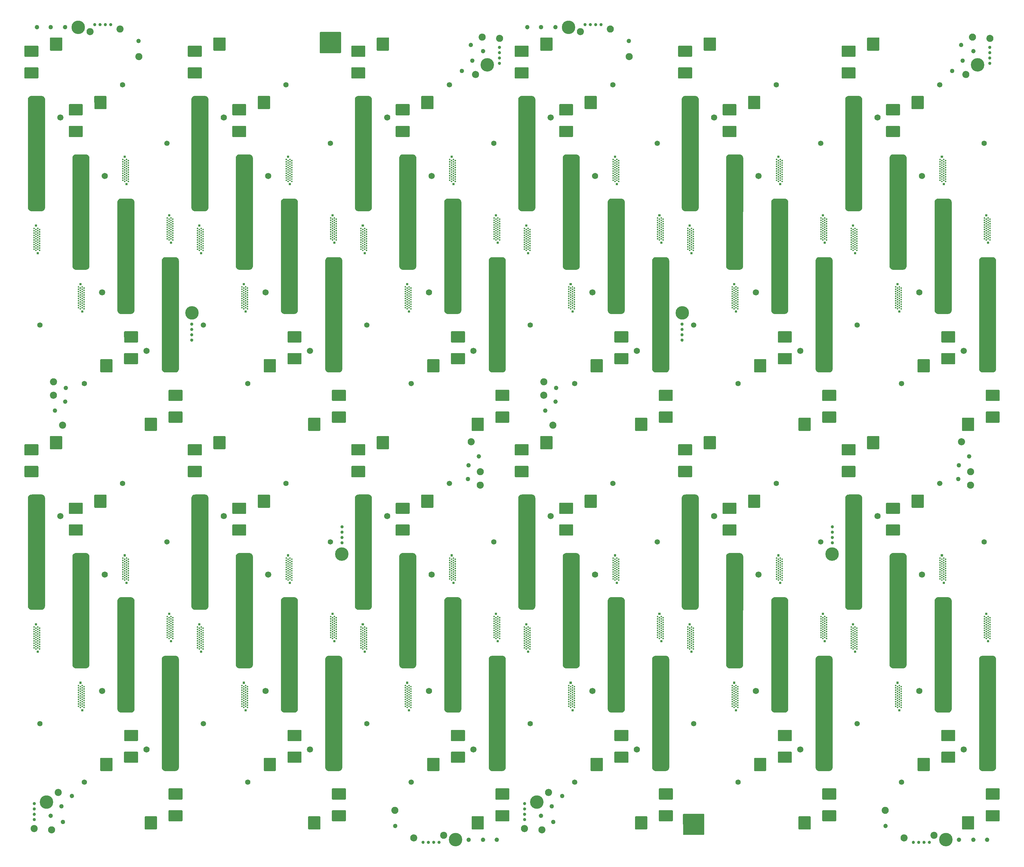
<source format=gbr>
*
%FSTAX45Y45*%
%MOMM*%
%IPPOS*%
%LNgold_b.gbr*%
%LPD*%
G75*
G36*
X-00164847Y001772826D02*
G02X-00164847Y001772826I00002247JD01*
G37*
G36*
X-00154447D02*
G02X-00154447Y001772826I00002247JD01*
G37*
G36*
X00295153D02*
G02X00295153Y001772826I00002247JD01*
G37*
G36*
X00305553D02*
G02X00305553Y001772826I00002247JD01*
G37*
G36*
X00755153D02*
G02X00755153Y001772826I00002247JD01*
G37*
G36*
X00765553D02*
G02X00765553Y001772826I00002247JD01*
G37*
G36*
X01215153D02*
G02X01215153Y001772826I00002247JD01*
G37*
G36*
X01225553D02*
G02X01225553Y001772826I00002247JD01*
G37*
G36*
X01675153D02*
G02X01675153Y001772826I00002247JD01*
G37*
G36*
X01685553D02*
G02X01685553Y001772826I00002247JD01*
G37*
G36*
X02135153D02*
G02X02135153Y001772826I00002247JD01*
G37*
G36*
X02145553D02*
G02X02145553Y001772826I00002247JD01*
G37*
G36*
X-00164847Y002097832D02*
G02X-00164847Y002097832I00002247JD01*
G37*
G36*
X-00154447D02*
G02X-00154447Y002097832I00002247JD01*
G37*
G36*
X00295153D02*
G02X00295153Y002097832I00002247JD01*
G37*
G36*
X00305553D02*
G02X00305553Y002097832I00002247JD01*
G37*
G36*
X00755153D02*
G02X00755153Y002097832I00002247JD01*
G37*
G36*
X00765553D02*
G02X00765553Y002097832I00002247JD01*
G37*
G36*
X01215153D02*
G02X01215153Y002097832I00002247JD01*
G37*
G36*
X01225553D02*
G02X01225553Y002097832I00002247JD01*
G37*
G36*
X01675153D02*
G02X01675153Y002097832I00002247JD01*
G37*
G36*
X01685553D02*
G02X01685553Y002097832I00002247JD01*
G37*
G36*
X02135153D02*
G02X02135153Y002097832I00002247JD01*
G37*
G36*
X02145553D02*
G02X02145553Y002097832I00002247JD01*
G37*
G36*
X-00159647Y002195318D02*
G02X-00159647Y002195318I00002247JD01*
G37*
G36*
X-00149247D02*
G02X-00149247Y002195318I00002247JD01*
G37*
G36*
X00300353D02*
G02X00300353Y002195318I00002247JD01*
G37*
G36*
X00310753D02*
G02X00310753Y002195318I00002247JD01*
G37*
G36*
X00760353D02*
G02X00760353Y002195318I00002247JD01*
G37*
G36*
X00770753D02*
G02X00770753Y002195318I00002247JD01*
G37*
G36*
X01220353D02*
G02X01220353Y002195318I00002247JD01*
G37*
G36*
X01230753D02*
G02X01230753Y002195318I00002247JD01*
G37*
G36*
X01680353D02*
G02X01680353Y002195318I00002247JD01*
G37*
G36*
X01690753D02*
G02X01690753Y002195318I00002247JD01*
G37*
G36*
X02140353D02*
G02X02140353Y002195318I00002247JD01*
G37*
G36*
X02150753D02*
G02X02150753Y002195318I00002247JD01*
G37*
G36*
X-00289847Y003680834D02*
G02X-00289847Y003680834I00002247JD01*
G37*
G36*
X-00279447D02*
G02X-00279447Y003680834I00002247JD01*
G37*
G36*
X00170153D02*
G02X00170153Y003680834I00002247JD01*
G37*
G36*
X00180553D02*
G02X00180553Y003680834I00002247JD01*
G37*
G36*
X00630153D02*
G02X00630153Y003680834I00002247JD01*
G37*
G36*
X00640553D02*
G02X00640553Y003680834I00002247JD01*
G37*
G36*
X01090153D02*
G02X01090153Y003680834I00002247JD01*
G37*
G36*
X01100553D02*
G02X01100553Y003680834I00002247JD01*
G37*
G36*
X01550153D02*
G02X01550153Y003680834I00002247JD01*
G37*
G36*
X01560553D02*
G02X01560553Y003680834I00002247JD01*
G37*
G36*
X02010153D02*
G02X02010153Y003680834I00002247JD01*
G37*
G36*
X02020553D02*
G02X02020553Y003680834I00002247JD01*
G37*
G36*
X00090153Y003747194D02*
G02X00090153Y003747194I00002247JD01*
G37*
G36*
X00100553D02*
G02X00100553Y003747194I00002247JD01*
G37*
G36*
X00550153D02*
G02X00550153Y003747194I00002247JD01*
G37*
G36*
X00560553D02*
G02X00560553Y003747194I00002247JD01*
G37*
G36*
X01010153D02*
G02X01010153Y003747194I00002247JD01*
G37*
G36*
X01020553D02*
G02X01020553Y003747194I00002247JD01*
G37*
G36*
X01470153D02*
G02X01470153Y003747194I00002247JD01*
G37*
G36*
X01480553D02*
G02X01480553Y003747194I00002247JD01*
G37*
G36*
X01930153D02*
G02X01930153Y003747194I00002247JD01*
G37*
G36*
X01940553D02*
G02X01940553Y003747194I00002247JD01*
G37*
G36*
X02390153D02*
G02X02390153Y003747194I00002247JD01*
G37*
G36*
X02400553D02*
G02X02400553Y003747194I00002247JD01*
G37*
G36*
X-00284647Y00377832D02*
G02X-00284647Y00377832I00002247JD01*
G37*
G36*
X-00274247D02*
G02X-00274247Y00377832I00002247JD01*
G37*
G36*
X00175353D02*
G02X00175353Y00377832I00002247JD01*
G37*
G36*
X00185753D02*
G02X00185753Y00377832I00002247JD01*
G37*
G36*
X00635353D02*
G02X00635353Y00377832I00002247JD01*
G37*
G36*
X00645753D02*
G02X00645753Y00377832I00002247JD01*
G37*
G36*
X01095353D02*
G02X01095353Y00377832I00002247JD01*
G37*
G36*
X01105753D02*
G02X01105753Y00377832I00002247JD01*
G37*
G36*
X01555353D02*
G02X01555353Y00377832I00002247JD01*
G37*
G36*
X01565753D02*
G02X01565753Y00377832I00002247JD01*
G37*
G36*
X02015353D02*
G02X02015353Y00377832I00002247JD01*
G37*
G36*
X02025753D02*
G02X02025753Y00377832I00002247JD01*
G37*
G36*
X00084953Y00384468D02*
G02X00084953Y00384468I00002247JD01*
G37*
G36*
X00095353D02*
G02X00095353Y00384468I00002247JD01*
G37*
G36*
X00544953D02*
G02X00544953Y00384468I00002247JD01*
G37*
G36*
X00555353D02*
G02X00555353Y00384468I00002247JD01*
G37*
G36*
X01004953D02*
G02X01004953Y00384468I00002247JD01*
G37*
G36*
X01015353D02*
G02X01015353Y00384468I00002247JD01*
G37*
G36*
X01464953D02*
G02X01464953Y00384468I00002247JD01*
G37*
G36*
X01475353D02*
G02X01475353Y00384468I00002247JD01*
G37*
G36*
X01924953D02*
G02X01924953Y00384468I00002247JD01*
G37*
G36*
X01935353D02*
G02X01935353Y00384468I00002247JD01*
G37*
G36*
X02384953D02*
G02X02384953Y00384468I00002247JD01*
G37*
G36*
X02395353D02*
G02X02395353Y00384468I00002247JD01*
G37*
G36*
X00084953Y004169686D02*
G02X00084953Y004169686I00002247JD01*
G37*
G36*
X00095353D02*
G02X00095353Y004169686I00002247JD01*
G37*
G36*
X00544953D02*
G02X00544953Y004169686I00002247JD01*
G37*
G36*
X00555353D02*
G02X00555353Y004169686I00002247JD01*
G37*
G36*
X01004953D02*
G02X01004953Y004169686I00002247JD01*
G37*
G36*
X01015353D02*
G02X01015353Y004169686I00002247JD01*
G37*
G36*
X01464953D02*
G02X01464953Y004169686I00002247JD01*
G37*
G36*
X01475353D02*
G02X01475353Y004169686I00002247JD01*
G37*
G36*
X01924953D02*
G02X01924953Y004169686I00002247JD01*
G37*
G36*
X01935353D02*
G02X01935353Y004169686I00002247JD01*
G37*
G36*
X02384953D02*
G02X02384953Y004169686I00002247JD01*
G37*
G36*
X02395353D02*
G02X02395353Y004169686I00002247JD01*
G37*
G36*
X-00040047Y005427682D02*
G02X-00040047Y005427682I00002247JD01*
G37*
G36*
X-00029647D02*
G02X-00029647Y005427682I00002247JD01*
G37*
G36*
X00419953D02*
G02X00419953Y005427682I00002247JD01*
G37*
G36*
X00430353D02*
G02X00430353Y005427682I00002247JD01*
G37*
G36*
X00879953D02*
G02X00879953Y005427682I00002247JD01*
G37*
G36*
X00890353D02*
G02X00890353Y005427682I00002247JD01*
G37*
G36*
X01339953D02*
G02X01339953Y005427682I00002247JD01*
G37*
G36*
X01350353D02*
G02X01350353Y005427682I00002247JD01*
G37*
G36*
X01799953D02*
G02X01799953Y005427682I00002247JD01*
G37*
G36*
X01810353D02*
G02X01810353Y005427682I00002247JD01*
G37*
G36*
X02259953D02*
G02X02259953Y005427682I00002247JD01*
G37*
G36*
X02270353D02*
G02X02270353Y005427682I00002247JD01*
G37*
G36*
X-00040047Y005752688D02*
G02X-00040047Y005752688I00002247JD01*
G37*
G36*
X-00029647D02*
G02X-00029647Y005752688I00002247JD01*
G37*
G36*
X00419953D02*
G02X00419953Y005752688I00002247JD01*
G37*
G36*
X00430353D02*
G02X00430353Y005752688I00002247JD01*
G37*
G36*
X00879953D02*
G02X00879953Y005752688I00002247JD01*
G37*
G36*
X00890353D02*
G02X00890353Y005752688I00002247JD01*
G37*
G36*
X01339953D02*
G02X01339953Y005752688I00002247JD01*
G37*
G36*
X01350353D02*
G02X01350353Y005752688I00002247JD01*
G37*
G36*
X01799953D02*
G02X01799953Y005752688I00002247JD01*
G37*
G36*
X01810353D02*
G02X01810353Y005752688I00002247JD01*
G37*
G36*
X02259953D02*
G02X02259953Y005752688I00002247JD01*
G37*
G36*
X02270353D02*
G02X02270353Y005752688I00002247JD01*
G37*
G36*
X-00164847Y013002834D02*
G02X-00164847Y013002834I00002247JD01*
G37*
G36*
X-00154447D02*
G02X-00154447Y013002834I00002247JD01*
G37*
G36*
X00295153D02*
G02X00295153Y013002834I00002247JD01*
G37*
G36*
X00305553D02*
G02X00305553Y013002834I00002247JD01*
G37*
G36*
X00755153D02*
G02X00755153Y013002834I00002247JD01*
G37*
G36*
X00765553D02*
G02X00765553Y013002834I00002247JD01*
G37*
G36*
X01215153D02*
G02X01215153Y013002834I00002247JD01*
G37*
G36*
X01225553D02*
G02X01225553Y013002834I00002247JD01*
G37*
G36*
X01675153D02*
G02X01675153Y013002834I00002247JD01*
G37*
G36*
X01685553D02*
G02X01685553Y013002834I00002247JD01*
G37*
G36*
X02135153D02*
G02X02135153Y013002834I00002247JD01*
G37*
G36*
X02145553D02*
G02X02145553Y013002834I00002247JD01*
G37*
G36*
X-00159647Y01310032D02*
G02X-00159647Y01310032I00002247JD01*
G37*
G36*
X-00149247D02*
G02X-00149247Y01310032I00002247JD01*
G37*
G36*
X00300353D02*
G02X00300353Y01310032I00002247JD01*
G37*
G36*
X00310753D02*
G02X00310753Y01310032I00002247JD01*
G37*
G36*
X00760353D02*
G02X00760353Y01310032I00002247JD01*
G37*
G36*
X00770753D02*
G02X00770753Y01310032I00002247JD01*
G37*
G36*
X01220353D02*
G02X01220353Y01310032I00002247JD01*
G37*
G36*
X01230753D02*
G02X01230753Y01310032I00002247JD01*
G37*
G36*
X01680353D02*
G02X01680353Y01310032I00002247JD01*
G37*
G36*
X01690753D02*
G02X01690753Y01310032I00002247JD01*
G37*
G36*
X02140353D02*
G02X02140353Y01310032I00002247JD01*
G37*
G36*
X02150753D02*
G02X02150753Y01310032I00002247JD01*
G37*
G36*
X-00159647Y013425326D02*
G02X-00159647Y013425326I00002247JD01*
G37*
G36*
X-00149247D02*
G02X-00149247Y013425326I00002247JD01*
G37*
G36*
X00300353D02*
G02X00300353Y013425326I00002247JD01*
G37*
G36*
X00310753D02*
G02X00310753Y013425326I00002247JD01*
G37*
G36*
X00760353D02*
G02X00760353Y013425326I00002247JD01*
G37*
G36*
X00770753D02*
G02X00770753Y013425326I00002247JD01*
G37*
G36*
X01220353D02*
G02X01220353Y013425326I00002247JD01*
G37*
G36*
X01230753D02*
G02X01230753Y013425326I00002247JD01*
G37*
G36*
X01680353D02*
G02X01680353Y013425326I00002247JD01*
G37*
G36*
X01690753D02*
G02X01690753Y013425326I00002247JD01*
G37*
G36*
X02140353D02*
G02X02140353Y013425326I00002247JD01*
G37*
G36*
X02150753D02*
G02X02150753Y013425326I00002247JD01*
G37*
G36*
X-00284647Y014683322D02*
G02X-00284647Y014683322I00002247JD01*
G37*
G36*
X-00274247D02*
G02X-00274247Y014683322I00002247JD01*
G37*
G36*
X00175353D02*
G02X00175353Y014683322I00002247JD01*
G37*
G36*
X00185753D02*
G02X00185753Y014683322I00002247JD01*
G37*
G36*
X00635353D02*
G02X00635353Y014683322I00002247JD01*
G37*
G36*
X00645753D02*
G02X00645753Y014683322I00002247JD01*
G37*
G36*
X01095353D02*
G02X01095353Y014683322I00002247JD01*
G37*
G36*
X01105753D02*
G02X01105753Y014683322I00002247JD01*
G37*
G36*
X01555353D02*
G02X01555353Y014683322I00002247JD01*
G37*
G36*
X01565753D02*
G02X01565753Y014683322I00002247JD01*
G37*
G36*
X02015353D02*
G02X02015353Y014683322I00002247JD01*
G37*
G36*
X02025753D02*
G02X02025753Y014683322I00002247JD01*
G37*
G36*
X-00284647Y015008328D02*
G02X-00284647Y015008328I00002247JD01*
G37*
G36*
X-00274247D02*
G02X-00274247Y015008328I00002247JD01*
G37*
G36*
X00175353D02*
G02X00175353Y015008328I00002247JD01*
G37*
G36*
X00185753D02*
G02X00185753Y015008328I00002247JD01*
G37*
G36*
X00635353D02*
G02X00635353Y015008328I00002247JD01*
G37*
G36*
X00645753D02*
G02X00645753Y015008328I00002247JD01*
G37*
G36*
X01095353D02*
G02X01095353Y015008328I00002247JD01*
G37*
G36*
X01105753D02*
G02X01105753Y015008328I00002247JD01*
G37*
G36*
X01555353D02*
G02X01555353Y015008328I00002247JD01*
G37*
G36*
X01565753D02*
G02X01565753Y015008328I00002247JD01*
G37*
G36*
X02015353D02*
G02X02015353Y015008328I00002247JD01*
G37*
G36*
X02025753D02*
G02X02025753Y015008328I00002247JD01*
G37*
G36*
X00084953Y015074688D02*
G02X00084953Y015074688I00002247JD01*
G37*
G36*
X00095353D02*
G02X00095353Y015074688I00002247JD01*
G37*
G36*
X00544953D02*
G02X00544953Y015074688I00002247JD01*
G37*
G36*
X00555353D02*
G02X00555353Y015074688I00002247JD01*
G37*
G36*
X01004953D02*
G02X01004953Y015074688I00002247JD01*
G37*
G36*
X01015353D02*
G02X01015353Y015074688I00002247JD01*
G37*
G36*
X01464953D02*
G02X01464953Y015074688I00002247JD01*
G37*
G36*
X01475353D02*
G02X01475353Y015074688I00002247JD01*
G37*
G36*
X01924953D02*
G02X01924953Y015074688I00002247JD01*
G37*
G36*
X01935353D02*
G02X01935353Y015074688I00002247JD01*
G37*
G36*
X02384953D02*
G02X02384953Y015074688I00002247JD01*
G37*
G36*
X02395353D02*
G02X02395353Y015074688I00002247JD01*
G37*
G36*
X00084953Y015399694D02*
G02X00084953Y015399694I00002247JD01*
G37*
G36*
X00095353D02*
G02X00095353Y015399694I00002247JD01*
G37*
G36*
X00544953D02*
G02X00544953Y015399694I00002247JD01*
G37*
G36*
X00555353D02*
G02X00555353Y015399694I00002247JD01*
G37*
G36*
X01004953D02*
G02X01004953Y015399694I00002247JD01*
G37*
G36*
X01015353D02*
G02X01015353Y015399694I00002247JD01*
G37*
G36*
X01464953D02*
G02X01464953Y015399694I00002247JD01*
G37*
G36*
X01475353D02*
G02X01475353Y015399694I00002247JD01*
G37*
G36*
X01924953D02*
G02X01924953Y015399694I00002247JD01*
G37*
G36*
X01935353D02*
G02X01935353Y015399694I00002247JD01*
G37*
G36*
X02384953D02*
G02X02384953Y015399694I00002247JD01*
G37*
G36*
X02395353D02*
G02X02395353Y015399694I00002247JD01*
G37*
G36*
X00090153Y01549718D02*
G02X00090153Y01549718I00002247JD01*
G37*
G36*
X00100553D02*
G02X00100553Y01549718I00002247JD01*
G37*
G36*
X00550153D02*
G02X00550153Y01549718I00002247JD01*
G37*
G36*
X00560553D02*
G02X00560553Y01549718I00002247JD01*
G37*
G36*
X01010153D02*
G02X01010153Y01549718I00002247JD01*
G37*
G36*
X01020553D02*
G02X01020553Y01549718I00002247JD01*
G37*
G36*
X01470153D02*
G02X01470153Y01549718I00002247JD01*
G37*
G36*
X01480553D02*
G02X01480553Y01549718I00002247JD01*
G37*
G36*
X01930153D02*
G02X01930153Y01549718I00002247JD01*
G37*
G36*
X01940553D02*
G02X01940553Y01549718I00002247JD01*
G37*
G36*
X02390153D02*
G02X02390153Y01549718I00002247JD01*
G37*
G36*
X02400553D02*
G02X02400553Y01549718I00002247JD01*
G37*
G36*
X-00040047Y01665769D02*
G02X-00040047Y01665769I00002247JD01*
G37*
G36*
X-00029647D02*
G02X-00029647Y01665769I00002247JD01*
G37*
G36*
X00419953D02*
G02X00419953Y01665769I00002247JD01*
G37*
G36*
X00430353D02*
G02X00430353Y01665769I00002247JD01*
G37*
G36*
X00879953D02*
G02X00879953Y01665769I00002247JD01*
G37*
G36*
X00890353D02*
G02X00890353Y01665769I00002247JD01*
G37*
G36*
X01339953D02*
G02X01339953Y01665769I00002247JD01*
G37*
G36*
X01350353D02*
G02X01350353Y01665769I00002247JD01*
G37*
G36*
X01799953D02*
G02X01799953Y01665769I00002247JD01*
G37*
G36*
X01810353D02*
G02X01810353Y01665769I00002247JD01*
G37*
G36*
X02259953D02*
G02X02259953Y01665769I00002247JD01*
G37*
G36*
X02270353D02*
G02X02270353Y01665769I00002247JD01*
G37*
G36*
X-00034847Y016755176D02*
G02X-00034847Y016755176I00002247JD01*
G37*
G36*
X-00024447D02*
G02X-00024447Y016755176I00002247JD01*
G37*
G36*
X00425153D02*
G02X00425153Y016755176I00002247JD01*
G37*
G36*
X00435553D02*
G02X00435553Y016755176I00002247JD01*
G37*
G36*
X00885153D02*
G02X00885153Y016755176I00002247JD01*
G37*
G36*
X00895553D02*
G02X00895553Y016755176I00002247JD01*
G37*
G36*
X01345153D02*
G02X01345153Y016755176I00002247JD01*
G37*
G36*
X01355553D02*
G02X01355553Y016755176I00002247JD01*
G37*
G36*
X01805153D02*
G02X01805153Y016755176I00002247JD01*
G37*
G36*
X01815553D02*
G02X01815553Y016755176I00002247JD01*
G37*
G36*
X02265153D02*
G02X02265153Y016755176I00002247JD01*
G37*
G36*
X02275553D02*
G02X02275553Y016755176I00002247JD01*
G37*
G36*
X-00034847Y017080182D02*
G02X-00034847Y017080182I00002247JD01*
G37*
G36*
X-00024447D02*
G02X-00024447Y017080182I00002247JD01*
G37*
G36*
X00425153D02*
G02X00425153Y017080182I00002247JD01*
G37*
G36*
X00435553D02*
G02X00435553Y017080182I00002247JD01*
G37*
G36*
X00885153D02*
G02X00885153Y017080182I00002247JD01*
G37*
G36*
X00895553D02*
G02X00895553Y017080182I00002247JD01*
G37*
G36*
X01345153D02*
G02X01345153Y017080182I00002247JD01*
G37*
G36*
X01355553D02*
G02X01355553Y017080182I00002247JD01*
G37*
G36*
X01805153D02*
G02X01805153Y017080182I00002247JD01*
G37*
G36*
X01815553D02*
G02X01815553Y017080182I00002247JD01*
G37*
G36*
X02265153D02*
G02X02265153Y017080182I00002247JD01*
G37*
G36*
X02275553D02*
G02X02275553Y017080182I00002247JD01*
G37*
G36*
X-00159651Y001740357D02*
G02X-00159651Y001740357I00002251JD01*
G37*
G36*
X-00149251D02*
G02X-00149251Y001740357I00002251JD01*
G37*
G36*
X00300349D02*
G02X00300349Y001740357I00002251JD01*
G37*
G36*
X00310749D02*
G02X00310749Y001740357I00002251JD01*
G37*
G36*
X00760349D02*
G02X00760349Y001740357I00002251JD01*
G37*
G36*
X00770749D02*
G02X00770749Y001740357I00002251JD01*
G37*
G36*
X01220349D02*
G02X01220349Y001740357I00002251JD01*
G37*
G36*
X01230749D02*
G02X01230749Y001740357I00002251JD01*
G37*
G36*
X01680349D02*
G02X01680349Y001740357I00002251JD01*
G37*
G36*
X01690749D02*
G02X01690749Y001740357I00002251JD01*
G37*
G36*
X02140349D02*
G02X02140349Y001740357I00002251JD01*
G37*
G36*
X02150749D02*
G02X02150749Y001740357I00002251JD01*
G37*
G36*
X-00159651Y001805295D02*
G02X-00159651Y001805295I00002251JD01*
G37*
G36*
X-00149251D02*
G02X-00149251Y001805295I00002251JD01*
G37*
G36*
X00300349D02*
G02X00300349Y001805295I00002251JD01*
G37*
G36*
X00310749D02*
G02X00310749Y001805295I00002251JD01*
G37*
G36*
X00760349D02*
G02X00760349Y001805295I00002251JD01*
G37*
G36*
X00770749D02*
G02X00770749Y001805295I00002251JD01*
G37*
G36*
X01220349D02*
G02X01220349Y001805295I00002251JD01*
G37*
G36*
X01230749D02*
G02X01230749Y001805295I00002251JD01*
G37*
G36*
X01680349D02*
G02X01680349Y001805295I00002251JD01*
G37*
G36*
X01690749D02*
G02X01690749Y001805295I00002251JD01*
G37*
G36*
X02140349D02*
G02X02140349Y001805295I00002251JD01*
G37*
G36*
X02150749D02*
G02X02150749Y001805295I00002251JD01*
G37*
G36*
X-00164851Y001837843D02*
G02X-00164851Y001837843I00002251JD01*
G37*
G36*
X-00154451D02*
G02X-00154451Y001837843I00002251JD01*
G37*
G36*
X00295149D02*
G02X00295149Y001837843I00002251JD01*
G37*
G36*
X00305549D02*
G02X00305549Y001837843I00002251JD01*
G37*
G36*
X00755149D02*
G02X00755149Y001837843I00002251JD01*
G37*
G36*
X00765549D02*
G02X00765549Y001837843I00002251JD01*
G37*
G36*
X01215149D02*
G02X01215149Y001837843I00002251JD01*
G37*
G36*
X01225549D02*
G02X01225549Y001837843I00002251JD01*
G37*
G36*
X01675149D02*
G02X01675149Y001837843I00002251JD01*
G37*
G36*
X01685549D02*
G02X01685549Y001837843I00002251JD01*
G37*
G36*
X02135149D02*
G02X02135149Y001837843I00002251JD01*
G37*
G36*
X02145549D02*
G02X02145549Y001837843I00002251JD01*
G37*
G36*
X-00159651Y001870391D02*
G02X-00159651Y001870391I00002251JD01*
G37*
G36*
X-00149251D02*
G02X-00149251Y001870391I00002251JD01*
G37*
G36*
X00300349D02*
G02X00300349Y001870391I00002251JD01*
G37*
G36*
X00310749D02*
G02X00310749Y001870391I00002251JD01*
G37*
G36*
X00760349D02*
G02X00760349Y001870391I00002251JD01*
G37*
G36*
X00770749D02*
G02X00770749Y001870391I00002251JD01*
G37*
G36*
X01220349D02*
G02X01220349Y001870391I00002251JD01*
G37*
G36*
X01230749D02*
G02X01230749Y001870391I00002251JD01*
G37*
G36*
X01680349D02*
G02X01680349Y001870391I00002251JD01*
G37*
G36*
X01690749D02*
G02X01690749Y001870391I00002251JD01*
G37*
G36*
X02140349D02*
G02X02140349Y001870391I00002251JD01*
G37*
G36*
X02150749D02*
G02X02150749Y001870391I00002251JD01*
G37*
G36*
X-00164851Y001902781D02*
G02X-00164851Y001902781I00002251JD01*
G37*
G36*
X-00154451D02*
G02X-00154451Y001902781I00002251JD01*
G37*
G36*
X00295149D02*
G02X00295149Y001902781I00002251JD01*
G37*
G36*
X00305549D02*
G02X00305549Y001902781I00002251JD01*
G37*
G36*
X00755149D02*
G02X00755149Y001902781I00002251JD01*
G37*
G36*
X00765549D02*
G02X00765549Y001902781I00002251JD01*
G37*
G36*
X01215149D02*
G02X01215149Y001902781I00002251JD01*
G37*
G36*
X01225549D02*
G02X01225549Y001902781I00002251JD01*
G37*
G36*
X01675149D02*
G02X01675149Y001902781I00002251JD01*
G37*
G36*
X01685549D02*
G02X01685549Y001902781I00002251JD01*
G37*
G36*
X02135149D02*
G02X02135149Y001902781I00002251JD01*
G37*
G36*
X02145549D02*
G02X02145549Y001902781I00002251JD01*
G37*
G36*
X-00159651Y001935329D02*
G02X-00159651Y001935329I00002251JD01*
G37*
G36*
X-00149251D02*
G02X-00149251Y001935329I00002251JD01*
G37*
G36*
X00300349D02*
G02X00300349Y001935329I00002251JD01*
G37*
G36*
X00310749D02*
G02X00310749Y001935329I00002251JD01*
G37*
G36*
X00760349D02*
G02X00760349Y001935329I00002251JD01*
G37*
G36*
X00770749D02*
G02X00770749Y001935329I00002251JD01*
G37*
G36*
X01220349D02*
G02X01220349Y001935329I00002251JD01*
G37*
G36*
X01230749D02*
G02X01230749Y001935329I00002251JD01*
G37*
G36*
X01680349D02*
G02X01680349Y001935329I00002251JD01*
G37*
G36*
X01690749D02*
G02X01690749Y001935329I00002251JD01*
G37*
G36*
X02140349D02*
G02X02140349Y001935329I00002251JD01*
G37*
G36*
X02150749D02*
G02X02150749Y001935329I00002251JD01*
G37*
G36*
X-00164851Y001967877D02*
G02X-00164851Y001967877I00002251JD01*
G37*
G36*
X-00154451D02*
G02X-00154451Y001967877I00002251JD01*
G37*
G36*
X00295149D02*
G02X00295149Y001967877I00002251JD01*
G37*
G36*
X00305549D02*
G02X00305549Y001967877I00002251JD01*
G37*
G36*
X00755149D02*
G02X00755149Y001967877I00002251JD01*
G37*
G36*
X00765549D02*
G02X00765549Y001967877I00002251JD01*
G37*
G36*
X01215149D02*
G02X01215149Y001967877I00002251JD01*
G37*
G36*
X01225549D02*
G02X01225549Y001967877I00002251JD01*
G37*
G36*
X01675149D02*
G02X01675149Y001967877I00002251JD01*
G37*
G36*
X01685549D02*
G02X01685549Y001967877I00002251JD01*
G37*
G36*
X02135149D02*
G02X02135149Y001967877I00002251JD01*
G37*
G36*
X02145549D02*
G02X02145549Y001967877I00002251JD01*
G37*
G36*
X-00159651Y002000267D02*
G02X-00159651Y002000267I00002251JD01*
G37*
G36*
X-00149251D02*
G02X-00149251Y002000267I00002251JD01*
G37*
G36*
X00300349D02*
G02X00300349Y002000267I00002251JD01*
G37*
G36*
X00310749D02*
G02X00310749Y002000267I00002251JD01*
G37*
G36*
X00760349D02*
G02X00760349Y002000267I00002251JD01*
G37*
G36*
X00770749D02*
G02X00770749Y002000267I00002251JD01*
G37*
G36*
X01220349D02*
G02X01220349Y002000267I00002251JD01*
G37*
G36*
X01230749D02*
G02X01230749Y002000267I00002251JD01*
G37*
G36*
X01680349D02*
G02X01680349Y002000267I00002251JD01*
G37*
G36*
X01690749D02*
G02X01690749Y002000267I00002251JD01*
G37*
G36*
X02140349D02*
G02X02140349Y002000267I00002251JD01*
G37*
G36*
X02150749D02*
G02X02150749Y002000267I00002251JD01*
G37*
G36*
X-00164851Y002032815D02*
G02X-00164851Y002032815I00002251JD01*
G37*
G36*
X-00154451D02*
G02X-00154451Y002032815I00002251JD01*
G37*
G36*
X00295149D02*
G02X00295149Y002032815I00002251JD01*
G37*
G36*
X00305549D02*
G02X00305549Y002032815I00002251JD01*
G37*
G36*
X00755149D02*
G02X00755149Y002032815I00002251JD01*
G37*
G36*
X00765549D02*
G02X00765549Y002032815I00002251JD01*
G37*
G36*
X01215149D02*
G02X01215149Y002032815I00002251JD01*
G37*
G36*
X01225549D02*
G02X01225549Y002032815I00002251JD01*
G37*
G36*
X01675149D02*
G02X01675149Y002032815I00002251JD01*
G37*
G36*
X01685549D02*
G02X01685549Y002032815I00002251JD01*
G37*
G36*
X02135149D02*
G02X02135149Y002032815I00002251JD01*
G37*
G36*
X02145549D02*
G02X02145549Y002032815I00002251JD01*
G37*
G36*
X-00159651Y002065363D02*
G02X-00159651Y002065363I00002251JD01*
G37*
G36*
X-00149251D02*
G02X-00149251Y002065363I00002251JD01*
G37*
G36*
X00300349D02*
G02X00300349Y002065363I00002251JD01*
G37*
G36*
X00310749D02*
G02X00310749Y002065363I00002251JD01*
G37*
G36*
X00760349D02*
G02X00760349Y002065363I00002251JD01*
G37*
G36*
X00770749D02*
G02X00770749Y002065363I00002251JD01*
G37*
G36*
X01220349D02*
G02X01220349Y002065363I00002251JD01*
G37*
G36*
X01230749D02*
G02X01230749Y002065363I00002251JD01*
G37*
G36*
X01680349D02*
G02X01680349Y002065363I00002251JD01*
G37*
G36*
X01690749D02*
G02X01690749Y002065363I00002251JD01*
G37*
G36*
X02140349D02*
G02X02140349Y002065363I00002251JD01*
G37*
G36*
X02150749D02*
G02X02150749Y002065363I00002251JD01*
G37*
G36*
X-00159651Y002130301D02*
G02X-00159651Y002130301I00002251JD01*
G37*
G36*
X-00149251D02*
G02X-00149251Y002130301I00002251JD01*
G37*
G36*
X00300349D02*
G02X00300349Y002130301I00002251JD01*
G37*
G36*
X00310749D02*
G02X00310749Y002130301I00002251JD01*
G37*
G36*
X00760349D02*
G02X00760349Y002130301I00002251JD01*
G37*
G36*
X00770749D02*
G02X00770749Y002130301I00002251JD01*
G37*
G36*
X01220349D02*
G02X01220349Y002130301I00002251JD01*
G37*
G36*
X01230749D02*
G02X01230749Y002130301I00002251JD01*
G37*
G36*
X01680349D02*
G02X01680349Y002130301I00002251JD01*
G37*
G36*
X01690749D02*
G02X01690749Y002130301I00002251JD01*
G37*
G36*
X02140349D02*
G02X02140349Y002130301I00002251JD01*
G37*
G36*
X02150749D02*
G02X02150749Y002130301I00002251JD01*
G37*
G36*
X-00164851Y002162849D02*
G02X-00164851Y002162849I00002251JD01*
G37*
G36*
X-00154451D02*
G02X-00154451Y002162849I00002251JD01*
G37*
G36*
X00295149D02*
G02X00295149Y002162849I00002251JD01*
G37*
G36*
X00305549D02*
G02X00305549Y002162849I00002251JD01*
G37*
G36*
X00755149D02*
G02X00755149Y002162849I00002251JD01*
G37*
G36*
X00765549D02*
G02X00765549Y002162849I00002251JD01*
G37*
G36*
X01215149D02*
G02X01215149Y002162849I00002251JD01*
G37*
G36*
X01225549D02*
G02X01225549Y002162849I00002251JD01*
G37*
G36*
X01675149D02*
G02X01675149Y002162849I00002251JD01*
G37*
G36*
X01685549D02*
G02X01685549Y002162849I00002251JD01*
G37*
G36*
X02135149D02*
G02X02135149Y002162849I00002251JD01*
G37*
G36*
X02145549D02*
G02X02145549Y002162849I00002251JD01*
G37*
G36*
X-00164851Y002227787D02*
G02X-00164851Y002227787I00002251JD01*
G37*
G36*
X-00154451D02*
G02X-00154451Y002227787I00002251JD01*
G37*
G36*
X00295149D02*
G02X00295149Y002227787I00002251JD01*
G37*
G36*
X00305549D02*
G02X00305549Y002227787I00002251JD01*
G37*
G36*
X00755149D02*
G02X00755149Y002227787I00002251JD01*
G37*
G36*
X00765549D02*
G02X00765549Y002227787I00002251JD01*
G37*
G36*
X01215149D02*
G02X01215149Y002227787I00002251JD01*
G37*
G36*
X01225549D02*
G02X01225549Y002227787I00002251JD01*
G37*
G36*
X01675149D02*
G02X01675149Y002227787I00002251JD01*
G37*
G36*
X01685549D02*
G02X01685549Y002227787I00002251JD01*
G37*
G36*
X02135149D02*
G02X02135149Y002227787I00002251JD01*
G37*
G36*
X02145549D02*
G02X02145549Y002227787I00002251JD01*
G37*
G36*
X-00159651Y002260335D02*
G02X-00159651Y002260335I00002251JD01*
G37*
G36*
X-00149251D02*
G02X-00149251Y002260335I00002251JD01*
G37*
G36*
X00300349D02*
G02X00300349Y002260335I00002251JD01*
G37*
G36*
X00310749D02*
G02X00310749Y002260335I00002251JD01*
G37*
G36*
X00760349D02*
G02X00760349Y002260335I00002251JD01*
G37*
G36*
X00770749D02*
G02X00770749Y002260335I00002251JD01*
G37*
G36*
X01220349D02*
G02X01220349Y002260335I00002251JD01*
G37*
G36*
X01230749D02*
G02X01230749Y002260335I00002251JD01*
G37*
G36*
X01680349D02*
G02X01680349Y002260335I00002251JD01*
G37*
G36*
X01690749D02*
G02X01690749Y002260335I00002251JD01*
G37*
G36*
X02140349D02*
G02X02140349Y002260335I00002251JD01*
G37*
G36*
X02150749D02*
G02X02150749Y002260335I00002251JD01*
G37*
G36*
X-00164851Y002292883D02*
G02X-00164851Y002292883I00002251JD01*
G37*
G36*
X-00154451D02*
G02X-00154451Y002292883I00002251JD01*
G37*
G36*
X00295149D02*
G02X00295149Y002292883I00002251JD01*
G37*
G36*
X00305549D02*
G02X00305549Y002292883I00002251JD01*
G37*
G36*
X00755149D02*
G02X00755149Y002292883I00002251JD01*
G37*
G36*
X00765549D02*
G02X00765549Y002292883I00002251JD01*
G37*
G36*
X01215149D02*
G02X01215149Y002292883I00002251JD01*
G37*
G36*
X01225549D02*
G02X01225549Y002292883I00002251JD01*
G37*
G36*
X01675149D02*
G02X01675149Y002292883I00002251JD01*
G37*
G36*
X01685549D02*
G02X01685549Y002292883I00002251JD01*
G37*
G36*
X02135149D02*
G02X02135149Y002292883I00002251JD01*
G37*
G36*
X02145549D02*
G02X02145549Y002292883I00002251JD01*
G37*
G36*
X-00159651Y002325273D02*
G02X-00159651Y002325273I00002251JD01*
G37*
G36*
X-00149251D02*
G02X-00149251Y002325273I00002251JD01*
G37*
G36*
X00300349D02*
G02X00300349Y002325273I00002251JD01*
G37*
G36*
X00310749D02*
G02X00310749Y002325273I00002251JD01*
G37*
G36*
X00760349D02*
G02X00760349Y002325273I00002251JD01*
G37*
G36*
X00770749D02*
G02X00770749Y002325273I00002251JD01*
G37*
G36*
X01220349D02*
G02X01220349Y002325273I00002251JD01*
G37*
G36*
X01230749D02*
G02X01230749Y002325273I00002251JD01*
G37*
G36*
X01680349D02*
G02X01680349Y002325273I00002251JD01*
G37*
G36*
X01690749D02*
G02X01690749Y002325273I00002251JD01*
G37*
G36*
X02140349D02*
G02X02140349Y002325273I00002251JD01*
G37*
G36*
X02150749D02*
G02X02150749Y002325273I00002251JD01*
G37*
G36*
X-00164851Y002357821D02*
G02X-00164851Y002357821I00002251JD01*
G37*
G36*
X-00154451D02*
G02X-00154451Y002357821I00002251JD01*
G37*
G36*
X00295149D02*
G02X00295149Y002357821I00002251JD01*
G37*
G36*
X00305549D02*
G02X00305549Y002357821I00002251JD01*
G37*
G36*
X00755149D02*
G02X00755149Y002357821I00002251JD01*
G37*
G36*
X00765549D02*
G02X00765549Y002357821I00002251JD01*
G37*
G36*
X01215149D02*
G02X01215149Y002357821I00002251JD01*
G37*
G36*
X01225549D02*
G02X01225549Y002357821I00002251JD01*
G37*
G36*
X01675149D02*
G02X01675149Y002357821I00002251JD01*
G37*
G36*
X01685549D02*
G02X01685549Y002357821I00002251JD01*
G37*
G36*
X02135149D02*
G02X02135149Y002357821I00002251JD01*
G37*
G36*
X02145549D02*
G02X02145549Y002357821I00002251JD01*
G37*
G36*
X-00284651Y003388297D02*
G02X-00284651Y003388297I00002251JD01*
G37*
G36*
X-00274251D02*
G02X-00274251Y003388297I00002251JD01*
G37*
G36*
X00175349D02*
G02X00175349Y003388297I00002251JD01*
G37*
G36*
X00185749D02*
G02X00185749Y003388297I00002251JD01*
G37*
G36*
X00635349D02*
G02X00635349Y003388297I00002251JD01*
G37*
G36*
X00645749D02*
G02X00645749Y003388297I00002251JD01*
G37*
G36*
X01095349D02*
G02X01095349Y003388297I00002251JD01*
G37*
G36*
X01105749D02*
G02X01105749Y003388297I00002251JD01*
G37*
G36*
X01555349D02*
G02X01555349Y003388297I00002251JD01*
G37*
G36*
X01565749D02*
G02X01565749Y003388297I00002251JD01*
G37*
G36*
X02015349D02*
G02X02015349Y003388297I00002251JD01*
G37*
G36*
X02025749D02*
G02X02025749Y003388297I00002251JD01*
G37*
G36*
X-00289851Y003420845D02*
G02X-00289851Y003420845I00002251JD01*
G37*
G36*
X-00279451D02*
G02X-00279451Y003420845I00002251JD01*
G37*
G36*
X00170149D02*
G02X00170149Y003420845I00002251JD01*
G37*
G36*
X00180549D02*
G02X00180549Y003420845I00002251JD01*
G37*
G36*
X00630149D02*
G02X00630149Y003420845I00002251JD01*
G37*
G36*
X00640549D02*
G02X00640549Y003420845I00002251JD01*
G37*
G36*
X01090149D02*
G02X01090149Y003420845I00002251JD01*
G37*
G36*
X01100549D02*
G02X01100549Y003420845I00002251JD01*
G37*
G36*
X01550149D02*
G02X01550149Y003420845I00002251JD01*
G37*
G36*
X01560549D02*
G02X01560549Y003420845I00002251JD01*
G37*
G36*
X02010149D02*
G02X02010149Y003420845I00002251JD01*
G37*
G36*
X02020549D02*
G02X02020549Y003420845I00002251JD01*
G37*
G36*
X-00284651Y003453393D02*
G02X-00284651Y003453393I00002251JD01*
G37*
G36*
X-00274251D02*
G02X-00274251Y003453393I00002251JD01*
G37*
G36*
X00175349D02*
G02X00175349Y003453393I00002251JD01*
G37*
G36*
X00185749D02*
G02X00185749Y003453393I00002251JD01*
G37*
G36*
X00635349D02*
G02X00635349Y003453393I00002251JD01*
G37*
G36*
X00645749D02*
G02X00645749Y003453393I00002251JD01*
G37*
G36*
X01095349D02*
G02X01095349Y003453393I00002251JD01*
G37*
G36*
X01105749D02*
G02X01105749Y003453393I00002251JD01*
G37*
G36*
X01555349D02*
G02X01555349Y003453393I00002251JD01*
G37*
G36*
X01565749D02*
G02X01565749Y003453393I00002251JD01*
G37*
G36*
X02015349D02*
G02X02015349Y003453393I00002251JD01*
G37*
G36*
X02025749D02*
G02X02025749Y003453393I00002251JD01*
G37*
G36*
X-00289851Y003485783D02*
G02X-00289851Y003485783I00002251JD01*
G37*
G36*
X-00279451D02*
G02X-00279451Y003485783I00002251JD01*
G37*
G36*
X00170149D02*
G02X00170149Y003485783I00002251JD01*
G37*
G36*
X00180549D02*
G02X00180549Y003485783I00002251JD01*
G37*
G36*
X00630149D02*
G02X00630149Y003485783I00002251JD01*
G37*
G36*
X00640549D02*
G02X00640549Y003485783I00002251JD01*
G37*
G36*
X01090149D02*
G02X01090149Y003485783I00002251JD01*
G37*
G36*
X01100549D02*
G02X01100549Y003485783I00002251JD01*
G37*
G36*
X01550149D02*
G02X01550149Y003485783I00002251JD01*
G37*
G36*
X01560549D02*
G02X01560549Y003485783I00002251JD01*
G37*
G36*
X02010149D02*
G02X02010149Y003485783I00002251JD01*
G37*
G36*
X02020549D02*
G02X02020549Y003485783I00002251JD01*
G37*
G36*
X-00284651Y003518331D02*
G02X-00284651Y003518331I00002251JD01*
G37*
G36*
X-00274251D02*
G02X-00274251Y003518331I00002251JD01*
G37*
G36*
X00175349D02*
G02X00175349Y003518331I00002251JD01*
G37*
G36*
X00185749D02*
G02X00185749Y003518331I00002251JD01*
G37*
G36*
X00635349D02*
G02X00635349Y003518331I00002251JD01*
G37*
G36*
X00645749D02*
G02X00645749Y003518331I00002251JD01*
G37*
G36*
X01095349D02*
G02X01095349Y003518331I00002251JD01*
G37*
G36*
X01105749D02*
G02X01105749Y003518331I00002251JD01*
G37*
G36*
X01555349D02*
G02X01555349Y003518331I00002251JD01*
G37*
G36*
X01565749D02*
G02X01565749Y003518331I00002251JD01*
G37*
G36*
X02015349D02*
G02X02015349Y003518331I00002251JD01*
G37*
G36*
X02025749D02*
G02X02025749Y003518331I00002251JD01*
G37*
G36*
X-00289851Y003550879D02*
G02X-00289851Y003550879I00002251JD01*
G37*
G36*
X-00279451D02*
G02X-00279451Y003550879I00002251JD01*
G37*
G36*
X00170149D02*
G02X00170149Y003550879I00002251JD01*
G37*
G36*
X00180549D02*
G02X00180549Y003550879I00002251JD01*
G37*
G36*
X00630149D02*
G02X00630149Y003550879I00002251JD01*
G37*
G36*
X00640549D02*
G02X00640549Y003550879I00002251JD01*
G37*
G36*
X01090149D02*
G02X01090149Y003550879I00002251JD01*
G37*
G36*
X01100549D02*
G02X01100549Y003550879I00002251JD01*
G37*
G36*
X01550149D02*
G02X01550149Y003550879I00002251JD01*
G37*
G36*
X01560549D02*
G02X01560549Y003550879I00002251JD01*
G37*
G36*
X02010149D02*
G02X02010149Y003550879I00002251JD01*
G37*
G36*
X02020549D02*
G02X02020549Y003550879I00002251JD01*
G37*
G36*
X-00284651Y003583269D02*
G02X-00284651Y003583269I00002251JD01*
G37*
G36*
X-00274251D02*
G02X-00274251Y003583269I00002251JD01*
G37*
G36*
X00175349D02*
G02X00175349Y003583269I00002251JD01*
G37*
G36*
X00185749D02*
G02X00185749Y003583269I00002251JD01*
G37*
G36*
X00635349D02*
G02X00635349Y003583269I00002251JD01*
G37*
G36*
X00645749D02*
G02X00645749Y003583269I00002251JD01*
G37*
G36*
X01095349D02*
G02X01095349Y003583269I00002251JD01*
G37*
G36*
X01105749D02*
G02X01105749Y003583269I00002251JD01*
G37*
G36*
X01555349D02*
G02X01555349Y003583269I00002251JD01*
G37*
G36*
X01565749D02*
G02X01565749Y003583269I00002251JD01*
G37*
G36*
X02015349D02*
G02X02015349Y003583269I00002251JD01*
G37*
G36*
X02025749D02*
G02X02025749Y003583269I00002251JD01*
G37*
G36*
X-00289851Y003615817D02*
G02X-00289851Y003615817I00002251JD01*
G37*
G36*
X-00279451D02*
G02X-00279451Y003615817I00002251JD01*
G37*
G36*
X00170149D02*
G02X00170149Y003615817I00002251JD01*
G37*
G36*
X00180549D02*
G02X00180549Y003615817I00002251JD01*
G37*
G36*
X00630149D02*
G02X00630149Y003615817I00002251JD01*
G37*
G36*
X00640549D02*
G02X00640549Y003615817I00002251JD01*
G37*
G36*
X01090149D02*
G02X01090149Y003615817I00002251JD01*
G37*
G36*
X01100549D02*
G02X01100549Y003615817I00002251JD01*
G37*
G36*
X01550149D02*
G02X01550149Y003615817I00002251JD01*
G37*
G36*
X01560549D02*
G02X01560549Y003615817I00002251JD01*
G37*
G36*
X02010149D02*
G02X02010149Y003615817I00002251JD01*
G37*
G36*
X02020549D02*
G02X02020549Y003615817I00002251JD01*
G37*
G36*
X-00284651Y003648365D02*
G02X-00284651Y003648365I00002251JD01*
G37*
G36*
X-00274251D02*
G02X-00274251Y003648365I00002251JD01*
G37*
G36*
X00175349D02*
G02X00175349Y003648365I00002251JD01*
G37*
G36*
X00185749D02*
G02X00185749Y003648365I00002251JD01*
G37*
G36*
X00635349D02*
G02X00635349Y003648365I00002251JD01*
G37*
G36*
X00645749D02*
G02X00645749Y003648365I00002251JD01*
G37*
G36*
X01095349D02*
G02X01095349Y003648365I00002251JD01*
G37*
G36*
X01105749D02*
G02X01105749Y003648365I00002251JD01*
G37*
G36*
X01555349D02*
G02X01555349Y003648365I00002251JD01*
G37*
G36*
X01565749D02*
G02X01565749Y003648365I00002251JD01*
G37*
G36*
X02015349D02*
G02X02015349Y003648365I00002251JD01*
G37*
G36*
X02025749D02*
G02X02025749Y003648365I00002251JD01*
G37*
G36*
X00090149Y003682177D02*
G02X00090149Y003682177I00002251JD01*
G37*
G36*
X00100549D02*
G02X00100549Y003682177I00002251JD01*
G37*
G36*
X00550149D02*
G02X00550149Y003682177I00002251JD01*
G37*
G36*
X00560549D02*
G02X00560549Y003682177I00002251JD01*
G37*
G36*
X01010149D02*
G02X01010149Y003682177I00002251JD01*
G37*
G36*
X01020549D02*
G02X01020549Y003682177I00002251JD01*
G37*
G36*
X01470149D02*
G02X01470149Y003682177I00002251JD01*
G37*
G36*
X01480549D02*
G02X01480549Y003682177I00002251JD01*
G37*
G36*
X01930149D02*
G02X01930149Y003682177I00002251JD01*
G37*
G36*
X01940549D02*
G02X01940549Y003682177I00002251JD01*
G37*
G36*
X02390149D02*
G02X02390149Y003682177I00002251JD01*
G37*
G36*
X02400549D02*
G02X02400549Y003682177I00002251JD01*
G37*
G36*
X-00284651Y003713303D02*
G02X-00284651Y003713303I00002251JD01*
G37*
G36*
X-00274251D02*
G02X-00274251Y003713303I00002251JD01*
G37*
G36*
X00175349D02*
G02X00175349Y003713303I00002251JD01*
G37*
G36*
X00185749D02*
G02X00185749Y003713303I00002251JD01*
G37*
G36*
X00635349D02*
G02X00635349Y003713303I00002251JD01*
G37*
G36*
X00645749D02*
G02X00645749Y003713303I00002251JD01*
G37*
G36*
X01095349D02*
G02X01095349Y003713303I00002251JD01*
G37*
G36*
X01105749D02*
G02X01105749Y003713303I00002251JD01*
G37*
G36*
X01555349D02*
G02X01555349Y003713303I00002251JD01*
G37*
G36*
X01565749D02*
G02X01565749Y003713303I00002251JD01*
G37*
G36*
X02015349D02*
G02X02015349Y003713303I00002251JD01*
G37*
G36*
X02025749D02*
G02X02025749Y003713303I00002251JD01*
G37*
G36*
X00084949Y003714725D02*
G02X00084949Y003714725I00002251JD01*
G37*
G36*
X00095349D02*
G02X00095349Y003714725I00002251JD01*
G37*
G36*
X00544949D02*
G02X00544949Y003714725I00002251JD01*
G37*
G36*
X00555349D02*
G02X00555349Y003714725I00002251JD01*
G37*
G36*
X01004949D02*
G02X01004949Y003714725I00002251JD01*
G37*
G36*
X01015349D02*
G02X01015349Y003714725I00002251JD01*
G37*
G36*
X01464949D02*
G02X01464949Y003714725I00002251JD01*
G37*
G36*
X01475349D02*
G02X01475349Y003714725I00002251JD01*
G37*
G36*
X01924949D02*
G02X01924949Y003714725I00002251JD01*
G37*
G36*
X01935349D02*
G02X01935349Y003714725I00002251JD01*
G37*
G36*
X02384949D02*
G02X02384949Y003714725I00002251JD01*
G37*
G36*
X02395349D02*
G02X02395349Y003714725I00002251JD01*
G37*
G36*
X-00289851Y003745851D02*
G02X-00289851Y003745851I00002251JD01*
G37*
G36*
X-00279451D02*
G02X-00279451Y003745851I00002251JD01*
G37*
G36*
X00170149D02*
G02X00170149Y003745851I00002251JD01*
G37*
G36*
X00180549D02*
G02X00180549Y003745851I00002251JD01*
G37*
G36*
X00630149D02*
G02X00630149Y003745851I00002251JD01*
G37*
G36*
X00640549D02*
G02X00640549Y003745851I00002251JD01*
G37*
G36*
X01090149D02*
G02X01090149Y003745851I00002251JD01*
G37*
G36*
X01100549D02*
G02X01100549Y003745851I00002251JD01*
G37*
G36*
X01550149D02*
G02X01550149Y003745851I00002251JD01*
G37*
G36*
X01560549D02*
G02X01560549Y003745851I00002251JD01*
G37*
G36*
X02010149D02*
G02X02010149Y003745851I00002251JD01*
G37*
G36*
X02020549D02*
G02X02020549Y003745851I00002251JD01*
G37*
G36*
X00084949Y003779663D02*
G02X00084949Y003779663I00002251JD01*
G37*
G36*
X00095349D02*
G02X00095349Y003779663I00002251JD01*
G37*
G36*
X00544949D02*
G02X00544949Y003779663I00002251JD01*
G37*
G36*
X00555349D02*
G02X00555349Y003779663I00002251JD01*
G37*
G36*
X01004949D02*
G02X01004949Y003779663I00002251JD01*
G37*
G36*
X01015349D02*
G02X01015349Y003779663I00002251JD01*
G37*
G36*
X01464949D02*
G02X01464949Y003779663I00002251JD01*
G37*
G36*
X01475349D02*
G02X01475349Y003779663I00002251JD01*
G37*
G36*
X01924949D02*
G02X01924949Y003779663I00002251JD01*
G37*
G36*
X01935349D02*
G02X01935349Y003779663I00002251JD01*
G37*
G36*
X02384949D02*
G02X02384949Y003779663I00002251JD01*
G37*
G36*
X02395349D02*
G02X02395349Y003779663I00002251JD01*
G37*
G36*
X-00289851Y003810789D02*
G02X-00289851Y003810789I00002251JD01*
G37*
G36*
X-00279451D02*
G02X-00279451Y003810789I00002251JD01*
G37*
G36*
X00170149D02*
G02X00170149Y003810789I00002251JD01*
G37*
G36*
X00180549D02*
G02X00180549Y003810789I00002251JD01*
G37*
G36*
X00630149D02*
G02X00630149Y003810789I00002251JD01*
G37*
G36*
X00640549D02*
G02X00640549Y003810789I00002251JD01*
G37*
G36*
X01090149D02*
G02X01090149Y003810789I00002251JD01*
G37*
G36*
X01100549D02*
G02X01100549Y003810789I00002251JD01*
G37*
G36*
X01550149D02*
G02X01550149Y003810789I00002251JD01*
G37*
G36*
X01560549D02*
G02X01560549Y003810789I00002251JD01*
G37*
G36*
X02010149D02*
G02X02010149Y003810789I00002251JD01*
G37*
G36*
X02020549D02*
G02X02020549Y003810789I00002251JD01*
G37*
G36*
X00090149Y003812211D02*
G02X00090149Y003812211I00002251JD01*
G37*
G36*
X00100549D02*
G02X00100549Y003812211I00002251JD01*
G37*
G36*
X00550149D02*
G02X00550149Y003812211I00002251JD01*
G37*
G36*
X00560549D02*
G02X00560549Y003812211I00002251JD01*
G37*
G36*
X01010149D02*
G02X01010149Y003812211I00002251JD01*
G37*
G36*
X01020549D02*
G02X01020549Y003812211I00002251JD01*
G37*
G36*
X01470149D02*
G02X01470149Y003812211I00002251JD01*
G37*
G36*
X01480549D02*
G02X01480549Y003812211I00002251JD01*
G37*
G36*
X01930149D02*
G02X01930149Y003812211I00002251JD01*
G37*
G36*
X01940549D02*
G02X01940549Y003812211I00002251JD01*
G37*
G36*
X02390149D02*
G02X02390149Y003812211I00002251JD01*
G37*
G36*
X02400549D02*
G02X02400549Y003812211I00002251JD01*
G37*
G36*
X-00284651Y003843337D02*
G02X-00284651Y003843337I00002251JD01*
G37*
G36*
X-00274251D02*
G02X-00274251Y003843337I00002251JD01*
G37*
G36*
X00175349D02*
G02X00175349Y003843337I00002251JD01*
G37*
G36*
X00185749D02*
G02X00185749Y003843337I00002251JD01*
G37*
G36*
X00635349D02*
G02X00635349Y003843337I00002251JD01*
G37*
G36*
X00645749D02*
G02X00645749Y003843337I00002251JD01*
G37*
G36*
X01095349D02*
G02X01095349Y003843337I00002251JD01*
G37*
G36*
X01105749D02*
G02X01105749Y003843337I00002251JD01*
G37*
G36*
X01555349D02*
G02X01555349Y003843337I00002251JD01*
G37*
G36*
X01565749D02*
G02X01565749Y003843337I00002251JD01*
G37*
G36*
X02015349D02*
G02X02015349Y003843337I00002251JD01*
G37*
G36*
X02025749D02*
G02X02025749Y003843337I00002251JD01*
G37*
G36*
X-00289851Y003875885D02*
G02X-00289851Y003875885I00002251JD01*
G37*
G36*
X-00279451D02*
G02X-00279451Y003875885I00002251JD01*
G37*
G36*
X00170149D02*
G02X00170149Y003875885I00002251JD01*
G37*
G36*
X00180549D02*
G02X00180549Y003875885I00002251JD01*
G37*
G36*
X00630149D02*
G02X00630149Y003875885I00002251JD01*
G37*
G36*
X00640549D02*
G02X00640549Y003875885I00002251JD01*
G37*
G36*
X01090149D02*
G02X01090149Y003875885I00002251JD01*
G37*
G36*
X01100549D02*
G02X01100549Y003875885I00002251JD01*
G37*
G36*
X01550149D02*
G02X01550149Y003875885I00002251JD01*
G37*
G36*
X01560549D02*
G02X01560549Y003875885I00002251JD01*
G37*
G36*
X02010149D02*
G02X02010149Y003875885I00002251JD01*
G37*
G36*
X02020549D02*
G02X02020549Y003875885I00002251JD01*
G37*
G36*
X00090149Y003877149D02*
G02X00090149Y003877149I00002251JD01*
G37*
G36*
X00100549D02*
G02X00100549Y003877149I00002251JD01*
G37*
G36*
X00550149D02*
G02X00550149Y003877149I00002251JD01*
G37*
G36*
X00560549D02*
G02X00560549Y003877149I00002251JD01*
G37*
G36*
X01010149D02*
G02X01010149Y003877149I00002251JD01*
G37*
G36*
X01020549D02*
G02X01020549Y003877149I00002251JD01*
G37*
G36*
X01470149D02*
G02X01470149Y003877149I00002251JD01*
G37*
G36*
X01480549D02*
G02X01480549Y003877149I00002251JD01*
G37*
G36*
X01930149D02*
G02X01930149Y003877149I00002251JD01*
G37*
G36*
X01940549D02*
G02X01940549Y003877149I00002251JD01*
G37*
G36*
X02390149D02*
G02X02390149Y003877149I00002251JD01*
G37*
G36*
X02400549D02*
G02X02400549Y003877149I00002251JD01*
G37*
G36*
X-00284651Y003908275D02*
G02X-00284651Y003908275I00002251JD01*
G37*
G36*
X-00274251D02*
G02X-00274251Y003908275I00002251JD01*
G37*
G36*
X00175349D02*
G02X00175349Y003908275I00002251JD01*
G37*
G36*
X00185749D02*
G02X00185749Y003908275I00002251JD01*
G37*
G36*
X00635349D02*
G02X00635349Y003908275I00002251JD01*
G37*
G36*
X00645749D02*
G02X00645749Y003908275I00002251JD01*
G37*
G36*
X01095349D02*
G02X01095349Y003908275I00002251JD01*
G37*
G36*
X01105749D02*
G02X01105749Y003908275I00002251JD01*
G37*
G36*
X01555349D02*
G02X01555349Y003908275I00002251JD01*
G37*
G36*
X01565749D02*
G02X01565749Y003908275I00002251JD01*
G37*
G36*
X02015349D02*
G02X02015349Y003908275I00002251JD01*
G37*
G36*
X02025749D02*
G02X02025749Y003908275I00002251JD01*
G37*
G36*
X00084949Y003909697D02*
G02X00084949Y003909697I00002251JD01*
G37*
G36*
X00095349D02*
G02X00095349Y003909697I00002251JD01*
G37*
G36*
X00544949D02*
G02X00544949Y003909697I00002251JD01*
G37*
G36*
X00555349D02*
G02X00555349Y003909697I00002251JD01*
G37*
G36*
X01004949D02*
G02X01004949Y003909697I00002251JD01*
G37*
G36*
X01015349D02*
G02X01015349Y003909697I00002251JD01*
G37*
G36*
X01464949D02*
G02X01464949Y003909697I00002251JD01*
G37*
G36*
X01475349D02*
G02X01475349Y003909697I00002251JD01*
G37*
G36*
X01924949D02*
G02X01924949Y003909697I00002251JD01*
G37*
G36*
X01935349D02*
G02X01935349Y003909697I00002251JD01*
G37*
G36*
X02384949D02*
G02X02384949Y003909697I00002251JD01*
G37*
G36*
X02395349D02*
G02X02395349Y003909697I00002251JD01*
G37*
G36*
X-00289851Y003940823D02*
G02X-00289851Y003940823I00002251JD01*
G37*
G36*
X-00279451D02*
G02X-00279451Y003940823I00002251JD01*
G37*
G36*
X00170149D02*
G02X00170149Y003940823I00002251JD01*
G37*
G36*
X00180549D02*
G02X00180549Y003940823I00002251JD01*
G37*
G36*
X00630149D02*
G02X00630149Y003940823I00002251JD01*
G37*
G36*
X00640549D02*
G02X00640549Y003940823I00002251JD01*
G37*
G36*
X01090149D02*
G02X01090149Y003940823I00002251JD01*
G37*
G36*
X01100549D02*
G02X01100549Y003940823I00002251JD01*
G37*
G36*
X01550149D02*
G02X01550149Y003940823I00002251JD01*
G37*
G36*
X01560549D02*
G02X01560549Y003940823I00002251JD01*
G37*
G36*
X02010149D02*
G02X02010149Y003940823I00002251JD01*
G37*
G36*
X02020549D02*
G02X02020549Y003940823I00002251JD01*
G37*
G36*
X00090149Y003942245D02*
G02X00090149Y003942245I00002251JD01*
G37*
G36*
X00100549D02*
G02X00100549Y003942245I00002251JD01*
G37*
G36*
X00550149D02*
G02X00550149Y003942245I00002251JD01*
G37*
G36*
X00560549D02*
G02X00560549Y003942245I00002251JD01*
G37*
G36*
X01010149D02*
G02X01010149Y003942245I00002251JD01*
G37*
G36*
X01020549D02*
G02X01020549Y003942245I00002251JD01*
G37*
G36*
X01470149D02*
G02X01470149Y003942245I00002251JD01*
G37*
G36*
X01480549D02*
G02X01480549Y003942245I00002251JD01*
G37*
G36*
X01930149D02*
G02X01930149Y003942245I00002251JD01*
G37*
G36*
X01940549D02*
G02X01940549Y003942245I00002251JD01*
G37*
G36*
X02390149D02*
G02X02390149Y003942245I00002251JD01*
G37*
G36*
X02400549D02*
G02X02400549Y003942245I00002251JD01*
G37*
G36*
X-00284651Y003973371D02*
G02X-00284651Y003973371I00002251JD01*
G37*
G36*
X-00274251D02*
G02X-00274251Y003973371I00002251JD01*
G37*
G36*
X00175349D02*
G02X00175349Y003973371I00002251JD01*
G37*
G36*
X00185749D02*
G02X00185749Y003973371I00002251JD01*
G37*
G36*
X00635349D02*
G02X00635349Y003973371I00002251JD01*
G37*
G36*
X00645749D02*
G02X00645749Y003973371I00002251JD01*
G37*
G36*
X01095349D02*
G02X01095349Y003973371I00002251JD01*
G37*
G36*
X01105749D02*
G02X01105749Y003973371I00002251JD01*
G37*
G36*
X01555349D02*
G02X01555349Y003973371I00002251JD01*
G37*
G36*
X01565749D02*
G02X01565749Y003973371I00002251JD01*
G37*
G36*
X02015349D02*
G02X02015349Y003973371I00002251JD01*
G37*
G36*
X02025749D02*
G02X02025749Y003973371I00002251JD01*
G37*
G36*
X00084949Y003974635D02*
G02X00084949Y003974635I00002251JD01*
G37*
G36*
X00095349D02*
G02X00095349Y003974635I00002251JD01*
G37*
G36*
X00544949D02*
G02X00544949Y003974635I00002251JD01*
G37*
G36*
X00555349D02*
G02X00555349Y003974635I00002251JD01*
G37*
G36*
X01004949D02*
G02X01004949Y003974635I00002251JD01*
G37*
G36*
X01015349D02*
G02X01015349Y003974635I00002251JD01*
G37*
G36*
X01464949D02*
G02X01464949Y003974635I00002251JD01*
G37*
G36*
X01475349D02*
G02X01475349Y003974635I00002251JD01*
G37*
G36*
X01924949D02*
G02X01924949Y003974635I00002251JD01*
G37*
G36*
X01935349D02*
G02X01935349Y003974635I00002251JD01*
G37*
G36*
X02384949D02*
G02X02384949Y003974635I00002251JD01*
G37*
G36*
X02395349D02*
G02X02395349Y003974635I00002251JD01*
G37*
G36*
X-00289851Y004005761D02*
G02X-00289851Y004005761I00002251JD01*
G37*
G36*
X-00279451D02*
G02X-00279451Y004005761I00002251JD01*
G37*
G36*
X00170149D02*
G02X00170149Y004005761I00002251JD01*
G37*
G36*
X00180549D02*
G02X00180549Y004005761I00002251JD01*
G37*
G36*
X00630149D02*
G02X00630149Y004005761I00002251JD01*
G37*
G36*
X00640549D02*
G02X00640549Y004005761I00002251JD01*
G37*
G36*
X01090149D02*
G02X01090149Y004005761I00002251JD01*
G37*
G36*
X01100549D02*
G02X01100549Y004005761I00002251JD01*
G37*
G36*
X01550149D02*
G02X01550149Y004005761I00002251JD01*
G37*
G36*
X01560549D02*
G02X01560549Y004005761I00002251JD01*
G37*
G36*
X02010149D02*
G02X02010149Y004005761I00002251JD01*
G37*
G36*
X02020549D02*
G02X02020549Y004005761I00002251JD01*
G37*
G36*
X00090149Y004007183D02*
G02X00090149Y004007183I00002251JD01*
G37*
G36*
X00100549D02*
G02X00100549Y004007183I00002251JD01*
G37*
G36*
X00550149D02*
G02X00550149Y004007183I00002251JD01*
G37*
G36*
X00560549D02*
G02X00560549Y004007183I00002251JD01*
G37*
G36*
X01010149D02*
G02X01010149Y004007183I00002251JD01*
G37*
G36*
X01020549D02*
G02X01020549Y004007183I00002251JD01*
G37*
G36*
X01470149D02*
G02X01470149Y004007183I00002251JD01*
G37*
G36*
X01480549D02*
G02X01480549Y004007183I00002251JD01*
G37*
G36*
X01930149D02*
G02X01930149Y004007183I00002251JD01*
G37*
G36*
X01940549D02*
G02X01940549Y004007183I00002251JD01*
G37*
G36*
X02390149D02*
G02X02390149Y004007183I00002251JD01*
G37*
G36*
X02400549D02*
G02X02400549Y004007183I00002251JD01*
G37*
G36*
X00084949Y004039731D02*
G02X00084949Y004039731I00002251JD01*
G37*
G36*
X00095349D02*
G02X00095349Y004039731I00002251JD01*
G37*
G36*
X00544949D02*
G02X00544949Y004039731I00002251JD01*
G37*
G36*
X00555349D02*
G02X00555349Y004039731I00002251JD01*
G37*
G36*
X01004949D02*
G02X01004949Y004039731I00002251JD01*
G37*
G36*
X01015349D02*
G02X01015349Y004039731I00002251JD01*
G37*
G36*
X01464949D02*
G02X01464949Y004039731I00002251JD01*
G37*
G36*
X01475349D02*
G02X01475349Y004039731I00002251JD01*
G37*
G36*
X01924949D02*
G02X01924949Y004039731I00002251JD01*
G37*
G36*
X01935349D02*
G02X01935349Y004039731I00002251JD01*
G37*
G36*
X02384949D02*
G02X02384949Y004039731I00002251JD01*
G37*
G36*
X02395349D02*
G02X02395349Y004039731I00002251JD01*
G37*
G36*
X00090149Y004072121D02*
G02X00090149Y004072121I00002251JD01*
G37*
G36*
X00100549D02*
G02X00100549Y004072121I00002251JD01*
G37*
G36*
X00550149D02*
G02X00550149Y004072121I00002251JD01*
G37*
G36*
X00560549D02*
G02X00560549Y004072121I00002251JD01*
G37*
G36*
X01010149D02*
G02X01010149Y004072121I00002251JD01*
G37*
G36*
X01020549D02*
G02X01020549Y004072121I00002251JD01*
G37*
G36*
X01470149D02*
G02X01470149Y004072121I00002251JD01*
G37*
G36*
X01480549D02*
G02X01480549Y004072121I00002251JD01*
G37*
G36*
X01930149D02*
G02X01930149Y004072121I00002251JD01*
G37*
G36*
X01940549D02*
G02X01940549Y004072121I00002251JD01*
G37*
G36*
X02390149D02*
G02X02390149Y004072121I00002251JD01*
G37*
G36*
X02400549D02*
G02X02400549Y004072121I00002251JD01*
G37*
G36*
X00084949Y004104669D02*
G02X00084949Y004104669I00002251JD01*
G37*
G36*
X00095349D02*
G02X00095349Y004104669I00002251JD01*
G37*
G36*
X00544949D02*
G02X00544949Y004104669I00002251JD01*
G37*
G36*
X00555349D02*
G02X00555349Y004104669I00002251JD01*
G37*
G36*
X01004949D02*
G02X01004949Y004104669I00002251JD01*
G37*
G36*
X01015349D02*
G02X01015349Y004104669I00002251JD01*
G37*
G36*
X01464949D02*
G02X01464949Y004104669I00002251JD01*
G37*
G36*
X01475349D02*
G02X01475349Y004104669I00002251JD01*
G37*
G36*
X01924949D02*
G02X01924949Y004104669I00002251JD01*
G37*
G36*
X01935349D02*
G02X01935349Y004104669I00002251JD01*
G37*
G36*
X02384949D02*
G02X02384949Y004104669I00002251JD01*
G37*
G36*
X02395349D02*
G02X02395349Y004104669I00002251JD01*
G37*
G36*
X00090149Y004137217D02*
G02X00090149Y004137217I00002251JD01*
G37*
G36*
X00100549D02*
G02X00100549Y004137217I00002251JD01*
G37*
G36*
X00550149D02*
G02X00550149Y004137217I00002251JD01*
G37*
G36*
X00560549D02*
G02X00560549Y004137217I00002251JD01*
G37*
G36*
X01010149D02*
G02X01010149Y004137217I00002251JD01*
G37*
G36*
X01020549D02*
G02X01020549Y004137217I00002251JD01*
G37*
G36*
X01470149D02*
G02X01470149Y004137217I00002251JD01*
G37*
G36*
X01480549D02*
G02X01480549Y004137217I00002251JD01*
G37*
G36*
X01930149D02*
G02X01930149Y004137217I00002251JD01*
G37*
G36*
X01940549D02*
G02X01940549Y004137217I00002251JD01*
G37*
G36*
X02390149D02*
G02X02390149Y004137217I00002251JD01*
G37*
G36*
X02400549D02*
G02X02400549Y004137217I00002251JD01*
G37*
G36*
X00090149Y004202155D02*
G02X00090149Y004202155I00002251JD01*
G37*
G36*
X00100549D02*
G02X00100549Y004202155I00002251JD01*
G37*
G36*
X00550149D02*
G02X00550149Y004202155I00002251JD01*
G37*
G36*
X00560549D02*
G02X00560549Y004202155I00002251JD01*
G37*
G36*
X01010149D02*
G02X01010149Y004202155I00002251JD01*
G37*
G36*
X01020549D02*
G02X01020549Y004202155I00002251JD01*
G37*
G36*
X01470149D02*
G02X01470149Y004202155I00002251JD01*
G37*
G36*
X01480549D02*
G02X01480549Y004202155I00002251JD01*
G37*
G36*
X01930149D02*
G02X01930149Y004202155I00002251JD01*
G37*
G36*
X01940549D02*
G02X01940549Y004202155I00002251JD01*
G37*
G36*
X02390149D02*
G02X02390149Y004202155I00002251JD01*
G37*
G36*
X02400549D02*
G02X02400549Y004202155I00002251JD01*
G37*
G36*
X00084949Y004234703D02*
G02X00084949Y004234703I00002251JD01*
G37*
G36*
X00095349D02*
G02X00095349Y004234703I00002251JD01*
G37*
G36*
X00544949D02*
G02X00544949Y004234703I00002251JD01*
G37*
G36*
X00555349D02*
G02X00555349Y004234703I00002251JD01*
G37*
G36*
X01004949D02*
G02X01004949Y004234703I00002251JD01*
G37*
G36*
X01015349D02*
G02X01015349Y004234703I00002251JD01*
G37*
G36*
X01464949D02*
G02X01464949Y004234703I00002251JD01*
G37*
G36*
X01475349D02*
G02X01475349Y004234703I00002251JD01*
G37*
G36*
X01924949D02*
G02X01924949Y004234703I00002251JD01*
G37*
G36*
X01935349D02*
G02X01935349Y004234703I00002251JD01*
G37*
G36*
X02384949D02*
G02X02384949Y004234703I00002251JD01*
G37*
G36*
X02395349D02*
G02X02395349Y004234703I00002251JD01*
G37*
G36*
X00090149Y004267251D02*
G02X00090149Y004267251I00002251JD01*
G37*
G36*
X00100549D02*
G02X00100549Y004267251I00002251JD01*
G37*
G36*
X00550149D02*
G02X00550149Y004267251I00002251JD01*
G37*
G36*
X00560549D02*
G02X00560549Y004267251I00002251JD01*
G37*
G36*
X01010149D02*
G02X01010149Y004267251I00002251JD01*
G37*
G36*
X01020549D02*
G02X01020549Y004267251I00002251JD01*
G37*
G36*
X01470149D02*
G02X01470149Y004267251I00002251JD01*
G37*
G36*
X01480549D02*
G02X01480549Y004267251I00002251JD01*
G37*
G36*
X01930149D02*
G02X01930149Y004267251I00002251JD01*
G37*
G36*
X01940549D02*
G02X01940549Y004267251I00002251JD01*
G37*
G36*
X02390149D02*
G02X02390149Y004267251I00002251JD01*
G37*
G36*
X02400549D02*
G02X02400549Y004267251I00002251JD01*
G37*
G36*
X00084949Y004299641D02*
G02X00084949Y004299641I00002251JD01*
G37*
G36*
X00095349D02*
G02X00095349Y004299641I00002251JD01*
G37*
G36*
X00544949D02*
G02X00544949Y004299641I00002251JD01*
G37*
G36*
X00555349D02*
G02X00555349Y004299641I00002251JD01*
G37*
G36*
X01004949D02*
G02X01004949Y004299641I00002251JD01*
G37*
G36*
X01015349D02*
G02X01015349Y004299641I00002251JD01*
G37*
G36*
X01464949D02*
G02X01464949Y004299641I00002251JD01*
G37*
G36*
X01475349D02*
G02X01475349Y004299641I00002251JD01*
G37*
G36*
X01924949D02*
G02X01924949Y004299641I00002251JD01*
G37*
G36*
X01935349D02*
G02X01935349Y004299641I00002251JD01*
G37*
G36*
X02384949D02*
G02X02384949Y004299641I00002251JD01*
G37*
G36*
X02395349D02*
G02X02395349Y004299641I00002251JD01*
G37*
G36*
X-00034851Y005330117D02*
G02X-00034851Y005330117I00002251JD01*
G37*
G36*
X-00024451D02*
G02X-00024451Y005330117I00002251JD01*
G37*
G36*
X00425149D02*
G02X00425149Y005330117I00002251JD01*
G37*
G36*
X00435549D02*
G02X00435549Y005330117I00002251JD01*
G37*
G36*
X00885149D02*
G02X00885149Y005330117I00002251JD01*
G37*
G36*
X00895549D02*
G02X00895549Y005330117I00002251JD01*
G37*
G36*
X01345149D02*
G02X01345149Y005330117I00002251JD01*
G37*
G36*
X01355549D02*
G02X01355549Y005330117I00002251JD01*
G37*
G36*
X01805149D02*
G02X01805149Y005330117I00002251JD01*
G37*
G36*
X01815549D02*
G02X01815549Y005330117I00002251JD01*
G37*
G36*
X02265149D02*
G02X02265149Y005330117I00002251JD01*
G37*
G36*
X02275549D02*
G02X02275549Y005330117I00002251JD01*
G37*
G36*
X-00040051Y005362665D02*
G02X-00040051Y005362665I00002251JD01*
G37*
G36*
X-00029651D02*
G02X-00029651Y005362665I00002251JD01*
G37*
G36*
X00419949D02*
G02X00419949Y005362665I00002251JD01*
G37*
G36*
X00430349D02*
G02X00430349Y005362665I00002251JD01*
G37*
G36*
X00879949D02*
G02X00879949Y005362665I00002251JD01*
G37*
G36*
X00890349D02*
G02X00890349Y005362665I00002251JD01*
G37*
G36*
X01339949D02*
G02X01339949Y005362665I00002251JD01*
G37*
G36*
X01350349D02*
G02X01350349Y005362665I00002251JD01*
G37*
G36*
X01799949D02*
G02X01799949Y005362665I00002251JD01*
G37*
G36*
X01810349D02*
G02X01810349Y005362665I00002251JD01*
G37*
G36*
X02259949D02*
G02X02259949Y005362665I00002251JD01*
G37*
G36*
X02270349D02*
G02X02270349Y005362665I00002251JD01*
G37*
G36*
X-00034851Y005395213D02*
G02X-00034851Y005395213I00002251JD01*
G37*
G36*
X-00024451D02*
G02X-00024451Y005395213I00002251JD01*
G37*
G36*
X00425149D02*
G02X00425149Y005395213I00002251JD01*
G37*
G36*
X00435549D02*
G02X00435549Y005395213I00002251JD01*
G37*
G36*
X00885149D02*
G02X00885149Y005395213I00002251JD01*
G37*
G36*
X00895549D02*
G02X00895549Y005395213I00002251JD01*
G37*
G36*
X01345149D02*
G02X01345149Y005395213I00002251JD01*
G37*
G36*
X01355549D02*
G02X01355549Y005395213I00002251JD01*
G37*
G36*
X01805149D02*
G02X01805149Y005395213I00002251JD01*
G37*
G36*
X01815549D02*
G02X01815549Y005395213I00002251JD01*
G37*
G36*
X02265149D02*
G02X02265149Y005395213I00002251JD01*
G37*
G36*
X02275549D02*
G02X02275549Y005395213I00002251JD01*
G37*
G36*
X-00034851Y005460151D02*
G02X-00034851Y005460151I00002251JD01*
G37*
G36*
X-00024451D02*
G02X-00024451Y005460151I00002251JD01*
G37*
G36*
X00425149D02*
G02X00425149Y005460151I00002251JD01*
G37*
G36*
X00435549D02*
G02X00435549Y005460151I00002251JD01*
G37*
G36*
X00885149D02*
G02X00885149Y005460151I00002251JD01*
G37*
G36*
X00895549D02*
G02X00895549Y005460151I00002251JD01*
G37*
G36*
X01345149D02*
G02X01345149Y005460151I00002251JD01*
G37*
G36*
X01355549D02*
G02X01355549Y005460151I00002251JD01*
G37*
G36*
X01805149D02*
G02X01805149Y005460151I00002251JD01*
G37*
G36*
X01815549D02*
G02X01815549Y005460151I00002251JD01*
G37*
G36*
X02265149D02*
G02X02265149Y005460151I00002251JD01*
G37*
G36*
X02275549D02*
G02X02275549Y005460151I00002251JD01*
G37*
G36*
X-00040051Y005492699D02*
G02X-00040051Y005492699I00002251JD01*
G37*
G36*
X-00029651D02*
G02X-00029651Y005492699I00002251JD01*
G37*
G36*
X00419949D02*
G02X00419949Y005492699I00002251JD01*
G37*
G36*
X00430349D02*
G02X00430349Y005492699I00002251JD01*
G37*
G36*
X00879949D02*
G02X00879949Y005492699I00002251JD01*
G37*
G36*
X00890349D02*
G02X00890349Y005492699I00002251JD01*
G37*
G36*
X01339949D02*
G02X01339949Y005492699I00002251JD01*
G37*
G36*
X01350349D02*
G02X01350349Y005492699I00002251JD01*
G37*
G36*
X01799949D02*
G02X01799949Y005492699I00002251JD01*
G37*
G36*
X01810349D02*
G02X01810349Y005492699I00002251JD01*
G37*
G36*
X02259949D02*
G02X02259949Y005492699I00002251JD01*
G37*
G36*
X02270349D02*
G02X02270349Y005492699I00002251JD01*
G37*
G36*
X-00034851Y005525247D02*
G02X-00034851Y005525247I00002251JD01*
G37*
G36*
X-00024451D02*
G02X-00024451Y005525247I00002251JD01*
G37*
G36*
X00425149D02*
G02X00425149Y005525247I00002251JD01*
G37*
G36*
X00435549D02*
G02X00435549Y005525247I00002251JD01*
G37*
G36*
X00885149D02*
G02X00885149Y005525247I00002251JD01*
G37*
G36*
X00895549D02*
G02X00895549Y005525247I00002251JD01*
G37*
G36*
X01345149D02*
G02X01345149Y005525247I00002251JD01*
G37*
G36*
X01355549D02*
G02X01355549Y005525247I00002251JD01*
G37*
G36*
X01805149D02*
G02X01805149Y005525247I00002251JD01*
G37*
G36*
X01815549D02*
G02X01815549Y005525247I00002251JD01*
G37*
G36*
X02265149D02*
G02X02265149Y005525247I00002251JD01*
G37*
G36*
X02275549D02*
G02X02275549Y005525247I00002251JD01*
G37*
G36*
X-00040051Y005557637D02*
G02X-00040051Y005557637I00002251JD01*
G37*
G36*
X-00029651D02*
G02X-00029651Y005557637I00002251JD01*
G37*
G36*
X00419949D02*
G02X00419949Y005557637I00002251JD01*
G37*
G36*
X00430349D02*
G02X00430349Y005557637I00002251JD01*
G37*
G36*
X00879949D02*
G02X00879949Y005557637I00002251JD01*
G37*
G36*
X00890349D02*
G02X00890349Y005557637I00002251JD01*
G37*
G36*
X01339949D02*
G02X01339949Y005557637I00002251JD01*
G37*
G36*
X01350349D02*
G02X01350349Y005557637I00002251JD01*
G37*
G36*
X01799949D02*
G02X01799949Y005557637I00002251JD01*
G37*
G36*
X01810349D02*
G02X01810349Y005557637I00002251JD01*
G37*
G36*
X02259949D02*
G02X02259949Y005557637I00002251JD01*
G37*
G36*
X02270349D02*
G02X02270349Y005557637I00002251JD01*
G37*
G36*
X-00034851Y005590185D02*
G02X-00034851Y005590185I00002251JD01*
G37*
G36*
X-00024451D02*
G02X-00024451Y005590185I00002251JD01*
G37*
G36*
X00425149D02*
G02X00425149Y005590185I00002251JD01*
G37*
G36*
X00435549D02*
G02X00435549Y005590185I00002251JD01*
G37*
G36*
X00885149D02*
G02X00885149Y005590185I00002251JD01*
G37*
G36*
X00895549D02*
G02X00895549Y005590185I00002251JD01*
G37*
G36*
X01345149D02*
G02X01345149Y005590185I00002251JD01*
G37*
G36*
X01355549D02*
G02X01355549Y005590185I00002251JD01*
G37*
G36*
X01805149D02*
G02X01805149Y005590185I00002251JD01*
G37*
G36*
X01815549D02*
G02X01815549Y005590185I00002251JD01*
G37*
G36*
X02265149D02*
G02X02265149Y005590185I00002251JD01*
G37*
G36*
X02275549D02*
G02X02275549Y005590185I00002251JD01*
G37*
G36*
X-00040051Y005622733D02*
G02X-00040051Y005622733I00002251JD01*
G37*
G36*
X-00029651D02*
G02X-00029651Y005622733I00002251JD01*
G37*
G36*
X00419949D02*
G02X00419949Y005622733I00002251JD01*
G37*
G36*
X00430349D02*
G02X00430349Y005622733I00002251JD01*
G37*
G36*
X00879949D02*
G02X00879949Y005622733I00002251JD01*
G37*
G36*
X00890349D02*
G02X00890349Y005622733I00002251JD01*
G37*
G36*
X01339949D02*
G02X01339949Y005622733I00002251JD01*
G37*
G36*
X01350349D02*
G02X01350349Y005622733I00002251JD01*
G37*
G36*
X01799949D02*
G02X01799949Y005622733I00002251JD01*
G37*
G36*
X01810349D02*
G02X01810349Y005622733I00002251JD01*
G37*
G36*
X02259949D02*
G02X02259949Y005622733I00002251JD01*
G37*
G36*
X02270349D02*
G02X02270349Y005622733I00002251JD01*
G37*
G36*
X-00034851Y005655123D02*
G02X-00034851Y005655123I00002251JD01*
G37*
G36*
X-00024451D02*
G02X-00024451Y005655123I00002251JD01*
G37*
G36*
X00425149D02*
G02X00425149Y005655123I00002251JD01*
G37*
G36*
X00435549D02*
G02X00435549Y005655123I00002251JD01*
G37*
G36*
X00885149D02*
G02X00885149Y005655123I00002251JD01*
G37*
G36*
X00895549D02*
G02X00895549Y005655123I00002251JD01*
G37*
G36*
X01345149D02*
G02X01345149Y005655123I00002251JD01*
G37*
G36*
X01355549D02*
G02X01355549Y005655123I00002251JD01*
G37*
G36*
X01805149D02*
G02X01805149Y005655123I00002251JD01*
G37*
G36*
X01815549D02*
G02X01815549Y005655123I00002251JD01*
G37*
G36*
X02265149D02*
G02X02265149Y005655123I00002251JD01*
G37*
G36*
X02275549D02*
G02X02275549Y005655123I00002251JD01*
G37*
G36*
X-00040051Y005687671D02*
G02X-00040051Y005687671I00002251JD01*
G37*
G36*
X-00029651D02*
G02X-00029651Y005687671I00002251JD01*
G37*
G36*
X00419949D02*
G02X00419949Y005687671I00002251JD01*
G37*
G36*
X00430349D02*
G02X00430349Y005687671I00002251JD01*
G37*
G36*
X00879949D02*
G02X00879949Y005687671I00002251JD01*
G37*
G36*
X00890349D02*
G02X00890349Y005687671I00002251JD01*
G37*
G36*
X01339949D02*
G02X01339949Y005687671I00002251JD01*
G37*
G36*
X01350349D02*
G02X01350349Y005687671I00002251JD01*
G37*
G36*
X01799949D02*
G02X01799949Y005687671I00002251JD01*
G37*
G36*
X01810349D02*
G02X01810349Y005687671I00002251JD01*
G37*
G36*
X02259949D02*
G02X02259949Y005687671I00002251JD01*
G37*
G36*
X02270349D02*
G02X02270349Y005687671I00002251JD01*
G37*
G36*
X-00034851Y005720219D02*
G02X-00034851Y005720219I00002251JD01*
G37*
G36*
X-00024451D02*
G02X-00024451Y005720219I00002251JD01*
G37*
G36*
X00425149D02*
G02X00425149Y005720219I00002251JD01*
G37*
G36*
X00435549D02*
G02X00435549Y005720219I00002251JD01*
G37*
G36*
X00885149D02*
G02X00885149Y005720219I00002251JD01*
G37*
G36*
X00895549D02*
G02X00895549Y005720219I00002251JD01*
G37*
G36*
X01345149D02*
G02X01345149Y005720219I00002251JD01*
G37*
G36*
X01355549D02*
G02X01355549Y005720219I00002251JD01*
G37*
G36*
X01805149D02*
G02X01805149Y005720219I00002251JD01*
G37*
G36*
X01815549D02*
G02X01815549Y005720219I00002251JD01*
G37*
G36*
X02265149D02*
G02X02265149Y005720219I00002251JD01*
G37*
G36*
X02275549D02*
G02X02275549Y005720219I00002251JD01*
G37*
G36*
X-00034851Y005785157D02*
G02X-00034851Y005785157I00002251JD01*
G37*
G36*
X-00024451D02*
G02X-00024451Y005785157I00002251JD01*
G37*
G36*
X00425149D02*
G02X00425149Y005785157I00002251JD01*
G37*
G36*
X00435549D02*
G02X00435549Y005785157I00002251JD01*
G37*
G36*
X00885149D02*
G02X00885149Y005785157I00002251JD01*
G37*
G36*
X00895549D02*
G02X00895549Y005785157I00002251JD01*
G37*
G36*
X01345149D02*
G02X01345149Y005785157I00002251JD01*
G37*
G36*
X01355549D02*
G02X01355549Y005785157I00002251JD01*
G37*
G36*
X01805149D02*
G02X01805149Y005785157I00002251JD01*
G37*
G36*
X01815549D02*
G02X01815549Y005785157I00002251JD01*
G37*
G36*
X02265149D02*
G02X02265149Y005785157I00002251JD01*
G37*
G36*
X02275549D02*
G02X02275549Y005785157I00002251JD01*
G37*
G36*
X-00040051Y005817705D02*
G02X-00040051Y005817705I00002251JD01*
G37*
G36*
X-00029651D02*
G02X-00029651Y005817705I00002251JD01*
G37*
G36*
X00419949D02*
G02X00419949Y005817705I00002251JD01*
G37*
G36*
X00430349D02*
G02X00430349Y005817705I00002251JD01*
G37*
G36*
X00879949D02*
G02X00879949Y005817705I00002251JD01*
G37*
G36*
X00890349D02*
G02X00890349Y005817705I00002251JD01*
G37*
G36*
X01339949D02*
G02X01339949Y005817705I00002251JD01*
G37*
G36*
X01350349D02*
G02X01350349Y005817705I00002251JD01*
G37*
G36*
X01799949D02*
G02X01799949Y005817705I00002251JD01*
G37*
G36*
X01810349D02*
G02X01810349Y005817705I00002251JD01*
G37*
G36*
X02259949D02*
G02X02259949Y005817705I00002251JD01*
G37*
G36*
X02270349D02*
G02X02270349Y005817705I00002251JD01*
G37*
G36*
X-00034851Y005850253D02*
G02X-00034851Y005850253I00002251JD01*
G37*
G36*
X-00024451D02*
G02X-00024451Y005850253I00002251JD01*
G37*
G36*
X00425149D02*
G02X00425149Y005850253I00002251JD01*
G37*
G36*
X00435549D02*
G02X00435549Y005850253I00002251JD01*
G37*
G36*
X00885149D02*
G02X00885149Y005850253I00002251JD01*
G37*
G36*
X00895549D02*
G02X00895549Y005850253I00002251JD01*
G37*
G36*
X01345149D02*
G02X01345149Y005850253I00002251JD01*
G37*
G36*
X01355549D02*
G02X01355549Y005850253I00002251JD01*
G37*
G36*
X01805149D02*
G02X01805149Y005850253I00002251JD01*
G37*
G36*
X01815549D02*
G02X01815549Y005850253I00002251JD01*
G37*
G36*
X02265149D02*
G02X02265149Y005850253I00002251JD01*
G37*
G36*
X02275549D02*
G02X02275549Y005850253I00002251JD01*
G37*
G36*
X-00040051Y005882643D02*
G02X-00040051Y005882643I00002251JD01*
G37*
G36*
X-00029651D02*
G02X-00029651Y005882643I00002251JD01*
G37*
G36*
X00419949D02*
G02X00419949Y005882643I00002251JD01*
G37*
G36*
X00430349D02*
G02X00430349Y005882643I00002251JD01*
G37*
G36*
X00879949D02*
G02X00879949Y005882643I00002251JD01*
G37*
G36*
X00890349D02*
G02X00890349Y005882643I00002251JD01*
G37*
G36*
X01339949D02*
G02X01339949Y005882643I00002251JD01*
G37*
G36*
X01350349D02*
G02X01350349Y005882643I00002251JD01*
G37*
G36*
X01799949D02*
G02X01799949Y005882643I00002251JD01*
G37*
G36*
X01810349D02*
G02X01810349Y005882643I00002251JD01*
G37*
G36*
X02259949D02*
G02X02259949Y005882643I00002251JD01*
G37*
G36*
X02270349D02*
G02X02270349Y005882643I00002251JD01*
G37*
G36*
X-00034851Y005915191D02*
G02X-00034851Y005915191I00002251JD01*
G37*
G36*
X-00024451D02*
G02X-00024451Y005915191I00002251JD01*
G37*
G36*
X00425149D02*
G02X00425149Y005915191I00002251JD01*
G37*
G36*
X00435549D02*
G02X00435549Y005915191I00002251JD01*
G37*
G36*
X00885149D02*
G02X00885149Y005915191I00002251JD01*
G37*
G36*
X00895549D02*
G02X00895549Y005915191I00002251JD01*
G37*
G36*
X01345149D02*
G02X01345149Y005915191I00002251JD01*
G37*
G36*
X01355549D02*
G02X01355549Y005915191I00002251JD01*
G37*
G36*
X01805149D02*
G02X01805149Y005915191I00002251JD01*
G37*
G36*
X01815549D02*
G02X01815549Y005915191I00002251JD01*
G37*
G36*
X02265149D02*
G02X02265149Y005915191I00002251JD01*
G37*
G36*
X02275549D02*
G02X02275549Y005915191I00002251JD01*
G37*
G36*
X-00040051Y005947739D02*
G02X-00040051Y005947739I00002251JD01*
G37*
G36*
X-00029651D02*
G02X-00029651Y005947739I00002251JD01*
G37*
G36*
X00419949D02*
G02X00419949Y005947739I00002251JD01*
G37*
G36*
X00430349D02*
G02X00430349Y005947739I00002251JD01*
G37*
G36*
X00879949D02*
G02X00879949Y005947739I00002251JD01*
G37*
G36*
X00890349D02*
G02X00890349Y005947739I00002251JD01*
G37*
G36*
X01339949D02*
G02X01339949Y005947739I00002251JD01*
G37*
G36*
X01350349D02*
G02X01350349Y005947739I00002251JD01*
G37*
G36*
X01799949D02*
G02X01799949Y005947739I00002251JD01*
G37*
G36*
X01810349D02*
G02X01810349Y005947739I00002251JD01*
G37*
G36*
X02259949D02*
G02X02259949Y005947739I00002251JD01*
G37*
G36*
X02270349D02*
G02X02270349Y005947739I00002251JD01*
G37*
G36*
X-00159651Y012970365D02*
G02X-00159651Y012970365I00002251JD01*
G37*
G36*
X-00149251D02*
G02X-00149251Y012970365I00002251JD01*
G37*
G36*
X00300349D02*
G02X00300349Y012970365I00002251JD01*
G37*
G36*
X00310749D02*
G02X00310749Y012970365I00002251JD01*
G37*
G36*
X00760349D02*
G02X00760349Y012970365I00002251JD01*
G37*
G36*
X00770749D02*
G02X00770749Y012970365I00002251JD01*
G37*
G36*
X01220349D02*
G02X01220349Y012970365I00002251JD01*
G37*
G36*
X01230749D02*
G02X01230749Y012970365I00002251JD01*
G37*
G36*
X01680349D02*
G02X01680349Y012970365I00002251JD01*
G37*
G36*
X01690749D02*
G02X01690749Y012970365I00002251JD01*
G37*
G36*
X02140349D02*
G02X02140349Y012970365I00002251JD01*
G37*
G36*
X02150749D02*
G02X02150749Y012970365I00002251JD01*
G37*
G36*
X-00159651Y013035303D02*
G02X-00159651Y013035303I00002251JD01*
G37*
G36*
X-00149251D02*
G02X-00149251Y013035303I00002251JD01*
G37*
G36*
X00300349D02*
G02X00300349Y013035303I00002251JD01*
G37*
G36*
X00310749D02*
G02X00310749Y013035303I00002251JD01*
G37*
G36*
X00760349D02*
G02X00760349Y013035303I00002251JD01*
G37*
G36*
X00770749D02*
G02X00770749Y013035303I00002251JD01*
G37*
G36*
X01220349D02*
G02X01220349Y013035303I00002251JD01*
G37*
G36*
X01230749D02*
G02X01230749Y013035303I00002251JD01*
G37*
G36*
X01680349D02*
G02X01680349Y013035303I00002251JD01*
G37*
G36*
X01690749D02*
G02X01690749Y013035303I00002251JD01*
G37*
G36*
X02140349D02*
G02X02140349Y013035303I00002251JD01*
G37*
G36*
X02150749D02*
G02X02150749Y013035303I00002251JD01*
G37*
G36*
X-00164851Y013067851D02*
G02X-00164851Y013067851I00002251JD01*
G37*
G36*
X-00154451D02*
G02X-00154451Y013067851I00002251JD01*
G37*
G36*
X00295149D02*
G02X00295149Y013067851I00002251JD01*
G37*
G36*
X00305549D02*
G02X00305549Y013067851I00002251JD01*
G37*
G36*
X00755149D02*
G02X00755149Y013067851I00002251JD01*
G37*
G36*
X00765549D02*
G02X00765549Y013067851I00002251JD01*
G37*
G36*
X01215149D02*
G02X01215149Y013067851I00002251JD01*
G37*
G36*
X01225549D02*
G02X01225549Y013067851I00002251JD01*
G37*
G36*
X01675149D02*
G02X01675149Y013067851I00002251JD01*
G37*
G36*
X01685549D02*
G02X01685549Y013067851I00002251JD01*
G37*
G36*
X02135149D02*
G02X02135149Y013067851I00002251JD01*
G37*
G36*
X02145549D02*
G02X02145549Y013067851I00002251JD01*
G37*
G36*
X-00164851Y013132789D02*
G02X-00164851Y013132789I00002251JD01*
G37*
G36*
X-00154451D02*
G02X-00154451Y013132789I00002251JD01*
G37*
G36*
X00295149D02*
G02X00295149Y013132789I00002251JD01*
G37*
G36*
X00305549D02*
G02X00305549Y013132789I00002251JD01*
G37*
G36*
X00755149D02*
G02X00755149Y013132789I00002251JD01*
G37*
G36*
X00765549D02*
G02X00765549Y013132789I00002251JD01*
G37*
G36*
X01215149D02*
G02X01215149Y013132789I00002251JD01*
G37*
G36*
X01225549D02*
G02X01225549Y013132789I00002251JD01*
G37*
G36*
X01675149D02*
G02X01675149Y013132789I00002251JD01*
G37*
G36*
X01685549D02*
G02X01685549Y013132789I00002251JD01*
G37*
G36*
X02135149D02*
G02X02135149Y013132789I00002251JD01*
G37*
G36*
X02145549D02*
G02X02145549Y013132789I00002251JD01*
G37*
G36*
X-00159651Y013165337D02*
G02X-00159651Y013165337I00002251JD01*
G37*
G36*
X-00149251D02*
G02X-00149251Y013165337I00002251JD01*
G37*
G36*
X00300349D02*
G02X00300349Y013165337I00002251JD01*
G37*
G36*
X00310749D02*
G02X00310749Y013165337I00002251JD01*
G37*
G36*
X00760349D02*
G02X00760349Y013165337I00002251JD01*
G37*
G36*
X00770749D02*
G02X00770749Y013165337I00002251JD01*
G37*
G36*
X01220349D02*
G02X01220349Y013165337I00002251JD01*
G37*
G36*
X01230749D02*
G02X01230749Y013165337I00002251JD01*
G37*
G36*
X01680349D02*
G02X01680349Y013165337I00002251JD01*
G37*
G36*
X01690749D02*
G02X01690749Y013165337I00002251JD01*
G37*
G36*
X02140349D02*
G02X02140349Y013165337I00002251JD01*
G37*
G36*
X02150749D02*
G02X02150749Y013165337I00002251JD01*
G37*
G36*
X-00164851Y013197885D02*
G02X-00164851Y013197885I00002251JD01*
G37*
G36*
X-00154451D02*
G02X-00154451Y013197885I00002251JD01*
G37*
G36*
X00295149D02*
G02X00295149Y013197885I00002251JD01*
G37*
G36*
X00305549D02*
G02X00305549Y013197885I00002251JD01*
G37*
G36*
X00755149D02*
G02X00755149Y013197885I00002251JD01*
G37*
G36*
X00765549D02*
G02X00765549Y013197885I00002251JD01*
G37*
G36*
X01215149D02*
G02X01215149Y013197885I00002251JD01*
G37*
G36*
X01225549D02*
G02X01225549Y013197885I00002251JD01*
G37*
G36*
X01675149D02*
G02X01675149Y013197885I00002251JD01*
G37*
G36*
X01685549D02*
G02X01685549Y013197885I00002251JD01*
G37*
G36*
X02135149D02*
G02X02135149Y013197885I00002251JD01*
G37*
G36*
X02145549D02*
G02X02145549Y013197885I00002251JD01*
G37*
G36*
X-00159651Y013230275D02*
G02X-00159651Y013230275I00002251JD01*
G37*
G36*
X-00149251D02*
G02X-00149251Y013230275I00002251JD01*
G37*
G36*
X00300349D02*
G02X00300349Y013230275I00002251JD01*
G37*
G36*
X00310749D02*
G02X00310749Y013230275I00002251JD01*
G37*
G36*
X00760349D02*
G02X00760349Y013230275I00002251JD01*
G37*
G36*
X00770749D02*
G02X00770749Y013230275I00002251JD01*
G37*
G36*
X01220349D02*
G02X01220349Y013230275I00002251JD01*
G37*
G36*
X01230749D02*
G02X01230749Y013230275I00002251JD01*
G37*
G36*
X01680349D02*
G02X01680349Y013230275I00002251JD01*
G37*
G36*
X01690749D02*
G02X01690749Y013230275I00002251JD01*
G37*
G36*
X02140349D02*
G02X02140349Y013230275I00002251JD01*
G37*
G36*
X02150749D02*
G02X02150749Y013230275I00002251JD01*
G37*
G36*
X-00164851Y013262823D02*
G02X-00164851Y013262823I00002251JD01*
G37*
G36*
X-00154451D02*
G02X-00154451Y013262823I00002251JD01*
G37*
G36*
X00295149D02*
G02X00295149Y013262823I00002251JD01*
G37*
G36*
X00305549D02*
G02X00305549Y013262823I00002251JD01*
G37*
G36*
X00755149D02*
G02X00755149Y013262823I00002251JD01*
G37*
G36*
X00765549D02*
G02X00765549Y013262823I00002251JD01*
G37*
G36*
X01215149D02*
G02X01215149Y013262823I00002251JD01*
G37*
G36*
X01225549D02*
G02X01225549Y013262823I00002251JD01*
G37*
G36*
X01675149D02*
G02X01675149Y013262823I00002251JD01*
G37*
G36*
X01685549D02*
G02X01685549Y013262823I00002251JD01*
G37*
G36*
X02135149D02*
G02X02135149Y013262823I00002251JD01*
G37*
G36*
X02145549D02*
G02X02145549Y013262823I00002251JD01*
G37*
G36*
X-00159651Y013295371D02*
G02X-00159651Y013295371I00002251JD01*
G37*
G36*
X-00149251D02*
G02X-00149251Y013295371I00002251JD01*
G37*
G36*
X00300349D02*
G02X00300349Y013295371I00002251JD01*
G37*
G36*
X00310749D02*
G02X00310749Y013295371I00002251JD01*
G37*
G36*
X00760349D02*
G02X00760349Y013295371I00002251JD01*
G37*
G36*
X00770749D02*
G02X00770749Y013295371I00002251JD01*
G37*
G36*
X01220349D02*
G02X01220349Y013295371I00002251JD01*
G37*
G36*
X01230749D02*
G02X01230749Y013295371I00002251JD01*
G37*
G36*
X01680349D02*
G02X01680349Y013295371I00002251JD01*
G37*
G36*
X01690749D02*
G02X01690749Y013295371I00002251JD01*
G37*
G36*
X02140349D02*
G02X02140349Y013295371I00002251JD01*
G37*
G36*
X02150749D02*
G02X02150749Y013295371I00002251JD01*
G37*
G36*
X-00164851Y013327761D02*
G02X-00164851Y013327761I00002251JD01*
G37*
G36*
X-00154451D02*
G02X-00154451Y013327761I00002251JD01*
G37*
G36*
X00295149D02*
G02X00295149Y013327761I00002251JD01*
G37*
G36*
X00305549D02*
G02X00305549Y013327761I00002251JD01*
G37*
G36*
X00755149D02*
G02X00755149Y013327761I00002251JD01*
G37*
G36*
X00765549D02*
G02X00765549Y013327761I00002251JD01*
G37*
G36*
X01215149D02*
G02X01215149Y013327761I00002251JD01*
G37*
G36*
X01225549D02*
G02X01225549Y013327761I00002251JD01*
G37*
G36*
X01675149D02*
G02X01675149Y013327761I00002251JD01*
G37*
G36*
X01685549D02*
G02X01685549Y013327761I00002251JD01*
G37*
G36*
X02135149D02*
G02X02135149Y013327761I00002251JD01*
G37*
G36*
X02145549D02*
G02X02145549Y013327761I00002251JD01*
G37*
G36*
X-00159651Y013360309D02*
G02X-00159651Y013360309I00002251JD01*
G37*
G36*
X-00149251D02*
G02X-00149251Y013360309I00002251JD01*
G37*
G36*
X00300349D02*
G02X00300349Y013360309I00002251JD01*
G37*
G36*
X00310749D02*
G02X00310749Y013360309I00002251JD01*
G37*
G36*
X00760349D02*
G02X00760349Y013360309I00002251JD01*
G37*
G36*
X00770749D02*
G02X00770749Y013360309I00002251JD01*
G37*
G36*
X01220349D02*
G02X01220349Y013360309I00002251JD01*
G37*
G36*
X01230749D02*
G02X01230749Y013360309I00002251JD01*
G37*
G36*
X01680349D02*
G02X01680349Y013360309I00002251JD01*
G37*
G36*
X01690749D02*
G02X01690749Y013360309I00002251JD01*
G37*
G36*
X02140349D02*
G02X02140349Y013360309I00002251JD01*
G37*
G36*
X02150749D02*
G02X02150749Y013360309I00002251JD01*
G37*
G36*
X-00164851Y013392857D02*
G02X-00164851Y013392857I00002251JD01*
G37*
G36*
X-00154451D02*
G02X-00154451Y013392857I00002251JD01*
G37*
G36*
X00295149D02*
G02X00295149Y013392857I00002251JD01*
G37*
G36*
X00305549D02*
G02X00305549Y013392857I00002251JD01*
G37*
G36*
X00755149D02*
G02X00755149Y013392857I00002251JD01*
G37*
G36*
X00765549D02*
G02X00765549Y013392857I00002251JD01*
G37*
G36*
X01215149D02*
G02X01215149Y013392857I00002251JD01*
G37*
G36*
X01225549D02*
G02X01225549Y013392857I00002251JD01*
G37*
G36*
X01675149D02*
G02X01675149Y013392857I00002251JD01*
G37*
G36*
X01685549D02*
G02X01685549Y013392857I00002251JD01*
G37*
G36*
X02135149D02*
G02X02135149Y013392857I00002251JD01*
G37*
G36*
X02145549D02*
G02X02145549Y013392857I00002251JD01*
G37*
G36*
X-00164851Y013457795D02*
G02X-00164851Y013457795I00002251JD01*
G37*
G36*
X-00154451D02*
G02X-00154451Y013457795I00002251JD01*
G37*
G36*
X00295149D02*
G02X00295149Y013457795I00002251JD01*
G37*
G36*
X00305549D02*
G02X00305549Y013457795I00002251JD01*
G37*
G36*
X00755149D02*
G02X00755149Y013457795I00002251JD01*
G37*
G36*
X00765549D02*
G02X00765549Y013457795I00002251JD01*
G37*
G36*
X01215149D02*
G02X01215149Y013457795I00002251JD01*
G37*
G36*
X01225549D02*
G02X01225549Y013457795I00002251JD01*
G37*
G36*
X01675149D02*
G02X01675149Y013457795I00002251JD01*
G37*
G36*
X01685549D02*
G02X01685549Y013457795I00002251JD01*
G37*
G36*
X02135149D02*
G02X02135149Y013457795I00002251JD01*
G37*
G36*
X02145549D02*
G02X02145549Y013457795I00002251JD01*
G37*
G36*
X-00159651Y013490343D02*
G02X-00159651Y013490343I00002251JD01*
G37*
G36*
X-00149251D02*
G02X-00149251Y013490343I00002251JD01*
G37*
G36*
X00300349D02*
G02X00300349Y013490343I00002251JD01*
G37*
G36*
X00310749D02*
G02X00310749Y013490343I00002251JD01*
G37*
G36*
X00760349D02*
G02X00760349Y013490343I00002251JD01*
G37*
G36*
X00770749D02*
G02X00770749Y013490343I00002251JD01*
G37*
G36*
X01220349D02*
G02X01220349Y013490343I00002251JD01*
G37*
G36*
X01230749D02*
G02X01230749Y013490343I00002251JD01*
G37*
G36*
X01680349D02*
G02X01680349Y013490343I00002251JD01*
G37*
G36*
X01690749D02*
G02X01690749Y013490343I00002251JD01*
G37*
G36*
X02140349D02*
G02X02140349Y013490343I00002251JD01*
G37*
G36*
X02150749D02*
G02X02150749Y013490343I00002251JD01*
G37*
G36*
X-00164851Y013522891D02*
G02X-00164851Y013522891I00002251JD01*
G37*
G36*
X-00154451D02*
G02X-00154451Y013522891I00002251JD01*
G37*
G36*
X00295149D02*
G02X00295149Y013522891I00002251JD01*
G37*
G36*
X00305549D02*
G02X00305549Y013522891I00002251JD01*
G37*
G36*
X00755149D02*
G02X00755149Y013522891I00002251JD01*
G37*
G36*
X00765549D02*
G02X00765549Y013522891I00002251JD01*
G37*
G36*
X01215149D02*
G02X01215149Y013522891I00002251JD01*
G37*
G36*
X01225549D02*
G02X01225549Y013522891I00002251JD01*
G37*
G36*
X01675149D02*
G02X01675149Y013522891I00002251JD01*
G37*
G36*
X01685549D02*
G02X01685549Y013522891I00002251JD01*
G37*
G36*
X02135149D02*
G02X02135149Y013522891I00002251JD01*
G37*
G36*
X02145549D02*
G02X02145549Y013522891I00002251JD01*
G37*
G36*
X-00159651Y013555281D02*
G02X-00159651Y013555281I00002251JD01*
G37*
G36*
X-00149251D02*
G02X-00149251Y013555281I00002251JD01*
G37*
G36*
X00300349D02*
G02X00300349Y013555281I00002251JD01*
G37*
G36*
X00310749D02*
G02X00310749Y013555281I00002251JD01*
G37*
G36*
X00760349D02*
G02X00760349Y013555281I00002251JD01*
G37*
G36*
X00770749D02*
G02X00770749Y013555281I00002251JD01*
G37*
G36*
X01220349D02*
G02X01220349Y013555281I00002251JD01*
G37*
G36*
X01230749D02*
G02X01230749Y013555281I00002251JD01*
G37*
G36*
X01680349D02*
G02X01680349Y013555281I00002251JD01*
G37*
G36*
X01690749D02*
G02X01690749Y013555281I00002251JD01*
G37*
G36*
X02140349D02*
G02X02140349Y013555281I00002251JD01*
G37*
G36*
X02150749D02*
G02X02150749Y013555281I00002251JD01*
G37*
G36*
X-00164851Y013587829D02*
G02X-00164851Y013587829I00002251JD01*
G37*
G36*
X-00154451D02*
G02X-00154451Y013587829I00002251JD01*
G37*
G36*
X00295149D02*
G02X00295149Y013587829I00002251JD01*
G37*
G36*
X00305549D02*
G02X00305549Y013587829I00002251JD01*
G37*
G36*
X00755149D02*
G02X00755149Y013587829I00002251JD01*
G37*
G36*
X00765549D02*
G02X00765549Y013587829I00002251JD01*
G37*
G36*
X01215149D02*
G02X01215149Y013587829I00002251JD01*
G37*
G36*
X01225549D02*
G02X01225549Y013587829I00002251JD01*
G37*
G36*
X01675149D02*
G02X01675149Y013587829I00002251JD01*
G37*
G36*
X01685549D02*
G02X01685549Y013587829I00002251JD01*
G37*
G36*
X02135149D02*
G02X02135149Y013587829I00002251JD01*
G37*
G36*
X02145549D02*
G02X02145549Y013587829I00002251JD01*
G37*
G36*
X-00284651Y014618305D02*
G02X-00284651Y014618305I00002251JD01*
G37*
G36*
X-00274251D02*
G02X-00274251Y014618305I00002251JD01*
G37*
G36*
X00175349D02*
G02X00175349Y014618305I00002251JD01*
G37*
G36*
X00185749D02*
G02X00185749Y014618305I00002251JD01*
G37*
G36*
X00635349D02*
G02X00635349Y014618305I00002251JD01*
G37*
G36*
X00645749D02*
G02X00645749Y014618305I00002251JD01*
G37*
G36*
X01095349D02*
G02X01095349Y014618305I00002251JD01*
G37*
G36*
X01105749D02*
G02X01105749Y014618305I00002251JD01*
G37*
G36*
X01555349D02*
G02X01555349Y014618305I00002251JD01*
G37*
G36*
X01565749D02*
G02X01565749Y014618305I00002251JD01*
G37*
G36*
X02015349D02*
G02X02015349Y014618305I00002251JD01*
G37*
G36*
X02025749D02*
G02X02025749Y014618305I00002251JD01*
G37*
G36*
X-00289851Y014650853D02*
G02X-00289851Y014650853I00002251JD01*
G37*
G36*
X-00279451D02*
G02X-00279451Y014650853I00002251JD01*
G37*
G36*
X00170149D02*
G02X00170149Y014650853I00002251JD01*
G37*
G36*
X00180549D02*
G02X00180549Y014650853I00002251JD01*
G37*
G36*
X00630149D02*
G02X00630149Y014650853I00002251JD01*
G37*
G36*
X00640549D02*
G02X00640549Y014650853I00002251JD01*
G37*
G36*
X01090149D02*
G02X01090149Y014650853I00002251JD01*
G37*
G36*
X01100549D02*
G02X01100549Y014650853I00002251JD01*
G37*
G36*
X01550149D02*
G02X01550149Y014650853I00002251JD01*
G37*
G36*
X01560549D02*
G02X01560549Y014650853I00002251JD01*
G37*
G36*
X02010149D02*
G02X02010149Y014650853I00002251JD01*
G37*
G36*
X02020549D02*
G02X02020549Y014650853I00002251JD01*
G37*
G36*
X-00289851Y014715791D02*
G02X-00289851Y014715791I00002251JD01*
G37*
G36*
X-00279451D02*
G02X-00279451Y014715791I00002251JD01*
G37*
G36*
X00170149D02*
G02X00170149Y014715791I00002251JD01*
G37*
G36*
X00180549D02*
G02X00180549Y014715791I00002251JD01*
G37*
G36*
X00630149D02*
G02X00630149Y014715791I00002251JD01*
G37*
G36*
X00640549D02*
G02X00640549Y014715791I00002251JD01*
G37*
G36*
X01090149D02*
G02X01090149Y014715791I00002251JD01*
G37*
G36*
X01100549D02*
G02X01100549Y014715791I00002251JD01*
G37*
G36*
X01550149D02*
G02X01550149Y014715791I00002251JD01*
G37*
G36*
X01560549D02*
G02X01560549Y014715791I00002251JD01*
G37*
G36*
X02010149D02*
G02X02010149Y014715791I00002251JD01*
G37*
G36*
X02020549D02*
G02X02020549Y014715791I00002251JD01*
G37*
G36*
X-00284651Y014748339D02*
G02X-00284651Y014748339I00002251JD01*
G37*
G36*
X-00274251D02*
G02X-00274251Y014748339I00002251JD01*
G37*
G36*
X00175349D02*
G02X00175349Y014748339I00002251JD01*
G37*
G36*
X00185749D02*
G02X00185749Y014748339I00002251JD01*
G37*
G36*
X00635349D02*
G02X00635349Y014748339I00002251JD01*
G37*
G36*
X00645749D02*
G02X00645749Y014748339I00002251JD01*
G37*
G36*
X01095349D02*
G02X01095349Y014748339I00002251JD01*
G37*
G36*
X01105749D02*
G02X01105749Y014748339I00002251JD01*
G37*
G36*
X01555349D02*
G02X01555349Y014748339I00002251JD01*
G37*
G36*
X01565749D02*
G02X01565749Y014748339I00002251JD01*
G37*
G36*
X02015349D02*
G02X02015349Y014748339I00002251JD01*
G37*
G36*
X02025749D02*
G02X02025749Y014748339I00002251JD01*
G37*
G36*
X-00289851Y014780887D02*
G02X-00289851Y014780887I00002251JD01*
G37*
G36*
X-00279451D02*
G02X-00279451Y014780887I00002251JD01*
G37*
G36*
X00170149D02*
G02X00170149Y014780887I00002251JD01*
G37*
G36*
X00180549D02*
G02X00180549Y014780887I00002251JD01*
G37*
G36*
X00630149D02*
G02X00630149Y014780887I00002251JD01*
G37*
G36*
X00640549D02*
G02X00640549Y014780887I00002251JD01*
G37*
G36*
X01090149D02*
G02X01090149Y014780887I00002251JD01*
G37*
G36*
X01100549D02*
G02X01100549Y014780887I00002251JD01*
G37*
G36*
X01550149D02*
G02X01550149Y014780887I00002251JD01*
G37*
G36*
X01560549D02*
G02X01560549Y014780887I00002251JD01*
G37*
G36*
X02010149D02*
G02X02010149Y014780887I00002251JD01*
G37*
G36*
X02020549D02*
G02X02020549Y014780887I00002251JD01*
G37*
G36*
X-00284651Y014813277D02*
G02X-00284651Y014813277I00002251JD01*
G37*
G36*
X-00274251D02*
G02X-00274251Y014813277I00002251JD01*
G37*
G36*
X00175349D02*
G02X00175349Y014813277I00002251JD01*
G37*
G36*
X00185749D02*
G02X00185749Y014813277I00002251JD01*
G37*
G36*
X00635349D02*
G02X00635349Y014813277I00002251JD01*
G37*
G36*
X00645749D02*
G02X00645749Y014813277I00002251JD01*
G37*
G36*
X01095349D02*
G02X01095349Y014813277I00002251JD01*
G37*
G36*
X01105749D02*
G02X01105749Y014813277I00002251JD01*
G37*
G36*
X01555349D02*
G02X01555349Y014813277I00002251JD01*
G37*
G36*
X01565749D02*
G02X01565749Y014813277I00002251JD01*
G37*
G36*
X02015349D02*
G02X02015349Y014813277I00002251JD01*
G37*
G36*
X02025749D02*
G02X02025749Y014813277I00002251JD01*
G37*
G36*
X-00289851Y014845825D02*
G02X-00289851Y014845825I00002251JD01*
G37*
G36*
X-00279451D02*
G02X-00279451Y014845825I00002251JD01*
G37*
G36*
X00170149D02*
G02X00170149Y014845825I00002251JD01*
G37*
G36*
X00180549D02*
G02X00180549Y014845825I00002251JD01*
G37*
G36*
X00630149D02*
G02X00630149Y014845825I00002251JD01*
G37*
G36*
X00640549D02*
G02X00640549Y014845825I00002251JD01*
G37*
G36*
X01090149D02*
G02X01090149Y014845825I00002251JD01*
G37*
G36*
X01100549D02*
G02X01100549Y014845825I00002251JD01*
G37*
G36*
X01550149D02*
G02X01550149Y014845825I00002251JD01*
G37*
G36*
X01560549D02*
G02X01560549Y014845825I00002251JD01*
G37*
G36*
X02010149D02*
G02X02010149Y014845825I00002251JD01*
G37*
G36*
X02020549D02*
G02X02020549Y014845825I00002251JD01*
G37*
G36*
X-00284651Y014878373D02*
G02X-00284651Y014878373I00002251JD01*
G37*
G36*
X-00274251D02*
G02X-00274251Y014878373I00002251JD01*
G37*
G36*
X00175349D02*
G02X00175349Y014878373I00002251JD01*
G37*
G36*
X00185749D02*
G02X00185749Y014878373I00002251JD01*
G37*
G36*
X00635349D02*
G02X00635349Y014878373I00002251JD01*
G37*
G36*
X00645749D02*
G02X00645749Y014878373I00002251JD01*
G37*
G36*
X01095349D02*
G02X01095349Y014878373I00002251JD01*
G37*
G36*
X01105749D02*
G02X01105749Y014878373I00002251JD01*
G37*
G36*
X01555349D02*
G02X01555349Y014878373I00002251JD01*
G37*
G36*
X01565749D02*
G02X01565749Y014878373I00002251JD01*
G37*
G36*
X02015349D02*
G02X02015349Y014878373I00002251JD01*
G37*
G36*
X02025749D02*
G02X02025749Y014878373I00002251JD01*
G37*
G36*
X-00289851Y014910763D02*
G02X-00289851Y014910763I00002251JD01*
G37*
G36*
X-00279451D02*
G02X-00279451Y014910763I00002251JD01*
G37*
G36*
X00170149D02*
G02X00170149Y014910763I00002251JD01*
G37*
G36*
X00180549D02*
G02X00180549Y014910763I00002251JD01*
G37*
G36*
X00630149D02*
G02X00630149Y014910763I00002251JD01*
G37*
G36*
X00640549D02*
G02X00640549Y014910763I00002251JD01*
G37*
G36*
X01090149D02*
G02X01090149Y014910763I00002251JD01*
G37*
G36*
X01100549D02*
G02X01100549Y014910763I00002251JD01*
G37*
G36*
X01550149D02*
G02X01550149Y014910763I00002251JD01*
G37*
G36*
X01560549D02*
G02X01560549Y014910763I00002251JD01*
G37*
G36*
X02010149D02*
G02X02010149Y014910763I00002251JD01*
G37*
G36*
X02020549D02*
G02X02020549Y014910763I00002251JD01*
G37*
G36*
X00090149Y014912185D02*
G02X00090149Y014912185I00002251JD01*
G37*
G36*
X00100549D02*
G02X00100549Y014912185I00002251JD01*
G37*
G36*
X00550149D02*
G02X00550149Y014912185I00002251JD01*
G37*
G36*
X00560549D02*
G02X00560549Y014912185I00002251JD01*
G37*
G36*
X01010149D02*
G02X01010149Y014912185I00002251JD01*
G37*
G36*
X01020549D02*
G02X01020549Y014912185I00002251JD01*
G37*
G36*
X01470149D02*
G02X01470149Y014912185I00002251JD01*
G37*
G36*
X01480549D02*
G02X01480549Y014912185I00002251JD01*
G37*
G36*
X01930149D02*
G02X01930149Y014912185I00002251JD01*
G37*
G36*
X01940549D02*
G02X01940549Y014912185I00002251JD01*
G37*
G36*
X02390149D02*
G02X02390149Y014912185I00002251JD01*
G37*
G36*
X02400549D02*
G02X02400549Y014912185I00002251JD01*
G37*
G36*
X-00284651Y014943311D02*
G02X-00284651Y014943311I00002251JD01*
G37*
G36*
X-00274251D02*
G02X-00274251Y014943311I00002251JD01*
G37*
G36*
X00175349D02*
G02X00175349Y014943311I00002251JD01*
G37*
G36*
X00185749D02*
G02X00185749Y014943311I00002251JD01*
G37*
G36*
X00635349D02*
G02X00635349Y014943311I00002251JD01*
G37*
G36*
X00645749D02*
G02X00645749Y014943311I00002251JD01*
G37*
G36*
X01095349D02*
G02X01095349Y014943311I00002251JD01*
G37*
G36*
X01105749D02*
G02X01105749Y014943311I00002251JD01*
G37*
G36*
X01555349D02*
G02X01555349Y014943311I00002251JD01*
G37*
G36*
X01565749D02*
G02X01565749Y014943311I00002251JD01*
G37*
G36*
X02015349D02*
G02X02015349Y014943311I00002251JD01*
G37*
G36*
X02025749D02*
G02X02025749Y014943311I00002251JD01*
G37*
G36*
X00084949Y014944733D02*
G02X00084949Y014944733I00002251JD01*
G37*
G36*
X00095349D02*
G02X00095349Y014944733I00002251JD01*
G37*
G36*
X00544949D02*
G02X00544949Y014944733I00002251JD01*
G37*
G36*
X00555349D02*
G02X00555349Y014944733I00002251JD01*
G37*
G36*
X01004949D02*
G02X01004949Y014944733I00002251JD01*
G37*
G36*
X01015349D02*
G02X01015349Y014944733I00002251JD01*
G37*
G36*
X01464949D02*
G02X01464949Y014944733I00002251JD01*
G37*
G36*
X01475349D02*
G02X01475349Y014944733I00002251JD01*
G37*
G36*
X01924949D02*
G02X01924949Y014944733I00002251JD01*
G37*
G36*
X01935349D02*
G02X01935349Y014944733I00002251JD01*
G37*
G36*
X02384949D02*
G02X02384949Y014944733I00002251JD01*
G37*
G36*
X02395349D02*
G02X02395349Y014944733I00002251JD01*
G37*
G36*
X-00289851Y014975859D02*
G02X-00289851Y014975859I00002251JD01*
G37*
G36*
X-00279451D02*
G02X-00279451Y014975859I00002251JD01*
G37*
G36*
X00170149D02*
G02X00170149Y014975859I00002251JD01*
G37*
G36*
X00180549D02*
G02X00180549Y014975859I00002251JD01*
G37*
G36*
X00630149D02*
G02X00630149Y014975859I00002251JD01*
G37*
G36*
X00640549D02*
G02X00640549Y014975859I00002251JD01*
G37*
G36*
X01090149D02*
G02X01090149Y014975859I00002251JD01*
G37*
G36*
X01100549D02*
G02X01100549Y014975859I00002251JD01*
G37*
G36*
X01550149D02*
G02X01550149Y014975859I00002251JD01*
G37*
G36*
X01560549D02*
G02X01560549Y014975859I00002251JD01*
G37*
G36*
X02010149D02*
G02X02010149Y014975859I00002251JD01*
G37*
G36*
X02020549D02*
G02X02020549Y014975859I00002251JD01*
G37*
G36*
X00090149Y014977123D02*
G02X00090149Y014977123I00002251JD01*
G37*
G36*
X00100549D02*
G02X00100549Y014977123I00002251JD01*
G37*
G36*
X00550149D02*
G02X00550149Y014977123I00002251JD01*
G37*
G36*
X00560549D02*
G02X00560549Y014977123I00002251JD01*
G37*
G36*
X01010149D02*
G02X01010149Y014977123I00002251JD01*
G37*
G36*
X01020549D02*
G02X01020549Y014977123I00002251JD01*
G37*
G36*
X01470149D02*
G02X01470149Y014977123I00002251JD01*
G37*
G36*
X01480549D02*
G02X01480549Y014977123I00002251JD01*
G37*
G36*
X01930149D02*
G02X01930149Y014977123I00002251JD01*
G37*
G36*
X01940549D02*
G02X01940549Y014977123I00002251JD01*
G37*
G36*
X02390149D02*
G02X02390149Y014977123I00002251JD01*
G37*
G36*
X02400549D02*
G02X02400549Y014977123I00002251JD01*
G37*
G36*
X00084949Y015009671D02*
G02X00084949Y015009671I00002251JD01*
G37*
G36*
X00095349D02*
G02X00095349Y015009671I00002251JD01*
G37*
G36*
X00544949D02*
G02X00544949Y015009671I00002251JD01*
G37*
G36*
X00555349D02*
G02X00555349Y015009671I00002251JD01*
G37*
G36*
X01004949D02*
G02X01004949Y015009671I00002251JD01*
G37*
G36*
X01015349D02*
G02X01015349Y015009671I00002251JD01*
G37*
G36*
X01464949D02*
G02X01464949Y015009671I00002251JD01*
G37*
G36*
X01475349D02*
G02X01475349Y015009671I00002251JD01*
G37*
G36*
X01924949D02*
G02X01924949Y015009671I00002251JD01*
G37*
G36*
X01935349D02*
G02X01935349Y015009671I00002251JD01*
G37*
G36*
X02384949D02*
G02X02384949Y015009671I00002251JD01*
G37*
G36*
X02395349D02*
G02X02395349Y015009671I00002251JD01*
G37*
G36*
X-00289851Y015040797D02*
G02X-00289851Y015040797I00002251JD01*
G37*
G36*
X-00279451D02*
G02X-00279451Y015040797I00002251JD01*
G37*
G36*
X00170149D02*
G02X00170149Y015040797I00002251JD01*
G37*
G36*
X00180549D02*
G02X00180549Y015040797I00002251JD01*
G37*
G36*
X00630149D02*
G02X00630149Y015040797I00002251JD01*
G37*
G36*
X00640549D02*
G02X00640549Y015040797I00002251JD01*
G37*
G36*
X01090149D02*
G02X01090149Y015040797I00002251JD01*
G37*
G36*
X01100549D02*
G02X01100549Y015040797I00002251JD01*
G37*
G36*
X01550149D02*
G02X01550149Y015040797I00002251JD01*
G37*
G36*
X01560549D02*
G02X01560549Y015040797I00002251JD01*
G37*
G36*
X02010149D02*
G02X02010149Y015040797I00002251JD01*
G37*
G36*
X02020549D02*
G02X02020549Y015040797I00002251JD01*
G37*
G36*
X00090149Y015042219D02*
G02X00090149Y015042219I00002251JD01*
G37*
G36*
X00100549D02*
G02X00100549Y015042219I00002251JD01*
G37*
G36*
X00550149D02*
G02X00550149Y015042219I00002251JD01*
G37*
G36*
X00560549D02*
G02X00560549Y015042219I00002251JD01*
G37*
G36*
X01010149D02*
G02X01010149Y015042219I00002251JD01*
G37*
G36*
X01020549D02*
G02X01020549Y015042219I00002251JD01*
G37*
G36*
X01470149D02*
G02X01470149Y015042219I00002251JD01*
G37*
G36*
X01480549D02*
G02X01480549Y015042219I00002251JD01*
G37*
G36*
X01930149D02*
G02X01930149Y015042219I00002251JD01*
G37*
G36*
X01940549D02*
G02X01940549Y015042219I00002251JD01*
G37*
G36*
X02390149D02*
G02X02390149Y015042219I00002251JD01*
G37*
G36*
X02400549D02*
G02X02400549Y015042219I00002251JD01*
G37*
G36*
X-00284651Y015073345D02*
G02X-00284651Y015073345I00002251JD01*
G37*
G36*
X-00274251D02*
G02X-00274251Y015073345I00002251JD01*
G37*
G36*
X00175349D02*
G02X00175349Y015073345I00002251JD01*
G37*
G36*
X00185749D02*
G02X00185749Y015073345I00002251JD01*
G37*
G36*
X00635349D02*
G02X00635349Y015073345I00002251JD01*
G37*
G36*
X00645749D02*
G02X00645749Y015073345I00002251JD01*
G37*
G36*
X01095349D02*
G02X01095349Y015073345I00002251JD01*
G37*
G36*
X01105749D02*
G02X01105749Y015073345I00002251JD01*
G37*
G36*
X01555349D02*
G02X01555349Y015073345I00002251JD01*
G37*
G36*
X01565749D02*
G02X01565749Y015073345I00002251JD01*
G37*
G36*
X02015349D02*
G02X02015349Y015073345I00002251JD01*
G37*
G36*
X02025749D02*
G02X02025749Y015073345I00002251JD01*
G37*
G36*
X-00289851Y015105893D02*
G02X-00289851Y015105893I00002251JD01*
G37*
G36*
X-00279451D02*
G02X-00279451Y015105893I00002251JD01*
G37*
G36*
X00170149D02*
G02X00170149Y015105893I00002251JD01*
G37*
G36*
X00180549D02*
G02X00180549Y015105893I00002251JD01*
G37*
G36*
X00630149D02*
G02X00630149Y015105893I00002251JD01*
G37*
G36*
X00640549D02*
G02X00640549Y015105893I00002251JD01*
G37*
G36*
X01090149D02*
G02X01090149Y015105893I00002251JD01*
G37*
G36*
X01100549D02*
G02X01100549Y015105893I00002251JD01*
G37*
G36*
X01550149D02*
G02X01550149Y015105893I00002251JD01*
G37*
G36*
X01560549D02*
G02X01560549Y015105893I00002251JD01*
G37*
G36*
X02010149D02*
G02X02010149Y015105893I00002251JD01*
G37*
G36*
X02020549D02*
G02X02020549Y015105893I00002251JD01*
G37*
G36*
X00090149Y015107157D02*
G02X00090149Y015107157I00002251JD01*
G37*
G36*
X00100549D02*
G02X00100549Y015107157I00002251JD01*
G37*
G36*
X00550149D02*
G02X00550149Y015107157I00002251JD01*
G37*
G36*
X00560549D02*
G02X00560549Y015107157I00002251JD01*
G37*
G36*
X01010149D02*
G02X01010149Y015107157I00002251JD01*
G37*
G36*
X01020549D02*
G02X01020549Y015107157I00002251JD01*
G37*
G36*
X01470149D02*
G02X01470149Y015107157I00002251JD01*
G37*
G36*
X01480549D02*
G02X01480549Y015107157I00002251JD01*
G37*
G36*
X01930149D02*
G02X01930149Y015107157I00002251JD01*
G37*
G36*
X01940549D02*
G02X01940549Y015107157I00002251JD01*
G37*
G36*
X02390149D02*
G02X02390149Y015107157I00002251JD01*
G37*
G36*
X02400549D02*
G02X02400549Y015107157I00002251JD01*
G37*
G36*
X-00284651Y015138283D02*
G02X-00284651Y015138283I00002251JD01*
G37*
G36*
X-00274251D02*
G02X-00274251Y015138283I00002251JD01*
G37*
G36*
X00175349D02*
G02X00175349Y015138283I00002251JD01*
G37*
G36*
X00185749D02*
G02X00185749Y015138283I00002251JD01*
G37*
G36*
X00635349D02*
G02X00635349Y015138283I00002251JD01*
G37*
G36*
X00645749D02*
G02X00645749Y015138283I00002251JD01*
G37*
G36*
X01095349D02*
G02X01095349Y015138283I00002251JD01*
G37*
G36*
X01105749D02*
G02X01105749Y015138283I00002251JD01*
G37*
G36*
X01555349D02*
G02X01555349Y015138283I00002251JD01*
G37*
G36*
X01565749D02*
G02X01565749Y015138283I00002251JD01*
G37*
G36*
X02015349D02*
G02X02015349Y015138283I00002251JD01*
G37*
G36*
X02025749D02*
G02X02025749Y015138283I00002251JD01*
G37*
G36*
X00084949Y015139705D02*
G02X00084949Y015139705I00002251JD01*
G37*
G36*
X00095349D02*
G02X00095349Y015139705I00002251JD01*
G37*
G36*
X00544949D02*
G02X00544949Y015139705I00002251JD01*
G37*
G36*
X00555349D02*
G02X00555349Y015139705I00002251JD01*
G37*
G36*
X01004949D02*
G02X01004949Y015139705I00002251JD01*
G37*
G36*
X01015349D02*
G02X01015349Y015139705I00002251JD01*
G37*
G36*
X01464949D02*
G02X01464949Y015139705I00002251JD01*
G37*
G36*
X01475349D02*
G02X01475349Y015139705I00002251JD01*
G37*
G36*
X01924949D02*
G02X01924949Y015139705I00002251JD01*
G37*
G36*
X01935349D02*
G02X01935349Y015139705I00002251JD01*
G37*
G36*
X02384949D02*
G02X02384949Y015139705I00002251JD01*
G37*
G36*
X02395349D02*
G02X02395349Y015139705I00002251JD01*
G37*
G36*
X-00289851Y015170831D02*
G02X-00289851Y015170831I00002251JD01*
G37*
G36*
X-00279451D02*
G02X-00279451Y015170831I00002251JD01*
G37*
G36*
X00170149D02*
G02X00170149Y015170831I00002251JD01*
G37*
G36*
X00180549D02*
G02X00180549Y015170831I00002251JD01*
G37*
G36*
X00630149D02*
G02X00630149Y015170831I00002251JD01*
G37*
G36*
X00640549D02*
G02X00640549Y015170831I00002251JD01*
G37*
G36*
X01090149D02*
G02X01090149Y015170831I00002251JD01*
G37*
G36*
X01100549D02*
G02X01100549Y015170831I00002251JD01*
G37*
G36*
X01550149D02*
G02X01550149Y015170831I00002251JD01*
G37*
G36*
X01560549D02*
G02X01560549Y015170831I00002251JD01*
G37*
G36*
X02010149D02*
G02X02010149Y015170831I00002251JD01*
G37*
G36*
X02020549D02*
G02X02020549Y015170831I00002251JD01*
G37*
G36*
X00090149Y015172253D02*
G02X00090149Y015172253I00002251JD01*
G37*
G36*
X00100549D02*
G02X00100549Y015172253I00002251JD01*
G37*
G36*
X00550149D02*
G02X00550149Y015172253I00002251JD01*
G37*
G36*
X00560549D02*
G02X00560549Y015172253I00002251JD01*
G37*
G36*
X01010149D02*
G02X01010149Y015172253I00002251JD01*
G37*
G36*
X01020549D02*
G02X01020549Y015172253I00002251JD01*
G37*
G36*
X01470149D02*
G02X01470149Y015172253I00002251JD01*
G37*
G36*
X01480549D02*
G02X01480549Y015172253I00002251JD01*
G37*
G36*
X01930149D02*
G02X01930149Y015172253I00002251JD01*
G37*
G36*
X01940549D02*
G02X01940549Y015172253I00002251JD01*
G37*
G36*
X02390149D02*
G02X02390149Y015172253I00002251JD01*
G37*
G36*
X02400549D02*
G02X02400549Y015172253I00002251JD01*
G37*
G36*
X-00284651Y015203379D02*
G02X-00284651Y015203379I00002251JD01*
G37*
G36*
X-00274251D02*
G02X-00274251Y015203379I00002251JD01*
G37*
G36*
X00175349D02*
G02X00175349Y015203379I00002251JD01*
G37*
G36*
X00185749D02*
G02X00185749Y015203379I00002251JD01*
G37*
G36*
X00635349D02*
G02X00635349Y015203379I00002251JD01*
G37*
G36*
X00645749D02*
G02X00645749Y015203379I00002251JD01*
G37*
G36*
X01095349D02*
G02X01095349Y015203379I00002251JD01*
G37*
G36*
X01105749D02*
G02X01105749Y015203379I00002251JD01*
G37*
G36*
X01555349D02*
G02X01555349Y015203379I00002251JD01*
G37*
G36*
X01565749D02*
G02X01565749Y015203379I00002251JD01*
G37*
G36*
X02015349D02*
G02X02015349Y015203379I00002251JD01*
G37*
G36*
X02025749D02*
G02X02025749Y015203379I00002251JD01*
G37*
G36*
X00084949Y015204643D02*
G02X00084949Y015204643I00002251JD01*
G37*
G36*
X00095349D02*
G02X00095349Y015204643I00002251JD01*
G37*
G36*
X00544949D02*
G02X00544949Y015204643I00002251JD01*
G37*
G36*
X00555349D02*
G02X00555349Y015204643I00002251JD01*
G37*
G36*
X01004949D02*
G02X01004949Y015204643I00002251JD01*
G37*
G36*
X01015349D02*
G02X01015349Y015204643I00002251JD01*
G37*
G36*
X01464949D02*
G02X01464949Y015204643I00002251JD01*
G37*
G36*
X01475349D02*
G02X01475349Y015204643I00002251JD01*
G37*
G36*
X01924949D02*
G02X01924949Y015204643I00002251JD01*
G37*
G36*
X01935349D02*
G02X01935349Y015204643I00002251JD01*
G37*
G36*
X02384949D02*
G02X02384949Y015204643I00002251JD01*
G37*
G36*
X02395349D02*
G02X02395349Y015204643I00002251JD01*
G37*
G36*
X-00289851Y015235769D02*
G02X-00289851Y015235769I00002251JD01*
G37*
G36*
X-00279451D02*
G02X-00279451Y015235769I00002251JD01*
G37*
G36*
X00170149D02*
G02X00170149Y015235769I00002251JD01*
G37*
G36*
X00180549D02*
G02X00180549Y015235769I00002251JD01*
G37*
G36*
X00630149D02*
G02X00630149Y015235769I00002251JD01*
G37*
G36*
X00640549D02*
G02X00640549Y015235769I00002251JD01*
G37*
G36*
X01090149D02*
G02X01090149Y015235769I00002251JD01*
G37*
G36*
X01100549D02*
G02X01100549Y015235769I00002251JD01*
G37*
G36*
X01550149D02*
G02X01550149Y015235769I00002251JD01*
G37*
G36*
X01560549D02*
G02X01560549Y015235769I00002251JD01*
G37*
G36*
X02010149D02*
G02X02010149Y015235769I00002251JD01*
G37*
G36*
X02020549D02*
G02X02020549Y015235769I00002251JD01*
G37*
G36*
X00090149Y015237191D02*
G02X00090149Y015237191I00002251JD01*
G37*
G36*
X00100549D02*
G02X00100549Y015237191I00002251JD01*
G37*
G36*
X00550149D02*
G02X00550149Y015237191I00002251JD01*
G37*
G36*
X00560549D02*
G02X00560549Y015237191I00002251JD01*
G37*
G36*
X01010149D02*
G02X01010149Y015237191I00002251JD01*
G37*
G36*
X01020549D02*
G02X01020549Y015237191I00002251JD01*
G37*
G36*
X01470149D02*
G02X01470149Y015237191I00002251JD01*
G37*
G36*
X01480549D02*
G02X01480549Y015237191I00002251JD01*
G37*
G36*
X01930149D02*
G02X01930149Y015237191I00002251JD01*
G37*
G36*
X01940549D02*
G02X01940549Y015237191I00002251JD01*
G37*
G36*
X02390149D02*
G02X02390149Y015237191I00002251JD01*
G37*
G36*
X02400549D02*
G02X02400549Y015237191I00002251JD01*
G37*
G36*
X00084949Y015269739D02*
G02X00084949Y015269739I00002251JD01*
G37*
G36*
X00095349D02*
G02X00095349Y015269739I00002251JD01*
G37*
G36*
X00544949D02*
G02X00544949Y015269739I00002251JD01*
G37*
G36*
X00555349D02*
G02X00555349Y015269739I00002251JD01*
G37*
G36*
X01004949D02*
G02X01004949Y015269739I00002251JD01*
G37*
G36*
X01015349D02*
G02X01015349Y015269739I00002251JD01*
G37*
G36*
X01464949D02*
G02X01464949Y015269739I00002251JD01*
G37*
G36*
X01475349D02*
G02X01475349Y015269739I00002251JD01*
G37*
G36*
X01924949D02*
G02X01924949Y015269739I00002251JD01*
G37*
G36*
X01935349D02*
G02X01935349Y015269739I00002251JD01*
G37*
G36*
X02384949D02*
G02X02384949Y015269739I00002251JD01*
G37*
G36*
X02395349D02*
G02X02395349Y015269739I00002251JD01*
G37*
G36*
X00090149Y015302129D02*
G02X00090149Y015302129I00002251JD01*
G37*
G36*
X00100549D02*
G02X00100549Y015302129I00002251JD01*
G37*
G36*
X00550149D02*
G02X00550149Y015302129I00002251JD01*
G37*
G36*
X00560549D02*
G02X00560549Y015302129I00002251JD01*
G37*
G36*
X01010149D02*
G02X01010149Y015302129I00002251JD01*
G37*
G36*
X01020549D02*
G02X01020549Y015302129I00002251JD01*
G37*
G36*
X01470149D02*
G02X01470149Y015302129I00002251JD01*
G37*
G36*
X01480549D02*
G02X01480549Y015302129I00002251JD01*
G37*
G36*
X01930149D02*
G02X01930149Y015302129I00002251JD01*
G37*
G36*
X01940549D02*
G02X01940549Y015302129I00002251JD01*
G37*
G36*
X02390149D02*
G02X02390149Y015302129I00002251JD01*
G37*
G36*
X02400549D02*
G02X02400549Y015302129I00002251JD01*
G37*
G36*
X00084949Y015334677D02*
G02X00084949Y015334677I00002251JD01*
G37*
G36*
X00095349D02*
G02X00095349Y015334677I00002251JD01*
G37*
G36*
X00544949D02*
G02X00544949Y015334677I00002251JD01*
G37*
G36*
X00555349D02*
G02X00555349Y015334677I00002251JD01*
G37*
G36*
X01004949D02*
G02X01004949Y015334677I00002251JD01*
G37*
G36*
X01015349D02*
G02X01015349Y015334677I00002251JD01*
G37*
G36*
X01464949D02*
G02X01464949Y015334677I00002251JD01*
G37*
G36*
X01475349D02*
G02X01475349Y015334677I00002251JD01*
G37*
G36*
X01924949D02*
G02X01924949Y015334677I00002251JD01*
G37*
G36*
X01935349D02*
G02X01935349Y015334677I00002251JD01*
G37*
G36*
X02384949D02*
G02X02384949Y015334677I00002251JD01*
G37*
G36*
X02395349D02*
G02X02395349Y015334677I00002251JD01*
G37*
G36*
X00090149Y015367225D02*
G02X00090149Y015367225I00002251JD01*
G37*
G36*
X00100549D02*
G02X00100549Y015367225I00002251JD01*
G37*
G36*
X00550149D02*
G02X00550149Y015367225I00002251JD01*
G37*
G36*
X00560549D02*
G02X00560549Y015367225I00002251JD01*
G37*
G36*
X01010149D02*
G02X01010149Y015367225I00002251JD01*
G37*
G36*
X01020549D02*
G02X01020549Y015367225I00002251JD01*
G37*
G36*
X01470149D02*
G02X01470149Y015367225I00002251JD01*
G37*
G36*
X01480549D02*
G02X01480549Y015367225I00002251JD01*
G37*
G36*
X01930149D02*
G02X01930149Y015367225I00002251JD01*
G37*
G36*
X01940549D02*
G02X01940549Y015367225I00002251JD01*
G37*
G36*
X02390149D02*
G02X02390149Y015367225I00002251JD01*
G37*
G36*
X02400549D02*
G02X02400549Y015367225I00002251JD01*
G37*
G36*
X00090149Y015432163D02*
G02X00090149Y015432163I00002251JD01*
G37*
G36*
X00100549D02*
G02X00100549Y015432163I00002251JD01*
G37*
G36*
X00550149D02*
G02X00550149Y015432163I00002251JD01*
G37*
G36*
X00560549D02*
G02X00560549Y015432163I00002251JD01*
G37*
G36*
X01010149D02*
G02X01010149Y015432163I00002251JD01*
G37*
G36*
X01020549D02*
G02X01020549Y015432163I00002251JD01*
G37*
G36*
X01470149D02*
G02X01470149Y015432163I00002251JD01*
G37*
G36*
X01480549D02*
G02X01480549Y015432163I00002251JD01*
G37*
G36*
X01930149D02*
G02X01930149Y015432163I00002251JD01*
G37*
G36*
X01940549D02*
G02X01940549Y015432163I00002251JD01*
G37*
G36*
X02390149D02*
G02X02390149Y015432163I00002251JD01*
G37*
G36*
X02400549D02*
G02X02400549Y015432163I00002251JD01*
G37*
G36*
X00084949Y015464711D02*
G02X00084949Y015464711I00002251JD01*
G37*
G36*
X00095349D02*
G02X00095349Y015464711I00002251JD01*
G37*
G36*
X00544949D02*
G02X00544949Y015464711I00002251JD01*
G37*
G36*
X00555349D02*
G02X00555349Y015464711I00002251JD01*
G37*
G36*
X01004949D02*
G02X01004949Y015464711I00002251JD01*
G37*
G36*
X01015349D02*
G02X01015349Y015464711I00002251JD01*
G37*
G36*
X01464949D02*
G02X01464949Y015464711I00002251JD01*
G37*
G36*
X01475349D02*
G02X01475349Y015464711I00002251JD01*
G37*
G36*
X01924949D02*
G02X01924949Y015464711I00002251JD01*
G37*
G36*
X01935349D02*
G02X01935349Y015464711I00002251JD01*
G37*
G36*
X02384949D02*
G02X02384949Y015464711I00002251JD01*
G37*
G36*
X02395349D02*
G02X02395349Y015464711I00002251JD01*
G37*
G36*
X00084949Y015529649D02*
G02X00084949Y015529649I00002251JD01*
G37*
G36*
X00095349D02*
G02X00095349Y015529649I00002251JD01*
G37*
G36*
X00544949D02*
G02X00544949Y015529649I00002251JD01*
G37*
G36*
X00555349D02*
G02X00555349Y015529649I00002251JD01*
G37*
G36*
X01004949D02*
G02X01004949Y015529649I00002251JD01*
G37*
G36*
X01015349D02*
G02X01015349Y015529649I00002251JD01*
G37*
G36*
X01464949D02*
G02X01464949Y015529649I00002251JD01*
G37*
G36*
X01475349D02*
G02X01475349Y015529649I00002251JD01*
G37*
G36*
X01924949D02*
G02X01924949Y015529649I00002251JD01*
G37*
G36*
X01935349D02*
G02X01935349Y015529649I00002251JD01*
G37*
G36*
X02384949D02*
G02X02384949Y015529649I00002251JD01*
G37*
G36*
X02395349D02*
G02X02395349Y015529649I00002251JD01*
G37*
G36*
X-00034851Y016560125D02*
G02X-00034851Y016560125I00002251JD01*
G37*
G36*
X-00024451D02*
G02X-00024451Y016560125I00002251JD01*
G37*
G36*
X00425149D02*
G02X00425149Y016560125I00002251JD01*
G37*
G36*
X00435549D02*
G02X00435549Y016560125I00002251JD01*
G37*
G36*
X00885149D02*
G02X00885149Y016560125I00002251JD01*
G37*
G36*
X00895549D02*
G02X00895549Y016560125I00002251JD01*
G37*
G36*
X01345149D02*
G02X01345149Y016560125I00002251JD01*
G37*
G36*
X01355549D02*
G02X01355549Y016560125I00002251JD01*
G37*
G36*
X01805149D02*
G02X01805149Y016560125I00002251JD01*
G37*
G36*
X01815549D02*
G02X01815549Y016560125I00002251JD01*
G37*
G36*
X02265149D02*
G02X02265149Y016560125I00002251JD01*
G37*
G36*
X02275549D02*
G02X02275549Y016560125I00002251JD01*
G37*
G36*
X-00040051Y016592673D02*
G02X-00040051Y016592673I00002251JD01*
G37*
G36*
X-00029651D02*
G02X-00029651Y016592673I00002251JD01*
G37*
G36*
X00419949D02*
G02X00419949Y016592673I00002251JD01*
G37*
G36*
X00430349D02*
G02X00430349Y016592673I00002251JD01*
G37*
G36*
X00879949D02*
G02X00879949Y016592673I00002251JD01*
G37*
G36*
X00890349D02*
G02X00890349Y016592673I00002251JD01*
G37*
G36*
X01339949D02*
G02X01339949Y016592673I00002251JD01*
G37*
G36*
X01350349D02*
G02X01350349Y016592673I00002251JD01*
G37*
G36*
X01799949D02*
G02X01799949Y016592673I00002251JD01*
G37*
G36*
X01810349D02*
G02X01810349Y016592673I00002251JD01*
G37*
G36*
X02259949D02*
G02X02259949Y016592673I00002251JD01*
G37*
G36*
X02270349D02*
G02X02270349Y016592673I00002251JD01*
G37*
G36*
X-00034851Y016625221D02*
G02X-00034851Y016625221I00002251JD01*
G37*
G36*
X-00024451D02*
G02X-00024451Y016625221I00002251JD01*
G37*
G36*
X00425149D02*
G02X00425149Y016625221I00002251JD01*
G37*
G36*
X00435549D02*
G02X00435549Y016625221I00002251JD01*
G37*
G36*
X00885149D02*
G02X00885149Y016625221I00002251JD01*
G37*
G36*
X00895549D02*
G02X00895549Y016625221I00002251JD01*
G37*
G36*
X01345149D02*
G02X01345149Y016625221I00002251JD01*
G37*
G36*
X01355549D02*
G02X01355549Y016625221I00002251JD01*
G37*
G36*
X01805149D02*
G02X01805149Y016625221I00002251JD01*
G37*
G36*
X01815549D02*
G02X01815549Y016625221I00002251JD01*
G37*
G36*
X02265149D02*
G02X02265149Y016625221I00002251JD01*
G37*
G36*
X02275549D02*
G02X02275549Y016625221I00002251JD01*
G37*
G36*
X-00034851Y016690159D02*
G02X-00034851Y016690159I00002251JD01*
G37*
G36*
X-00024451D02*
G02X-00024451Y016690159I00002251JD01*
G37*
G36*
X00425149D02*
G02X00425149Y016690159I00002251JD01*
G37*
G36*
X00435549D02*
G02X00435549Y016690159I00002251JD01*
G37*
G36*
X00885149D02*
G02X00885149Y016690159I00002251JD01*
G37*
G36*
X00895549D02*
G02X00895549Y016690159I00002251JD01*
G37*
G36*
X01345149D02*
G02X01345149Y016690159I00002251JD01*
G37*
G36*
X01355549D02*
G02X01355549Y016690159I00002251JD01*
G37*
G36*
X01805149D02*
G02X01805149Y016690159I00002251JD01*
G37*
G36*
X01815549D02*
G02X01815549Y016690159I00002251JD01*
G37*
G36*
X02265149D02*
G02X02265149Y016690159I00002251JD01*
G37*
G36*
X02275549D02*
G02X02275549Y016690159I00002251JD01*
G37*
G36*
X-00040051Y016722707D02*
G02X-00040051Y016722707I00002251JD01*
G37*
G36*
X-00029651D02*
G02X-00029651Y016722707I00002251JD01*
G37*
G36*
X00419949D02*
G02X00419949Y016722707I00002251JD01*
G37*
G36*
X00430349D02*
G02X00430349Y016722707I00002251JD01*
G37*
G36*
X00879949D02*
G02X00879949Y016722707I00002251JD01*
G37*
G36*
X00890349D02*
G02X00890349Y016722707I00002251JD01*
G37*
G36*
X01339949D02*
G02X01339949Y016722707I00002251JD01*
G37*
G36*
X01350349D02*
G02X01350349Y016722707I00002251JD01*
G37*
G36*
X01799949D02*
G02X01799949Y016722707I00002251JD01*
G37*
G36*
X01810349D02*
G02X01810349Y016722707I00002251JD01*
G37*
G36*
X02259949D02*
G02X02259949Y016722707I00002251JD01*
G37*
G36*
X02270349D02*
G02X02270349Y016722707I00002251JD01*
G37*
G36*
X-00040051Y016787645D02*
G02X-00040051Y016787645I00002251JD01*
G37*
G36*
X-00029651D02*
G02X-00029651Y016787645I00002251JD01*
G37*
G36*
X00419949D02*
G02X00419949Y016787645I00002251JD01*
G37*
G36*
X00430349D02*
G02X00430349Y016787645I00002251JD01*
G37*
G36*
X00879949D02*
G02X00879949Y016787645I00002251JD01*
G37*
G36*
X00890349D02*
G02X00890349Y016787645I00002251JD01*
G37*
G36*
X01339949D02*
G02X01339949Y016787645I00002251JD01*
G37*
G36*
X01350349D02*
G02X01350349Y016787645I00002251JD01*
G37*
G36*
X01799949D02*
G02X01799949Y016787645I00002251JD01*
G37*
G36*
X01810349D02*
G02X01810349Y016787645I00002251JD01*
G37*
G36*
X02259949D02*
G02X02259949Y016787645I00002251JD01*
G37*
G36*
X02270349D02*
G02X02270349Y016787645I00002251JD01*
G37*
G36*
X-00034851Y016820193D02*
G02X-00034851Y016820193I00002251JD01*
G37*
G36*
X-00024451D02*
G02X-00024451Y016820193I00002251JD01*
G37*
G36*
X00425149D02*
G02X00425149Y016820193I00002251JD01*
G37*
G36*
X00435549D02*
G02X00435549Y016820193I00002251JD01*
G37*
G36*
X00885149D02*
G02X00885149Y016820193I00002251JD01*
G37*
G36*
X00895549D02*
G02X00895549Y016820193I00002251JD01*
G37*
G36*
X01345149D02*
G02X01345149Y016820193I00002251JD01*
G37*
G36*
X01355549D02*
G02X01355549Y016820193I00002251JD01*
G37*
G36*
X01805149D02*
G02X01805149Y016820193I00002251JD01*
G37*
G36*
X01815549D02*
G02X01815549Y016820193I00002251JD01*
G37*
G36*
X02265149D02*
G02X02265149Y016820193I00002251JD01*
G37*
G36*
X02275549D02*
G02X02275549Y016820193I00002251JD01*
G37*
G36*
X-00040051Y016852741D02*
G02X-00040051Y016852741I00002251JD01*
G37*
G36*
X-00029651D02*
G02X-00029651Y016852741I00002251JD01*
G37*
G36*
X00419949D02*
G02X00419949Y016852741I00002251JD01*
G37*
G36*
X00430349D02*
G02X00430349Y016852741I00002251JD01*
G37*
G36*
X00879949D02*
G02X00879949Y016852741I00002251JD01*
G37*
G36*
X00890349D02*
G02X00890349Y016852741I00002251JD01*
G37*
G36*
X01339949D02*
G02X01339949Y016852741I00002251JD01*
G37*
G36*
X01350349D02*
G02X01350349Y016852741I00002251JD01*
G37*
G36*
X01799949D02*
G02X01799949Y016852741I00002251JD01*
G37*
G36*
X01810349D02*
G02X01810349Y016852741I00002251JD01*
G37*
G36*
X02259949D02*
G02X02259949Y016852741I00002251JD01*
G37*
G36*
X02270349D02*
G02X02270349Y016852741I00002251JD01*
G37*
G36*
X-00034851Y016885131D02*
G02X-00034851Y016885131I00002251JD01*
G37*
G36*
X-00024451D02*
G02X-00024451Y016885131I00002251JD01*
G37*
G36*
X00425149D02*
G02X00425149Y016885131I00002251JD01*
G37*
G36*
X00435549D02*
G02X00435549Y016885131I00002251JD01*
G37*
G36*
X00885149D02*
G02X00885149Y016885131I00002251JD01*
G37*
G36*
X00895549D02*
G02X00895549Y016885131I00002251JD01*
G37*
G36*
X01345149D02*
G02X01345149Y016885131I00002251JD01*
G37*
G36*
X01355549D02*
G02X01355549Y016885131I00002251JD01*
G37*
G36*
X01805149D02*
G02X01805149Y016885131I00002251JD01*
G37*
G36*
X01815549D02*
G02X01815549Y016885131I00002251JD01*
G37*
G36*
X02265149D02*
G02X02265149Y016885131I00002251JD01*
G37*
G36*
X02275549D02*
G02X02275549Y016885131I00002251JD01*
G37*
G36*
X-00040051Y016917679D02*
G02X-00040051Y016917679I00002251JD01*
G37*
G36*
X-00029651D02*
G02X-00029651Y016917679I00002251JD01*
G37*
G36*
X00419949D02*
G02X00419949Y016917679I00002251JD01*
G37*
G36*
X00430349D02*
G02X00430349Y016917679I00002251JD01*
G37*
G36*
X00879949D02*
G02X00879949Y016917679I00002251JD01*
G37*
G36*
X00890349D02*
G02X00890349Y016917679I00002251JD01*
G37*
G36*
X01339949D02*
G02X01339949Y016917679I00002251JD01*
G37*
G36*
X01350349D02*
G02X01350349Y016917679I00002251JD01*
G37*
G36*
X01799949D02*
G02X01799949Y016917679I00002251JD01*
G37*
G36*
X01810349D02*
G02X01810349Y016917679I00002251JD01*
G37*
G36*
X02259949D02*
G02X02259949Y016917679I00002251JD01*
G37*
G36*
X02270349D02*
G02X02270349Y016917679I00002251JD01*
G37*
G36*
X-00034851Y016950227D02*
G02X-00034851Y016950227I00002251JD01*
G37*
G36*
X-00024451D02*
G02X-00024451Y016950227I00002251JD01*
G37*
G36*
X00425149D02*
G02X00425149Y016950227I00002251JD01*
G37*
G36*
X00435549D02*
G02X00435549Y016950227I00002251JD01*
G37*
G36*
X00885149D02*
G02X00885149Y016950227I00002251JD01*
G37*
G36*
X00895549D02*
G02X00895549Y016950227I00002251JD01*
G37*
G36*
X01345149D02*
G02X01345149Y016950227I00002251JD01*
G37*
G36*
X01355549D02*
G02X01355549Y016950227I00002251JD01*
G37*
G36*
X01805149D02*
G02X01805149Y016950227I00002251JD01*
G37*
G36*
X01815549D02*
G02X01815549Y016950227I00002251JD01*
G37*
G36*
X02265149D02*
G02X02265149Y016950227I00002251JD01*
G37*
G36*
X02275549D02*
G02X02275549Y016950227I00002251JD01*
G37*
G36*
X-00040051Y016982617D02*
G02X-00040051Y016982617I00002251JD01*
G37*
G36*
X-00029651D02*
G02X-00029651Y016982617I00002251JD01*
G37*
G36*
X00419949D02*
G02X00419949Y016982617I00002251JD01*
G37*
G36*
X00430349D02*
G02X00430349Y016982617I00002251JD01*
G37*
G36*
X00879949D02*
G02X00879949Y016982617I00002251JD01*
G37*
G36*
X00890349D02*
G02X00890349Y016982617I00002251JD01*
G37*
G36*
X01339949D02*
G02X01339949Y016982617I00002251JD01*
G37*
G36*
X01350349D02*
G02X01350349Y016982617I00002251JD01*
G37*
G36*
X01799949D02*
G02X01799949Y016982617I00002251JD01*
G37*
G36*
X01810349D02*
G02X01810349Y016982617I00002251JD01*
G37*
G36*
X02259949D02*
G02X02259949Y016982617I00002251JD01*
G37*
G36*
X02270349D02*
G02X02270349Y016982617I00002251JD01*
G37*
G36*
X-00034851Y017015165D02*
G02X-00034851Y017015165I00002251JD01*
G37*
G36*
X-00024451D02*
G02X-00024451Y017015165I00002251JD01*
G37*
G36*
X00425149D02*
G02X00425149Y017015165I00002251JD01*
G37*
G36*
X00435549D02*
G02X00435549Y017015165I00002251JD01*
G37*
G36*
X00885149D02*
G02X00885149Y017015165I00002251JD01*
G37*
G36*
X00895549D02*
G02X00895549Y017015165I00002251JD01*
G37*
G36*
X01345149D02*
G02X01345149Y017015165I00002251JD01*
G37*
G36*
X01355549D02*
G02X01355549Y017015165I00002251JD01*
G37*
G36*
X01805149D02*
G02X01805149Y017015165I00002251JD01*
G37*
G36*
X01815549D02*
G02X01815549Y017015165I00002251JD01*
G37*
G36*
X02265149D02*
G02X02265149Y017015165I00002251JD01*
G37*
G36*
X02275549D02*
G02X02275549Y017015165I00002251JD01*
G37*
G36*
X-00040051Y017047713D02*
G02X-00040051Y017047713I00002251JD01*
G37*
G36*
X-00029651D02*
G02X-00029651Y017047713I00002251JD01*
G37*
G36*
X00419949D02*
G02X00419949Y017047713I00002251JD01*
G37*
G36*
X00430349D02*
G02X00430349Y017047713I00002251JD01*
G37*
G36*
X00879949D02*
G02X00879949Y017047713I00002251JD01*
G37*
G36*
X00890349D02*
G02X00890349Y017047713I00002251JD01*
G37*
G36*
X01339949D02*
G02X01339949Y017047713I00002251JD01*
G37*
G36*
X01350349D02*
G02X01350349Y017047713I00002251JD01*
G37*
G36*
X01799949D02*
G02X01799949Y017047713I00002251JD01*
G37*
G36*
X01810349D02*
G02X01810349Y017047713I00002251JD01*
G37*
G36*
X02259949D02*
G02X02259949Y017047713I00002251JD01*
G37*
G36*
X02270349D02*
G02X02270349Y017047713I00002251JD01*
G37*
G36*
X-00040051Y017112651D02*
G02X-00040051Y017112651I00002251JD01*
G37*
G36*
X-00029651D02*
G02X-00029651Y017112651I00002251JD01*
G37*
G36*
X00419949D02*
G02X00419949Y017112651I00002251JD01*
G37*
G36*
X00430349D02*
G02X00430349Y017112651I00002251JD01*
G37*
G36*
X00879949D02*
G02X00879949Y017112651I00002251JD01*
G37*
G36*
X00890349D02*
G02X00890349Y017112651I00002251JD01*
G37*
G36*
X01339949D02*
G02X01339949Y017112651I00002251JD01*
G37*
G36*
X01350349D02*
G02X01350349Y017112651I00002251JD01*
G37*
G36*
X01799949D02*
G02X01799949Y017112651I00002251JD01*
G37*
G36*
X01810349D02*
G02X01810349Y017112651I00002251JD01*
G37*
G36*
X02259949D02*
G02X02259949Y017112651I00002251JD01*
G37*
G36*
X02270349D02*
G02X02270349Y017112651I00002251JD01*
G37*
G36*
X-00034851Y017145199D02*
G02X-00034851Y017145199I00002251JD01*
G37*
G36*
X-00024451D02*
G02X-00024451Y017145199I00002251JD01*
G37*
G36*
X00425149D02*
G02X00425149Y017145199I00002251JD01*
G37*
G36*
X00435549D02*
G02X00435549Y017145199I00002251JD01*
G37*
G36*
X00885149D02*
G02X00885149Y017145199I00002251JD01*
G37*
G36*
X00895549D02*
G02X00895549Y017145199I00002251JD01*
G37*
G36*
X01345149D02*
G02X01345149Y017145199I00002251JD01*
G37*
G36*
X01355549D02*
G02X01355549Y017145199I00002251JD01*
G37*
G36*
X01805149D02*
G02X01805149Y017145199I00002251JD01*
G37*
G36*
X01815549D02*
G02X01815549Y017145199I00002251JD01*
G37*
G36*
X02265149D02*
G02X02265149Y017145199I00002251JD01*
G37*
G36*
X02275549D02*
G02X02275549Y017145199I00002251JD01*
G37*
G36*
X-00040051Y017177747D02*
G02X-00040051Y017177747I00002251JD01*
G37*
G36*
X-00029651D02*
G02X-00029651Y017177747I00002251JD01*
G37*
G36*
X00419949D02*
G02X00419949Y017177747I00002251JD01*
G37*
G36*
X00430349D02*
G02X00430349Y017177747I00002251JD01*
G37*
G36*
X00879949D02*
G02X00879949Y017177747I00002251JD01*
G37*
G36*
X00890349D02*
G02X00890349Y017177747I00002251JD01*
G37*
G36*
X01339949D02*
G02X01339949Y017177747I00002251JD01*
G37*
G36*
X01350349D02*
G02X01350349Y017177747I00002251JD01*
G37*
G36*
X01799949D02*
G02X01799949Y017177747I00002251JD01*
G37*
G36*
X01810349D02*
G02X01810349Y017177747I00002251JD01*
G37*
G36*
X02259949D02*
G02X02259949Y017177747I00002251JD01*
G37*
G36*
X02270349D02*
G02X02270349Y017177747I00002251JD01*
G37*
G36*
X-002854Y00411328D02*
G01X-002794D01*
Y004053398D01*
X-002854D01*
Y00411328D01*
G37*
G36*
X001746D02*
X001806D01*
Y004053398D01*
X001746D01*
Y00411328D01*
G37*
G36*
X006346D02*
X006406D01*
Y004053398D01*
X006346D01*
Y00411328D01*
G37*
G36*
X010946D02*
X011006D01*
Y004053398D01*
X010946D01*
Y00411328D01*
G37*
G36*
X015546D02*
X015606D01*
Y004053398D01*
X015546D01*
Y00411328D01*
G37*
G36*
X020146D02*
X020206D01*
Y004053398D01*
X020146D01*
Y00411328D01*
G37*
G36*
X-000304Y005282638D02*
X-000244D01*
Y005222756D01*
X-000304D01*
Y005282638D01*
G37*
G36*
X004296D02*
X004356D01*
Y005222756D01*
X004296D01*
Y005282638D01*
G37*
G36*
X008896D02*
X008956D01*
Y005222756D01*
X008896D01*
Y005282638D01*
G37*
G36*
X013496D02*
X013556D01*
Y005222756D01*
X013496D01*
Y005282638D01*
G37*
G36*
X018096D02*
X018156D01*
Y005222756D01*
X018096D01*
Y005282638D01*
G37*
G36*
X022696D02*
X022756D01*
Y005222756D01*
X022696D01*
Y005282638D01*
G37*
G36*
X-000356Y017285108D02*
X-000296D01*
Y017225226D01*
X-000356D01*
Y017285108D01*
G37*
G36*
X004244D02*
X004304D01*
Y017225226D01*
X004244D01*
Y017285108D01*
G37*
G36*
X008844D02*
X008904D01*
Y017225226D01*
X008844D01*
Y017285108D01*
G37*
G36*
X013444D02*
X013504D01*
Y017225226D01*
X013444D01*
Y017285108D01*
G37*
G36*
X018044D02*
X018104D01*
Y017225226D01*
X018044D01*
Y017285108D01*
G37*
G36*
X022644D02*
X022704D01*
Y017225226D01*
X022644D01*
Y017285108D01*
G37*
G36*
X-001552Y001692878D02*
X-001492D01*
Y001632838D01*
X-001552D01*
Y001692878D01*
G37*
G36*
X003048D02*
X003108D01*
Y001632838D01*
X003048D01*
Y001692878D01*
G37*
G36*
X007648D02*
X007708D01*
Y001632838D01*
X007648D01*
Y001692878D01*
G37*
G36*
X012248D02*
X012308D01*
Y001632838D01*
X012248D01*
Y001692878D01*
G37*
G36*
X016848D02*
X016908D01*
Y001632838D01*
X016848D01*
Y001692878D01*
G37*
G36*
X021448D02*
X021508D01*
Y001632838D01*
X021448D01*
Y001692878D01*
G37*
G36*
X-001604Y00246534D02*
X-001544D01*
Y0024053D01*
X-001604D01*
Y00246534D01*
G37*
G36*
X002996D02*
X003056D01*
Y0024053D01*
X002996D01*
Y00246534D01*
G37*
G36*
X007596D02*
X007656D01*
Y0024053D01*
X007596D01*
Y00246534D01*
G37*
G36*
X012196D02*
X012256D01*
Y0024053D01*
X012196D01*
Y00246534D01*
G37*
G36*
X016796D02*
X016856D01*
Y0024053D01*
X016796D01*
Y00246534D01*
G37*
G36*
X021396D02*
X021456D01*
Y0024053D01*
X021396D01*
Y00246534D01*
G37*
G36*
X-002802Y003340818D02*
X-002742D01*
Y003280778D01*
X-002802D01*
Y003340818D01*
G37*
G36*
X001798D02*
X001858D01*
Y003280778D01*
X001798D01*
Y003340818D01*
G37*
G36*
X006398D02*
X006458D01*
Y003280778D01*
X006398D01*
Y003340818D01*
G37*
G36*
X010998D02*
X011058D01*
Y003280778D01*
X010998D01*
Y003340818D01*
G37*
G36*
X015598D02*
X015658D01*
Y003280778D01*
X015598D01*
Y003340818D01*
G37*
G36*
X020198D02*
X020258D01*
Y003280778D01*
X020198D01*
Y003340818D01*
G37*
G36*
X000946Y003634698D02*
X001006D01*
Y003574658D01*
X000946D01*
Y003634698D01*
G37*
G36*
X005546D02*
X005606D01*
Y003574658D01*
X005546D01*
Y003634698D01*
G37*
G36*
X010146D02*
X010206D01*
Y003574658D01*
X010146D01*
Y003634698D01*
G37*
G36*
X014746D02*
X014806D01*
Y003574658D01*
X014746D01*
Y003634698D01*
G37*
G36*
X019346D02*
X019406D01*
Y003574658D01*
X019346D01*
Y003634698D01*
G37*
G36*
X023946D02*
X024006D01*
Y003574658D01*
X023946D01*
Y003634698D01*
G37*
G36*
X000894Y00440716D02*
X000954D01*
Y00434712D01*
X000894D01*
Y00440716D01*
G37*
G36*
X005494D02*
X005554D01*
Y00434712D01*
X005494D01*
Y00440716D01*
G37*
G36*
X010094D02*
X010154D01*
Y00434712D01*
X010094D01*
Y00440716D01*
G37*
G36*
X014694D02*
X014754D01*
Y00434712D01*
X014694D01*
Y00440716D01*
G37*
G36*
X019294D02*
X019354D01*
Y00434712D01*
X019294D01*
Y00440716D01*
G37*
G36*
X023894D02*
X023954D01*
Y00434712D01*
X023894D01*
Y00440716D01*
G37*
G36*
X-000356Y006055258D02*
X-000296D01*
Y005995218D01*
X-000356D01*
Y006055258D01*
G37*
G36*
X004244D02*
X004304D01*
Y005995218D01*
X004244D01*
Y006055258D01*
G37*
G36*
X008844D02*
X008904D01*
Y005995218D01*
X008844D01*
Y006055258D01*
G37*
G36*
X013444D02*
X013504D01*
Y005995218D01*
X013444D01*
Y006055258D01*
G37*
G36*
X018044D02*
X018104D01*
Y005995218D01*
X018044D01*
Y006055258D01*
G37*
G36*
X022644D02*
X022704D01*
Y005995218D01*
X022644D01*
Y006055258D01*
G37*
G36*
X-001552Y012922886D02*
X-001492D01*
Y012862846D01*
X-001552D01*
Y012922886D01*
G37*
G36*
X003048D02*
X003108D01*
Y012862846D01*
X003048D01*
Y012922886D01*
G37*
G36*
X007648D02*
X007708D01*
Y012862846D01*
X007648D01*
Y012922886D01*
G37*
G36*
X012248D02*
X012308D01*
Y012862846D01*
X012248D01*
Y012922886D01*
G37*
G36*
X016848D02*
X016908D01*
Y012862846D01*
X016848D01*
Y012922886D01*
G37*
G36*
X021448D02*
X021508D01*
Y012862846D01*
X021448D01*
Y012922886D01*
G37*
G36*
X-001604Y013695348D02*
X-001544D01*
Y013635308D01*
X-001604D01*
Y013695348D01*
G37*
G36*
X002996D02*
X003056D01*
Y013635308D01*
X002996D01*
Y013695348D01*
G37*
G36*
X007596D02*
X007656D01*
Y013635308D01*
X007596D01*
Y013695348D01*
G37*
G36*
X012196D02*
X012256D01*
Y013635308D01*
X012196D01*
Y013695348D01*
G37*
G36*
X016796D02*
X016856D01*
Y013635308D01*
X016796D01*
Y013695348D01*
G37*
G36*
X021396D02*
X021456D01*
Y013635308D01*
X021396D01*
Y013695348D01*
G37*
G36*
X-002802Y014570826D02*
X-002742D01*
Y014510786D01*
X-002802D01*
Y014570826D01*
G37*
G36*
X001798D02*
X001858D01*
Y014510786D01*
X001798D01*
Y014570826D01*
G37*
G36*
X006398D02*
X006458D01*
Y014510786D01*
X006398D01*
Y014570826D01*
G37*
G36*
X010998D02*
X011058D01*
Y014510786D01*
X010998D01*
Y014570826D01*
G37*
G36*
X015598D02*
X015658D01*
Y014510786D01*
X015598D01*
Y014570826D01*
G37*
G36*
X020198D02*
X020258D01*
Y014510786D01*
X020198D01*
Y014570826D01*
G37*
G36*
X000946Y014864706D02*
X001006D01*
Y014804666D01*
X000946D01*
Y014864706D01*
G37*
G36*
X005546D02*
X005606D01*
Y014804666D01*
X005546D01*
Y014864706D01*
G37*
G36*
X010146D02*
X010206D01*
Y014804666D01*
X010146D01*
Y014864706D01*
G37*
G36*
X014746D02*
X014806D01*
Y014804666D01*
X014746D01*
Y014864706D01*
G37*
G36*
X019346D02*
X019406D01*
Y014804666D01*
X019346D01*
Y014864706D01*
G37*
G36*
X023946D02*
X024006D01*
Y014804666D01*
X023946D01*
Y014864706D01*
G37*
G36*
X-002854Y015343288D02*
X-002794D01*
Y015283248D01*
X-002854D01*
Y015343288D01*
G37*
G36*
X001746D02*
X001806D01*
Y015283248D01*
X001746D01*
Y015343288D01*
G37*
G36*
X006346D02*
X006406D01*
Y015283248D01*
X006346D01*
Y015343288D01*
G37*
G36*
X010946D02*
X011006D01*
Y015283248D01*
X010946D01*
Y015343288D01*
G37*
G36*
X015546D02*
X015606D01*
Y015283248D01*
X015546D01*
Y015343288D01*
G37*
G36*
X020146D02*
X020206D01*
Y015283248D01*
X020146D01*
Y015343288D01*
G37*
G36*
X000894Y015637168D02*
X000954D01*
Y015577128D01*
X000894D01*
Y015637168D01*
G37*
G36*
X005494D02*
X005554D01*
Y015577128D01*
X005494D01*
Y015637168D01*
G37*
G36*
X010094D02*
X010154D01*
Y015577128D01*
X010094D01*
Y015637168D01*
G37*
G36*
X014694D02*
X014754D01*
Y015577128D01*
X014694D01*
Y015637168D01*
G37*
G36*
X019294D02*
X019354D01*
Y015577128D01*
X019294D01*
Y015637168D01*
G37*
G36*
X023894D02*
X023954D01*
Y015577128D01*
X023894D01*
Y015637168D01*
G37*
G36*
X-000304Y016512646D02*
X-000244D01*
Y016452606D01*
X-000304D01*
Y016512646D01*
G37*
G36*
X004296D02*
X004356D01*
Y016452606D01*
X004296D01*
Y016512646D01*
G37*
G36*
X008896D02*
X008956D01*
Y016452606D01*
X008896D01*
Y016512646D01*
G37*
G36*
X013496D02*
X013556D01*
Y016452606D01*
X013496D01*
Y016512646D01*
G37*
G36*
X018096D02*
X018156D01*
Y016452606D01*
X018096D01*
Y016512646D01*
G37*
G36*
X022696D02*
X022756D01*
Y016452606D01*
X022696D01*
Y016512646D01*
G37*
G36*
X008027121Y-00205978D02*
G02X008027121Y-00205978I000044422JD01*
G37*
G36*
X008177121D02*
G02X008177121Y-00205978I000044422JD01*
G37*
G36*
X008327121D02*
G02X008327121Y-00205978I000044422JD01*
G37*
G36*
X008477121D02*
G02X008477121Y-00205978I000044422JD01*
G37*
G36*
X021827121D02*
G02X021827121Y-00205978I000044422JD01*
G37*
G36*
X021977121D02*
G02X021977121Y-00205978I000044422JD01*
G37*
G36*
X022127121D02*
G02X022127121Y-00205978I000044422JD01*
G37*
G36*
X022277121D02*
G02X022277121Y-00205978I000044422JD01*
G37*
G36*
X-002914912Y-001419248D02*
G02X-002914912Y-001419248I000044422JD01*
G37*
G36*
X010885087D02*
G02X010885087Y-001419248I000044422JD01*
G37*
G36*
X-002914912Y-000969264D02*
G02X-002914912Y-000969264I000044422JD01*
G37*
G36*
X010885087D02*
G02X010885087Y-000969264I000044422JD01*
G37*
G36*
X005746407Y006678568D02*
G02X005746407Y006678568I000044422JD01*
G37*
G36*
X019546407D02*
G02X019546407Y006678568I000044422JD01*
G37*
G36*
X001516747Y012089436D02*
G02X001516747Y012089436I000044422JD01*
G37*
G36*
X015316747D02*
G02X015316747Y012089436I000044422JD01*
G37*
G36*
X001516747Y01253942D02*
G02X001516747Y01253942I000044422JD01*
G37*
G36*
X015316747D02*
G02X015316747Y01253942I000044422JD01*
G37*
G36*
X010178067Y020187252D02*
G02X010178067Y020187252I000044422JD01*
G37*
G36*
X023978067D02*
G02X023978067Y020187252I000044422JD01*
G37*
G36*
X-002914948Y-001269234D02*
G02X-002914948Y-001269234I000044458JD01*
G37*
G36*
X010885051D02*
G02X010885051Y-001269234I000044458JD01*
G37*
G36*
X-002914948Y-001119292D02*
G02X-002914948Y-001119292I000044458JD01*
G37*
G36*
X010885051D02*
G02X010885051Y-001119292I000044458JD01*
G37*
G36*
X005746371Y006378598D02*
G02X005746371Y006378598I000044458JD01*
G37*
G36*
X019546371D02*
G02X019546371Y006378598I000044458JD01*
G37*
G36*
X005746371Y00652854D02*
G02X005746371Y00652854I000044458JD01*
G37*
G36*
X019546371D02*
G02X019546371Y00652854I000044458JD01*
G37*
G36*
X005746371Y006828582D02*
G02X005746371Y006828582I000044458JD01*
G37*
G36*
X019546371D02*
G02X019546371Y006828582I000044458JD01*
G37*
G36*
X001516711Y01223945D02*
G02X001516711Y01223945I000044458JD01*
G37*
G36*
X015316711D02*
G02X015316711Y01223945I000044458JD01*
G37*
G36*
X001516711Y012389392D02*
G02X001516711Y012389392I000044458JD01*
G37*
G36*
X015316711D02*
G02X015316711Y012389392I000044458JD01*
G37*
G36*
X010178031Y019887282D02*
G02X010178031Y019887282I000044458JD01*
G37*
G36*
X023978031D02*
G02X023978031Y019887282I000044458JD01*
G37*
G36*
X010178031Y020037224D02*
G02X010178031Y020037224I000044458JD01*
G37*
G36*
X023978031D02*
G02X023978031Y020037224I000044458JD01*
G37*
G36*
X010178031Y020337266D02*
G02X010178031Y020337266I000044458JD01*
G37*
G36*
X023978031D02*
G02X023978031Y020337266I000044458JD01*
G37*
G36*
X-001214002Y020977798D02*
G02X-001214002Y020977798I000044458JD01*
G37*
G36*
X-001064002D02*
G02X-001064002Y020977798I000044458JD01*
G37*
G36*
X-000914002D02*
G02X-000914002Y020977798I000044458JD01*
G37*
G36*
X-000764002D02*
G02X-000764002Y020977798I000044458JD01*
G37*
G36*
X012585998D02*
G02X012585998Y020977798I000044458JD01*
G37*
G36*
X012735998D02*
G02X012735998Y020977798I000044458JD01*
G37*
G36*
X012885998D02*
G02X012885998Y020977798I000044458JD01*
G37*
G36*
X013035998D02*
G02X013035998Y020977798I000044458JD01*
G37*
G36*
X009292239Y-001987969D02*
G02X009292239Y-001987969I000062491JD01*
G37*
G36*
X009697279D02*
G02X009697279Y-001987969I000062491JD01*
G37*
G36*
X010084469D02*
G02X010084469Y-001987969I000062491JD01*
G37*
G36*
X023092239D02*
G02X023092239Y-001987969I000062491JD01*
G37*
G36*
X023497279D02*
G02X023497279Y-001987969I000062491JD01*
G37*
G36*
X023884469D02*
G02X023884469Y-001987969I000062491JD01*
G37*
G36*
X-002126477Y-001486477D02*
G02X-002126477Y-001486477I000062491JD01*
G37*
G36*
X011673523D02*
G02X011673523Y-001486477I000062491JD01*
G37*
G36*
X-002471817Y-001311729D02*
G02X-002471817Y-001311729I000062491JD01*
G37*
G36*
X011328183D02*
G02X011328183Y-001311729I000062491JD01*
G37*
G36*
X-002168737Y-001044867D02*
G02X-002168737Y-001044867I000062491JD01*
G37*
G36*
X011631263D02*
G02X011631263Y-001044867I000062491JD01*
G37*
G36*
X-001874487Y-000754147D02*
G02X-001874487Y-000754147I000062491JD01*
G37*
G36*
X011925513D02*
G02X011925513Y-000754147I000062491JD01*
G37*
G36*
X009272418Y008175539D02*
G02X009272418Y008175539I000062491JD01*
G37*
G36*
X023072418D02*
G02X023072418Y008175539I000062491JD01*
G37*
G36*
X009289158Y008562007D02*
G02X009289158Y008562007I000062491JD01*
G37*
G36*
X023089158D02*
G02X023089158Y008562007I000062491JD01*
G37*
G36*
X009578538Y008814175D02*
G02X009578538Y008814175I000062491JD01*
G37*
G36*
X023378538D02*
G02X023378538Y008814175I000062491JD01*
G37*
G36*
X-00235152Y010103771D02*
G02X-00235152Y010103771I000062491JD01*
G37*
G36*
X01144848D02*
G02X01144848Y010103771I000062491JD01*
G37*
G36*
X-00206214Y010355939D02*
G02X-00206214Y010355939I000062491JD01*
G37*
G36*
X01173786D02*
G02X01173786Y010355939I000062491JD01*
G37*
G36*
X-0020454Y010742565D02*
G02X-0020454Y010742565I000062491JD01*
G37*
G36*
X0117546D02*
G02X0117546Y010742565I000062491JD01*
G37*
G36*
X009101509Y019672093D02*
G02X009101509Y019672093I000062491JD01*
G37*
G36*
X022901509D02*
G02X022901509Y019672093I000062491JD01*
G37*
G36*
X009353499Y020404423D02*
G02X009353499Y020404423I000062491JD01*
G37*
G36*
X023153499D02*
G02X023153499Y020404423I000062491JD01*
G37*
G36*
X000001209Y020516919D02*
G02X000001209Y020516919I000062491JD01*
G37*
G36*
X013801209D02*
G02X013801209Y020516919I000062491JD01*
G37*
G36*
X007225749Y-001598894D02*
G02X007225749Y-001598894I00006255JD01*
G37*
G36*
X021025749D02*
G02X021025749Y-001598894I00006255JD01*
G37*
G36*
X0093957Y019962892D02*
G02X0093957Y019962892I00006255JD01*
G37*
G36*
X0231957D02*
G02X0231957Y019962892I00006255JD01*
G37*
G36*
X00969878Y020229754D02*
G02X00969878Y020229754I00006255JD01*
G37*
G36*
X02349878D02*
G02X02349878Y020229754I00006255JD01*
G37*
G36*
X-00285751Y020905994D02*
G02X-00285751Y020905994I00006255JD01*
G37*
G36*
X-00247031D02*
G02X-00247031Y020905994I00006255JD01*
G37*
G36*
X-00206528D02*
G02X-00206528Y020905994I00006255JD01*
G37*
G36*
X010942489D02*
G02X010942489Y020905994I00006255JD01*
G37*
G36*
X011329689D02*
G02X011329689Y020905994I00006255JD01*
G37*
G36*
X011734719D02*
G02X011734719Y020905994I00006255JD01*
G37*
G36*
X-001536608Y-000364361D02*
G02X-001536608Y-000364361I000074978JD01*
G37*
G36*
X003063392D02*
G02X003063392Y-000364361I000074978JD01*
G37*
G36*
X007663392D02*
G02X007663392Y-000364361I000074978JD01*
G37*
G36*
X012263392D02*
G02X012263392Y-000364361I000074978JD01*
G37*
G36*
X016863392D02*
G02X016863392Y-000364361I000074978JD01*
G37*
G36*
X021463392D02*
G02X021463392Y-000364361I000074978JD01*
G37*
G36*
X-002786608Y001283579D02*
G02X-002786608Y001283579I000074978JD01*
G37*
G36*
X001813392D02*
G02X001813392Y001283579I000074978JD01*
G37*
G36*
X006413392D02*
G02X006413392Y001283579I000074978JD01*
G37*
G36*
X011013392D02*
G02X011013392Y001283579I000074978JD01*
G37*
G36*
X015613392D02*
G02X015613392Y001283579I000074978JD01*
G37*
G36*
X020213392D02*
G02X020213392Y001283579I000074978JD01*
G37*
G36*
X000788652Y006404359D02*
G02X000788652Y006404359I000074978JD01*
G37*
G36*
X005388652D02*
G02X005388652Y006404359I000074978JD01*
G37*
G36*
X009988652D02*
G02X009988652Y006404359I000074978JD01*
G37*
G36*
X014588652D02*
G02X014588652Y006404359I000074978JD01*
G37*
G36*
X019188652D02*
G02X019188652Y006404359I000074978JD01*
G37*
G36*
X023788652D02*
G02X023788652Y006404359I000074978JD01*
G37*
G36*
X-001536608Y010865647D02*
G02X-001536608Y010865647I000074978JD01*
G37*
G36*
X003063392D02*
G02X003063392Y010865647I000074978JD01*
G37*
G36*
X007663392D02*
G02X007663392Y010865647I000074978JD01*
G37*
G36*
X012263392D02*
G02X012263392Y010865647I000074978JD01*
G37*
G36*
X016863392D02*
G02X016863392Y010865647I000074978JD01*
G37*
G36*
X021463392D02*
G02X021463392Y010865647I000074978JD01*
G37*
G36*
X-002786608Y012513587D02*
G02X-002786608Y012513587I000074978JD01*
G37*
G36*
X001813392D02*
G02X001813392Y012513587I000074978JD01*
G37*
G36*
X006413392D02*
G02X006413392Y012513587I000074978JD01*
G37*
G36*
X011013392D02*
G02X011013392Y012513587I000074978JD01*
G37*
G36*
X015613392D02*
G02X015613392Y012513587I000074978JD01*
G37*
G36*
X020213392D02*
G02X020213392Y012513587I000074978JD01*
G37*
G36*
X000788652Y017634367D02*
G02X000788652Y017634367I000074978JD01*
G37*
G36*
X005388652D02*
G02X005388652Y017634367I000074978JD01*
G37*
G36*
X009988652D02*
G02X009988652Y017634367I000074978JD01*
G37*
G36*
X014588652D02*
G02X014588652Y017634367I000074978JD01*
G37*
G36*
X019188652D02*
G02X019188652Y017634367I000074978JD01*
G37*
G36*
X023788652D02*
G02X023788652Y017634367I000074978JD01*
G37*
G36*
X-000461407Y008052378D02*
G02X-000461407Y008052378I000075037JD01*
G37*
G36*
X004138592D02*
G02X004138592Y008052378I000075037JD01*
G37*
G36*
X008738592D02*
G02X008738592Y008052378I000075037JD01*
G37*
G36*
X013338592D02*
G02X013338592Y008052378I000075037JD01*
G37*
G36*
X017938592D02*
G02X017938592Y008052378I000075037JD01*
G37*
G36*
X022538592D02*
G02X022538592Y008052378I000075037JD01*
G37*
G36*
X-000461407Y019282386D02*
G02X-000461407Y019282386I000075037JD01*
G37*
G36*
X004138592D02*
G02X004138592Y019282386I000075037JD01*
G37*
G36*
X008738592D02*
G02X008738592Y019282386I000075037JD01*
G37*
G36*
X013338592D02*
G02X013338592Y019282386I000075037JD01*
G37*
G36*
X017938592D02*
G02X017938592Y019282386I000075037JD01*
G37*
G36*
X022538592D02*
G02X022538592Y019282386I000075037JD01*
G37*
G36*
X000201378Y011786471D02*
G02X000201378Y011786471I000087465JD01*
G37*
G36*
X004801378D02*
G02X004801378Y011786471I000087465JD01*
G37*
G36*
X009401378D02*
G02X009401378Y011786471I000087465JD01*
G37*
G36*
X014001378D02*
G02X014001378Y011786471I000087465JD01*
G37*
G36*
X018601378D02*
G02X018601378Y011786471I000087465JD01*
G37*
G36*
X023201378D02*
G02X023201378Y011786471I000087465JD01*
G37*
G36*
X-002224309Y018361483D02*
G02X-002224309Y018361483I000087465JD01*
G37*
G36*
X002375691D02*
G02X002375691Y018361483I000087465JD01*
G37*
G36*
X006975691D02*
G02X006975691Y018361483I000087465JD01*
G37*
G36*
X011575691D02*
G02X011575691Y018361483I000087465JD01*
G37*
G36*
X016175691D02*
G02X016175691Y018361483I000087465JD01*
G37*
G36*
X020775691D02*
G02X020775691Y018361483I000087465JD01*
G37*
G36*
X000201321Y000556542D02*
G02X000201321Y000556542I000087523JD01*
G37*
G36*
X004801321D02*
G02X004801321Y000556542I000087523JD01*
G37*
G36*
X009401321D02*
G02X009401321Y000556542I000087523JD01*
G37*
G36*
X014001321D02*
G02X014001321Y000556542I000087523JD01*
G37*
G36*
X018601321D02*
G02X018601321Y000556542I000087523JD01*
G37*
G36*
X023201321D02*
G02X023201321Y000556542I000087523JD01*
G37*
G36*
X-001048679Y002204482D02*
G02X-001048679Y002204482I000087523JD01*
G37*
G36*
X003551321D02*
G02X003551321Y002204482I000087523JD01*
G37*
G36*
X008151321D02*
G02X008151321Y002204482I000087523JD01*
G37*
G36*
X012751321D02*
G02X012751321Y002204482I000087523JD01*
G37*
G36*
X017351321D02*
G02X017351321Y002204482I000087523JD01*
G37*
G36*
X021951321D02*
G02X021951321Y002204482I000087523JD01*
G37*
G36*
X-000974366Y005483456D02*
G02X-000974366Y005483456I000087523JD01*
G37*
G36*
X003625633D02*
G02X003625633Y005483456I000087523JD01*
G37*
G36*
X008225633D02*
G02X008225633Y005483456I000087523JD01*
G37*
G36*
X012825633D02*
G02X012825633Y005483456I000087523JD01*
G37*
G36*
X017425633D02*
G02X017425633Y005483456I000087523JD01*
G37*
G36*
X022025633D02*
G02X022025633Y005483456I000087523JD01*
G37*
G36*
X-002224366Y007131554D02*
G02X-002224366Y007131554I000087523JD01*
G37*
G36*
X002375633D02*
G02X002375633Y007131554I000087523JD01*
G37*
G36*
X006975633D02*
G02X006975633Y007131554I000087523JD01*
G37*
G36*
X011575633D02*
G02X011575633Y007131554I000087523JD01*
G37*
G36*
X016175633D02*
G02X016175633Y007131554I000087523JD01*
G37*
G36*
X020775633D02*
G02X020775633Y007131554I000087523JD01*
G37*
G36*
X-001048679Y01343449D02*
G02X-001048679Y01343449I000087523JD01*
G37*
G36*
X003551321D02*
G02X003551321Y01343449I000087523JD01*
G37*
G36*
X008151321D02*
G02X008151321Y01343449I000087523JD01*
G37*
G36*
X012751321D02*
G02X012751321Y01343449I000087523JD01*
G37*
G36*
X017351321D02*
G02X017351321Y01343449I000087523JD01*
G37*
G36*
X021951321D02*
G02X021951321Y01343449I000087523JD01*
G37*
G36*
X-000974366Y016713464D02*
G02X-000974366Y016713464I000087523JD01*
G37*
G36*
X003625633D02*
G02X003625633Y016713464I000087523JD01*
G37*
G36*
X008225633D02*
G02X008225633Y016713464I000087523JD01*
G37*
G36*
X012825633D02*
G02X012825633Y016713464I000087523JD01*
G37*
G36*
X017425633D02*
G02X017425633Y016713464I000087523JD01*
G37*
G36*
X022025633D02*
G02X022025633Y016713464I000087523JD01*
G37*
G36*
X008552513Y-001862517D02*
G02X008552513Y-001862517I000099952JD01*
G37*
G36*
X022352513D02*
G02X022352513Y-001862517I000099952JD01*
G37*
G36*
X007709399Y-001935118D02*
G02X007709399Y-001935118I000100011JD01*
G37*
G36*
X021509399D02*
G02X021509399Y-001935118I000100011JD01*
G37*
G36*
X-002483367Y-001707914D02*
G02X-002483367Y-001707914I000100011JD01*
G37*
G36*
X011316633D02*
G02X011316633Y-001707914I000100011JD01*
G37*
G36*
X-002974179Y-001671732D02*
G02X-002974179Y-001671732I000100011JD01*
G37*
G36*
X010825821D02*
G02X010825821Y-001671732I000100011JD01*
G37*
G36*
X007178779Y-00115839D02*
G02X007178779Y-00115839I000100011JD01*
G37*
G36*
X020978779D02*
G02X020978779Y-00115839I000100011JD01*
G37*
G36*
X-002296987Y-000654686D02*
G02X-002296987Y-000654686I000100011JD01*
G37*
G36*
X011503013D02*
G02X011503013Y-000654686I000100011JD01*
G37*
G36*
X009580898Y008003398D02*
G02X009580898Y008003398I000100011JD01*
G37*
G36*
X023380898D02*
G02X023380898Y008003398I000100011JD01*
G37*
G36*
X009582718Y008381334D02*
G02X009582718Y008381334I000100011JD01*
G37*
G36*
X023382718D02*
G02X023382718Y008381334I000100011JD01*
G37*
G36*
X009326005Y009225212D02*
G02X009326005Y009225212I000100011JD01*
G37*
G36*
X023126005D02*
G02X023126005Y009225212I000100011JD01*
G37*
G36*
X-002174027Y009692734D02*
G02X-002174027Y009692734I000100011JD01*
G37*
G36*
X011625972D02*
G02X011625972Y009692734I000100011JD01*
G37*
G36*
X-00243074Y010536612D02*
G02X-00243074Y010536612I000100011JD01*
G37*
G36*
X01136926D02*
G02X01136926Y010536612I000100011JD01*
G37*
G36*
X-00242892Y010914548D02*
G02X-00242892Y010914548I000100011JD01*
G37*
G36*
X01137108D02*
G02X01137108Y010914548I000100011JD01*
G37*
G36*
X009448969Y019572632D02*
G02X009448969Y019572632I000100011JD01*
G37*
G36*
X023248969D02*
G02X023248969Y019572632I000100011JD01*
G37*
G36*
X-000026801Y020076494D02*
G02X-000026801Y020076494I000100011JD01*
G37*
G36*
X013773199D02*
G02X013773199Y020076494I000100011JD01*
G37*
G36*
X010126156Y020589836D02*
G02X010126156Y020589836I000100011JD01*
G37*
G36*
X023926156D02*
G02X023926156Y020589836I000100011JD01*
G37*
G36*
X009635349Y02062586D02*
G02X009635349Y02062586I000100011JD01*
G37*
G36*
X023435349D02*
G02X023435349Y02062586I000100011JD01*
G37*
G36*
X-001400476Y020780542D02*
G02X-001400476Y020780542I000100011JD01*
G37*
G36*
X012399523D02*
G02X012399523Y020780542I000100011JD01*
G37*
G36*
X-000557421Y020853064D02*
G02X-000557421Y020853064I000100011JD01*
G37*
G36*
X013242579D02*
G02X013242579Y020853064I000100011JD01*
G37*
G36*
X-000342512Y000809105D02*
G01X-000342538Y001090029D01*
G02X-000325688Y001107093I000019776J-000002676D01*
G01X000034079D01*
G02X000050534Y001090661I-00000325J-000019709D01*
G01X00005074Y000810369D01*
G02X000033086Y000792041I-000019939J00000154D01*
G01X-000324996D01*
X-000327593Y000792515D01*
X-000329191Y000792989D01*
G02X-000342512Y000809105I000006479J000018919D01*
G37*
G36*
X004257488D02*
G01X004257462Y001090029D01*
G02X004274312Y001107093I000019776J-000002676D01*
G01X004634079D01*
G02X004650534Y001090661I-00000325J-000019709D01*
G01X00465074Y000810369D01*
G02X004633086Y000792041I-000019939J00000154D01*
G01X004275003D01*
X004272407Y000792515D01*
X004270809Y000792989D01*
G02X004257488Y000809105I000006479J000018919D01*
G37*
G36*
X008857488D02*
G01X008857462Y001090029D01*
G02X008874312Y001107093I000019776J-000002676D01*
G01X009234079D01*
G02X009250534Y001090661I-00000325J-000019709D01*
G01X00925074Y000810369D01*
G02X009233086Y000792041I-000019939J00000154D01*
G01X008875003D01*
X008872407Y000792515D01*
X008870809Y000792989D01*
G02X008857488Y000809105I000006479J000018919D01*
G37*
G36*
X013457488D02*
G01X013457462Y001090029D01*
G02X013474312Y001107093I000019776J-000002676D01*
G01X013834079D01*
G02X013850534Y001090661I-00000325J-000019709D01*
G01X01385074Y000810369D01*
G02X013833086Y000792041I-000019939J00000154D01*
G01X013475003D01*
X013472407Y000792515D01*
X013470809Y000792989D01*
G02X013457488Y000809105I000006479J000018919D01*
G37*
G36*
X018057488D02*
G01X018057462Y001090029D01*
G02X018074312Y001107093I000019776J-000002676D01*
G01X018434079D01*
G02X018450534Y001090661I-00000325J-000019709D01*
G01X01845074Y000810369D01*
G02X018433086Y000792041I-000019939J00000154D01*
G01X018075003D01*
X018072407Y000792515D01*
X018070809Y000792989D01*
G02X018057488Y000809105I000006479J000018919D01*
G37*
G36*
X022657488D02*
G01X022657462Y001090029D01*
G02X022674312Y001107093I000019776J-000002676D01*
G01X023034079D01*
G02X023050534Y001090661I-00000325J-000019709D01*
G01X02305074Y000810369D01*
G02X023033086Y000792041I-000019939J00000154D01*
G01X022675003D01*
X022672407Y000792515D01*
X022670809Y000792989D01*
G02X022657488Y000809105I000006479J000018919D01*
G37*
G36*
X-000342535Y012039271D02*
G01X-000342652Y012318931D01*
G02X-000325999Y012337101I00001992J-000001541D01*
G01X000034089D01*
G02X000050787Y012318141I-000003271J-000019713D01*
G01X000050625Y012039271D01*
G02X000033155Y012022049I-000019828J000002641D01*
G01X-000325065D01*
X-000327624Y012022523D01*
G02X-000342535Y012039271I000004917J000019389D01*
G37*
G36*
X004257465D02*
G01X004257348Y012318931D01*
G02X004274001Y012337101I00001992J-000001541D01*
G01X004634089D01*
G02X004650787Y012318141I-000003271J-000019713D01*
G01X004650625Y012039271D01*
G02X004633155Y012022049I-000019828J000002641D01*
G01X004274935D01*
X004272375Y012022523D01*
G02X004257465Y012039271I000004917J000019389D01*
G37*
G36*
X008857465D02*
G01X008857348Y012318931D01*
G02X008874001Y012337101I00001992J-000001541D01*
G01X009234089D01*
G02X009250787Y012318141I-000003271J-000019713D01*
G01X009250625Y012039271D01*
G02X009233155Y012022049I-000019828J000002641D01*
G01X008874935D01*
X008872375Y012022523D01*
G02X008857465Y012039271I000004917J000019389D01*
G37*
G36*
X013457465D02*
G01X013457348Y012318931D01*
G02X013474001Y012337101I00001992J-000001541D01*
G01X013834089D01*
G02X013850787Y012318141I-000003271J-000019713D01*
G01X013850625Y012039271D01*
G02X013833155Y012022049I-000019828J000002641D01*
G01X013474935D01*
X013472375Y012022523D01*
G02X013457465Y012039271I000004917J000019389D01*
G37*
G36*
X018057465D02*
G01X018057348Y012318931D01*
G02X018074001Y012337101I00001992J-000001541D01*
G01X018434089D01*
G02X018450787Y012318141I-000003271J-000019713D01*
G01X018450625Y012039271D01*
G02X018433155Y012022049I-000019828J000002641D01*
G01X018074935D01*
X018072375Y012022523D01*
G02X018057465Y012039271I000004917J000019389D01*
G37*
G36*
X022657465D02*
G01X022657348Y012318931D01*
G02X022674001Y012337101I00001992J-000001541D01*
G01X023034089D01*
G02X023050787Y012318141I-000003271J-000019713D01*
G01X023050625Y012039271D01*
G02X023033155Y012022049I-000019828J000002641D01*
G01X022674935D01*
X022672375Y012022523D01*
G02X022657465Y012039271I000004917J000019389D01*
G37*
G36*
X-001898574Y006597593D02*
G01X-001898632Y006878675D01*
G02X-001881254Y006895897I000019807J-000002608D01*
G01X-001523084D01*
G02X-001511447Y006890525I-000001767J-000019117D01*
G02X-001505577Y006879465I-000013843J-000014436D01*
G01X-001505352Y006599015D01*
G02X-001523321Y006580687I-00001994J000001577D01*
G01X-001880769D01*
X-001883546Y006581161D01*
G02X-001898574Y006597593I000004746J000019429D01*
G37*
G36*
X002701426D02*
G01X002701368Y006878675D01*
G02X002718745Y006895897I000019807J-000002608D01*
G01X003076916D01*
G02X003088553Y006890525I-000001767J-000019117D01*
G02X003094423Y006879465I-000013843J-000014436D01*
G01X003094648Y006599015D01*
G02X003076679Y006580687I-00001994J000001577D01*
G01X002719231D01*
X002716454Y006581161D01*
G02X002701426Y006597593I000004746J000019429D01*
G37*
G36*
X007301426D02*
G01X007301368Y006878675D01*
G02X007318745Y006895897I000019807J-000002608D01*
G01X007676916D01*
G02X007688553Y006890525I-000001767J-000019117D01*
G02X007694423Y006879465I-000013843J-000014436D01*
G01X007694648Y006599015D01*
G02X007676679Y006580687I-00001994J000001577D01*
G01X007319231D01*
X007316454Y006581161D01*
G02X007301426Y006597593I000004746J000019429D01*
G37*
G36*
X011901426D02*
G01X011901368Y006878675D01*
G02X011918745Y006895897I000019807J-000002608D01*
G01X012276916D01*
G02X012288553Y006890525I-000001767J-000019117D01*
G02X012294423Y006879465I-000013843J-000014436D01*
G01X012294648Y006599015D01*
G02X012276679Y006580687I-00001994J000001577D01*
G01X011919231D01*
X011916454Y006581161D01*
G02X011901426Y006597593I000004746J000019429D01*
G37*
G36*
X016501426D02*
G01X016501368Y006878675D01*
G02X016518745Y006895897I000019807J-000002608D01*
G01X016876916D01*
G02X016888553Y006890525I-000001767J-000019117D01*
G02X016894423Y006879465I-000013843J-000014436D01*
G01X016894648Y006599015D01*
G02X016876679Y006580687I-00001994J000001577D01*
G01X016519231D01*
X016516454Y006581161D01*
G02X016501426Y006597593I000004746J000019429D01*
G37*
G36*
X021101426D02*
G01X021101368Y006878675D01*
G02X021118745Y006895897I000019807J-000002608D01*
G01X021476916D01*
G02X021488553Y006890525I-000001767J-000019117D01*
G02X021494423Y006879465I-000013843J-000014436D01*
G01X021494648Y006599015D01*
G02X021476679Y006580687I-00001994J000001577D01*
G01X021119231D01*
X021116454Y006581161D01*
G02X021101426Y006597593I000004746J000019429D01*
G37*
G36*
X-001898604Y018440009D02*
G01X-001898626Y018720933D01*
G02X-001882266Y018737997I000019826J-000002633D01*
G01X-001521853D01*
G02X-001505137Y018719511I-000003226J-000019718D01*
G01X-001505274Y018440167D01*
G02X-001522694Y018422945I-000019826J000002633D01*
G01X-001881205D01*
X-001883738Y018423419D01*
G02X-001898604Y018440009I000004939J000019382D01*
G37*
G36*
X002701396D02*
G01X002701374Y018720933D01*
G02X002717733Y018737997I000019826J-000002633D01*
G01X003078147D01*
G02X003094863Y018719511I-000003226J-000019718D01*
G01X003094726Y018440167D01*
G02X003077306Y018422945I-000019826J000002633D01*
G01X002718795D01*
X002716262Y018423419D01*
G02X002701396Y018440009I000004939J000019382D01*
G37*
G36*
X007301396D02*
G01X007301374Y018720933D01*
G02X007317733Y018737997I000019826J-000002633D01*
G01X007678147D01*
G02X007694863Y018719511I-000003226J-000019718D01*
G01X007694726Y018440167D01*
G02X007677306Y018422945I-000019826J000002633D01*
G01X007318795D01*
X007316262Y018423419D01*
G02X007301396Y018440009I000004939J000019382D01*
G37*
G36*
X011901396D02*
G01X011901374Y018720933D01*
G02X011917733Y018737997I000019826J-000002633D01*
G01X012278147D01*
G02X012294863Y018719511I-000003226J-000019718D01*
G01X012294726Y018440167D01*
G02X012277306Y018422945I-000019826J000002633D01*
G01X011918795D01*
X011916262Y018423419D01*
G02X011901396Y018440009I000004939J000019382D01*
G37*
G36*
X016501396D02*
G01X016501374Y018720933D01*
G02X016517733Y018737997I000019826J-000002633D01*
G01X016878147D01*
G02X016894863Y018719511I-000003226J-000019718D01*
G01X016894726Y018440167D01*
G02X016877306Y018422945I-000019826J000002633D01*
G01X016518795D01*
X016516262Y018423419D01*
G02X016501396Y018440009I000004939J000019382D01*
G37*
G36*
X021101396D02*
G01X021101374Y018720933D01*
G02X021117733Y018737997I000019826J-000002633D01*
G01X021478147D01*
G02X021494863Y018719511I-000003226J-000019718D01*
G01X021494726Y018440167D01*
G02X021477306Y018422945I-000019826J000002633D01*
G01X021118795D01*
X021116262Y018423419D01*
G02X021101396Y018440009I000004939J000019382D01*
G37*
G36*
X-00314854Y008245375D02*
G01X-00314864Y008526615D01*
G02X-003131969Y008543837I00001984J-000002525D01*
G01X-002772414D01*
G02X-00275534Y008525509I-00000285J-000019772D01*
G01X-002755457Y008246007D01*
X-002756132Y008242847D01*
G02X-002772503Y008228785I-000019155J00000574D01*
G01X-003130018Y008228627D01*
X-003133293Y008229101D01*
G02X-00314854Y008245375I000004495J000019491D01*
G37*
G36*
X00145146D02*
G01X00145136Y008526615D01*
G02X001468031Y008543837I00001984J-000002525D01*
G01X001827585D01*
G02X001844659Y008525509I-00000285J-000019772D01*
G01X001844542Y008246007D01*
X001843868Y008242847D01*
G02X001827497Y008228785I-000019155J00000574D01*
G01X001469982Y008228627D01*
X001466707Y008229101D01*
G02X00145146Y008245375I000004495J000019491D01*
G37*
G36*
X00605146D02*
G01X00605136Y008526615D01*
G02X006068031Y008543837I00001984J-000002525D01*
G01X006427585D01*
G02X006444659Y008525509I-00000285J-000019772D01*
G01X006444542Y008246007D01*
X006443868Y008242847D01*
G02X006427497Y008228785I-000019155J00000574D01*
G01X006069982Y008228627D01*
X006066707Y008229101D01*
G02X00605146Y008245375I000004495J000019491D01*
G37*
G36*
X01065146D02*
G01X01065136Y008526615D01*
G02X010668031Y008543837I00001984J-000002525D01*
G01X011027585D01*
G02X011044659Y008525509I-00000285J-000019772D01*
G01X011044542Y008246007D01*
X011043868Y008242847D01*
G02X011027497Y008228785I-000019155J00000574D01*
G01X010669982Y008228627D01*
X010666707Y008229101D01*
G02X01065146Y008245375I000004495J000019491D01*
G37*
G36*
X01525146D02*
G01X01525136Y008526615D01*
G02X015268031Y008543837I00001984J-000002525D01*
G01X015627585D01*
G02X015644659Y008525509I-00000285J-000019772D01*
G01X015644542Y008246007D01*
X015643868Y008242847D01*
G02X015627497Y008228785I-000019155J00000574D01*
G01X015269982Y008228627D01*
X015266707Y008229101D01*
G02X01525146Y008245375I000004495J000019491D01*
G37*
G36*
X01985146D02*
G01X01985136Y008526615D01*
G02X019868031Y008543837I00001984J-000002525D01*
G01X020227585D01*
G02X020244659Y008525509I-00000285J-000019772D01*
G01X020244542Y008246007D01*
X020243868Y008242847D01*
G02X020227497Y008228785I-000019155J00000574D01*
G01X019869982Y008228627D01*
X019866707Y008229101D01*
G02X01985146Y008245375I000004495J000019491D01*
G37*
G36*
X000907551Y-000839309D02*
G01X000907449Y-000558069D01*
G02X000924096Y-000540847I000019841J-000002522D01*
G01X001283708D01*
G02X001293844Y-000545429I-000002401J-000018813D01*
G02X00130076Y-000559333I-000013046J-000015162D01*
G01X001300733Y-000837729D01*
G02X001281948Y-000856057I-000019934J00000164D01*
G01X000924531Y-000855899D01*
X000921611Y-000855267D01*
G02X000907551Y-000839309I000005679J000019177D01*
G37*
G36*
X005507551D02*
G01X005507449Y-000558069D01*
G02X005524096Y-000540847I000019841J-000002522D01*
G01X005883708D01*
G02X005893844Y-000545429I-000002401J-000018813D01*
G02X00590076Y-000559333I-000013046J-000015162D01*
G01X005900733Y-000837729D01*
G02X005881948Y-000856057I-000019934J00000164D01*
G01X005524531Y-000855899D01*
X005521611Y-000855267D01*
G02X005507551Y-000839309I000005679J000019177D01*
G37*
G36*
X010107551D02*
G01X010107449Y-000558069D01*
G02X010124096Y-000540847I000019841J-000002522D01*
G01X010483708D01*
G02X010493844Y-000545429I-000002401J-000018813D01*
G02X01050076Y-000559333I-000013046J-000015162D01*
G01X010500733Y-000837729D01*
G02X010481948Y-000856057I-000019934J00000164D01*
G01X010124531Y-000855899D01*
X010121611Y-000855267D01*
G02X010107551Y-000839309I000005679J000019177D01*
G37*
G36*
X014707551D02*
G01X014707449Y-000558069D01*
G02X014724096Y-000540847I000019841J-000002522D01*
G01X015083708D01*
G02X015093844Y-000545429I-000002401J-000018813D01*
G02X01510076Y-000559333I-000013046J-000015162D01*
G01X015100733Y-000837729D01*
G02X015081948Y-000856057I-000019934J00000164D01*
G01X014724531Y-000855899D01*
X014721611Y-000855267D01*
G02X014707551Y-000839309I000005679J000019177D01*
G37*
G36*
X019307551D02*
G01X019307449Y-000558069D01*
G02X019324096Y-000540847I000019841J-000002522D01*
G01X019683708D01*
G02X019693844Y-000545429I-000002401J-000018813D01*
G02X01970076Y-000559333I-000013046J-000015162D01*
G01X019700733Y-000837729D01*
G02X019681948Y-000856057I-000019934J00000164D01*
G01X019324531Y-000855899D01*
X019321611Y-000855267D01*
G02X019307551Y-000839309I000005679J000019177D01*
G37*
G36*
X023907551D02*
G01X023907449Y-000558069D01*
G02X023924096Y-000540847I000019841J-000002522D01*
G01X024283708D01*
G02X024293844Y-000545429I-000002401J-000018813D01*
G02X02430076Y-000559333I-000013046J-000015162D01*
G01X024300733Y-000837729D01*
G02X024281948Y-000856057I-000019934J00000164D01*
G01X023924531Y-000855899D01*
X023921611Y-000855267D01*
G02X023907551Y-000839309I000005679J000019177D01*
G37*
G36*
X-000342698Y011426863D02*
G01X-000342732Y011707787D01*
G02X-000325332Y011725009I000019796J-0000026D01*
G01X000032992D01*
G02X000044641Y011719637I-000001754J-000019119D01*
G02X000050539Y011708419I-000013841J-000014437D01*
G01X00005064Y011427179D01*
G02X000032789Y011409799I-000019841J000002522D01*
G01X-000324889D01*
X-000327654Y011410273D01*
X-000329287Y011410747D01*
G02X-000342698Y011426863I000006385J000018952D01*
G37*
G36*
X004257302D02*
G01X004257268Y011707787D01*
G02X004274668Y011725009I000019796J-0000026D01*
G01X004632992D01*
G02X004644641Y011719637I-000001754J-000019119D01*
G02X004650539Y011708419I-000013841J-000014437D01*
G01X00465064Y011427179D01*
G02X004632789Y011409799I-000019841J000002522D01*
G01X004275111D01*
X004272346Y011410273D01*
X004270713Y011410747D01*
G02X004257302Y011426863I000006385J000018952D01*
G37*
G36*
X008857302D02*
G01X008857268Y011707787D01*
G02X008874668Y011725009I000019796J-0000026D01*
G01X009232992D01*
G02X009244641Y011719637I-000001754J-000019119D01*
G02X009250539Y011708419I-000013841J-000014437D01*
G01X00925064Y011427179D01*
G02X009232789Y011409799I-000019841J000002522D01*
G01X008875111D01*
X008872346Y011410273D01*
X008870713Y011410747D01*
G02X008857302Y011426863I000006385J000018952D01*
G37*
G36*
X013457302D02*
G01X013457268Y011707787D01*
G02X013474668Y011725009I000019796J-0000026D01*
G01X013832992D01*
G02X013844641Y011719637I-000001754J-000019119D01*
G02X013850539Y011708419I-000013841J-000014437D01*
G01X01385064Y011427179D01*
G02X013832789Y011409799I-000019841J000002522D01*
G01X013475111D01*
X013472346Y011410273D01*
X013470713Y011410747D01*
G02X013457302Y011426863I000006385J000018952D01*
G37*
G36*
X018057302D02*
G01X018057268Y011707787D01*
G02X018074668Y011725009I000019796J-0000026D01*
G01X018432992D01*
G02X018444641Y011719637I-000001754J-000019119D01*
G02X018450539Y011708419I-000013841J-000014437D01*
G01X01845064Y011427179D01*
G02X018432789Y011409799I-000019841J000002522D01*
G01X018075111D01*
X018072346Y011410273D01*
X018070713Y011410747D01*
G02X018057302Y011426863I000006385J000018952D01*
G37*
G36*
X022657302D02*
G01X022657268Y011707787D01*
G02X022674668Y011725009I000019796J-0000026D01*
G01X023032992D01*
G02X023044641Y011719637I-000001754J-000019119D01*
G02X023050539Y011708419I-000013841J-000014437D01*
G01X02305064Y011427179D01*
G02X023032789Y011409799I-000019841J000002522D01*
G01X022675111D01*
X022672346Y011410273D01*
X022670713Y011410747D01*
G02X022657302Y011426863I000006385J000018952D01*
G37*
G36*
X-003148515Y019475225D02*
G01X-003148737Y019755675D01*
G02X-00313161Y019773845I000019909J-00000161D01*
G01X-00277248D01*
G02X-002755341Y019755517I-000002784J-00001978D01*
G01X-002755456Y019476015D01*
G02X-002773946Y019458635I-000019836J000002577D01*
G01X-003130143D01*
X-003133328Y019459109D01*
G02X-003148515Y019475225I000004529J000019482D01*
G37*
G36*
X001451485D02*
G01X001451263Y019755675D01*
G02X00146839Y019773845I000019909J-00000161D01*
G01X00182752D01*
G02X001844659Y019755517I-000002784J-00001978D01*
G01X001844543Y019476015D01*
G02X001826053Y019458635I-000019836J000002577D01*
G01X001469857D01*
X001466672Y019459109D01*
G02X001451485Y019475225I000004529J000019482D01*
G37*
G36*
X006051485D02*
G01X006051263Y019755675D01*
G02X00606839Y019773845I000019909J-00000161D01*
G01X00642752D01*
G02X006444659Y019755517I-000002784J-00001978D01*
G01X006444543Y019476015D01*
G02X006426053Y019458635I-000019836J000002577D01*
G01X006069857D01*
X006066672Y019459109D01*
G02X006051485Y019475225I000004529J000019482D01*
G37*
G36*
X010651485D02*
G01X010651263Y019755675D01*
G02X01066839Y019773845I000019909J-00000161D01*
G01X01102752D01*
G02X011044659Y019755517I-000002784J-00001978D01*
G01X011044543Y019476015D01*
G02X011026053Y019458635I-000019836J000002577D01*
G01X010669857D01*
X010666672Y019459109D01*
G02X010651485Y019475225I000004529J000019482D01*
G37*
G36*
X015251485D02*
G01X015251263Y019755675D01*
G02X01526839Y019773845I000019909J-00000161D01*
G01X01562752D01*
G02X015644659Y019755517I-000002784J-00001978D01*
G01X015644543Y019476015D01*
G02X015626053Y019458635I-000019836J000002577D01*
G01X015269857D01*
X015266672Y019459109D01*
G02X015251485Y019475225I000004529J000019482D01*
G37*
G36*
X019851485D02*
G01X019851263Y019755675D01*
G02X01986839Y019773845I000019909J-00000161D01*
G01X02022752D01*
G02X020244659Y019755517I-000002784J-00001978D01*
G01X020244543Y019476015D01*
G02X020226053Y019458635I-000019836J000002577D01*
G01X019869857D01*
X019866672Y019459109D01*
G02X019851485Y019475225I000004529J000019482D01*
G37*
G36*
X000907366Y009778449D02*
G01X000907159Y010058741D01*
G02X000923949Y010076911I000019924J-000001568D01*
G01X001283951D01*
G02X001300762Y010058425I-000003131J-000019735D01*
G01X001300628Y009779081D01*
G02X001284348Y009762017I-000019829J00000262D01*
G01X000924582Y009761859D01*
X00092153Y009762491D01*
G02X000907366Y009778449I000005569J000019208D01*
G37*
G36*
X005507366D02*
G01X005507159Y010058741D01*
G02X005523949Y010076911I000019924J-000001568D01*
G01X005883951D01*
G02X005900762Y010058425I-000003131J-000019735D01*
G01X005900628Y009779081D01*
G02X005884348Y009762017I-000019829J00000262D01*
G01X005524582Y009761859D01*
X00552153Y009762491D01*
G02X005507366Y009778449I000005569J000019208D01*
G37*
G36*
X010107366D02*
G01X010107159Y010058741D01*
G02X010123949Y010076911I000019924J-000001568D01*
G01X010483951D01*
G02X010500762Y010058425I-000003131J-000019735D01*
G01X010500628Y009779081D01*
G02X010484348Y009762017I-000019829J00000262D01*
G01X010124582Y009761859D01*
X01012153Y009762491D01*
G02X010107366Y009778449I000005569J000019208D01*
G37*
G36*
X014707366D02*
G01X014707159Y010058741D01*
G02X014723949Y010076911I000019924J-000001568D01*
G01X015083951D01*
G02X015100762Y010058425I-000003131J-000019735D01*
G01X015100628Y009779081D01*
G02X015084348Y009762017I-000019829J00000262D01*
G01X014724582Y009761859D01*
X01472153Y009762491D01*
G02X014707366Y009778449I000005569J000019208D01*
G37*
G36*
X019307366D02*
G01X019307159Y010058741D01*
G02X019323949Y010076911I000019924J-000001568D01*
G01X019683951D01*
G02X019700762Y010058425I-000003131J-000019735D01*
G01X019700628Y009779081D01*
G02X019684348Y009762017I-000019829J00000262D01*
G01X019324582Y009761859D01*
X01932153Y009762491D01*
G02X019307366Y009778449I000005569J000019208D01*
G37*
G36*
X023907366D02*
G01X023907159Y010058741D01*
G02X023923949Y010076911I000019924J-000001568D01*
G01X024283951D01*
G02X024300762Y010058425I-000003131J-000019735D01*
G01X024300628Y009779081D01*
G02X024284348Y009762017I-000019829J00000262D01*
G01X023924582Y009761859D01*
X02392153Y009762491D01*
G02X023907366Y009778449I000005569J000019208D01*
G37*
G36*
X000907576Y010390541D02*
G01X000907352Y010670991D01*
G02X000924446Y010689161I00001991J-000001605D01*
G01X001283644D01*
G02X00130076Y010670675I-000002819J-000019777D01*
G01X001300633Y010391331D01*
G02X001282082Y010373951I-000019835J00000258D01*
G01X000926008D01*
X000922779Y010374425D01*
G02X000907576Y010390541I000004512J000019486D01*
G37*
G36*
X005507576D02*
G01X005507352Y010670991D01*
G02X005524446Y010689161I00001991J-000001605D01*
G01X005883644D01*
G02X00590076Y010670675I-000002819J-000019777D01*
G01X005900633Y010391331D01*
G02X005882082Y010373951I-000019835J00000258D01*
G01X005526008D01*
X005522779Y010374425D01*
G02X005507576Y010390541I000004512J000019486D01*
G37*
G36*
X010107576D02*
G01X010107352Y010670991D01*
G02X010124446Y010689161I00001991J-000001605D01*
G01X010483644D01*
G02X01050076Y010670675I-000002819J-000019777D01*
G01X010500633Y010391331D01*
G02X010482082Y010373951I-000019835J00000258D01*
G01X010126008D01*
X010122779Y010374425D01*
G02X010107576Y010390541I000004512J000019486D01*
G37*
G36*
X014707576D02*
G01X014707352Y010670991D01*
G02X014724446Y010689161I00001991J-000001605D01*
G01X015083644D01*
G02X01510076Y010670675I-000002819J-000019777D01*
G01X015100633Y010391331D01*
G02X015082082Y010373951I-000019835J00000258D01*
G01X014726008D01*
X014722779Y010374425D01*
G02X014707576Y010390541I000004512J000019486D01*
G37*
G36*
X019307576D02*
G01X019307352Y010670991D01*
G02X019324446Y010689161I00001991J-000001605D01*
G01X019683644D01*
G02X01970076Y010670675I-000002819J-000019777D01*
G01X019700633Y010391331D01*
G02X019682082Y010373951I-000019835J00000258D01*
G01X019326008D01*
X019322779Y010374425D01*
G02X019307576Y010390541I000004512J000019486D01*
G37*
G36*
X023907576D02*
G01X023907352Y010670991D01*
G02X023924446Y010689161I00001991J-000001605D01*
G01X024283644D01*
G02X02430076Y010670675I-000002819J-000019777D01*
G01X024300633Y010391331D01*
G02X024282082Y010373951I-000019835J00000258D01*
G01X023926008D01*
X023922779Y010374425D01*
G02X023907576Y010390541I000004512J000019486D01*
G37*
G36*
X000907234Y-001450611D02*
G01X000907159Y-001171267D01*
G02X000923893Y-001153097I00001992J-000001555D01*
G01X001284007D01*
G02X001300772Y-001171741I-000003187J-000019726D01*
G01X001300742Y-001449821D01*
G02X001283254Y-001468149I-000019941J00000152D01*
G01X000924646D01*
X000922138Y-001467675D01*
G02X000907234Y-001450611I000004962J000019376D01*
G37*
G36*
X005507234D02*
G01X005507159Y-001171267D01*
G02X005523893Y-001153097I00001992J-000001555D01*
G01X005884007D01*
G02X005900772Y-001171741I-000003187J-000019726D01*
G01X005900742Y-001449821D01*
G02X005883254Y-001468149I-000019941J00000152D01*
G01X005524646D01*
X005522138Y-001467675D01*
G02X005507234Y-001450611I000004962J000019376D01*
G37*
G36*
X010107234D02*
G01X010107159Y-001171267D01*
G02X010123893Y-001153097I00001992J-000001555D01*
G01X010484007D01*
G02X010500772Y-001171741I-000003187J-000019726D01*
G01X010500742Y-001449821D01*
G02X010483254Y-001468149I-000019941J00000152D01*
G01X010124646D01*
X010122138Y-001467675D01*
G02X010107234Y-001450611I000004962J000019376D01*
G37*
G36*
X014707234D02*
G01X014707159Y-001171267D01*
G02X014723893Y-001153097I00001992J-000001555D01*
G01X015084007D01*
G02X015100772Y-001171741I-000003187J-000019726D01*
G01X015100742Y-001449821D01*
G02X015083254Y-001468149I-000019941J00000152D01*
G01X014724646D01*
X014722138Y-001467675D01*
G02X014707234Y-001450611I000004962J000019376D01*
G37*
G36*
X019307234D02*
G01X019307159Y-001171267D01*
G02X019323893Y-001153097I00001992J-000001555D01*
G01X019684007D01*
G02X019700772Y-001171741I-000003187J-000019726D01*
G01X019700742Y-001449821D01*
G02X019683254Y-001468149I-000019941J00000152D01*
G01X019324646D01*
X019322138Y-001467675D01*
G02X019307234Y-001450611I000004962J000019376D01*
G37*
G36*
X023907234D02*
G01X023907159Y-001171267D01*
G02X023923893Y-001153097I00001992J-000001555D01*
G01X024284007D01*
G02X024300772Y-001171741I-000003187J-000019726D01*
G01X024300742Y-001449821D01*
G02X024283254Y-001468149I-000019941J00000152D01*
G01X023924646D01*
X023922138Y-001467675D01*
G02X023907234Y-001450611I000004962J000019376D01*
G37*
G36*
X-001898763Y007211581D02*
G01X-001898742Y007489819D01*
G02X-001882102Y007507989I000019921J-00000154D01*
G01X-001521861D01*
G02X-001505394Y007491715I-00000321J-000019717D01*
G01X-001505137Y007211581D01*
G02X-001522762Y007192937I-000019963J000001219D01*
G01X-001881138D01*
X-001883706Y007193411D01*
G02X-001898763Y007211581I000004905J000019388D01*
G37*
G36*
X002701237D02*
G01X002701258Y007489819D01*
G02X002717898Y007507989I000019921J-00000154D01*
G01X003078139D01*
G02X003094606Y007491715I-00000321J-000019717D01*
G01X003094863Y007211581D01*
G02X003077238Y007192937I-000019963J000001219D01*
G01X002718862D01*
X002716293Y007193411D01*
G02X002701237Y007211581I000004905J000019388D01*
G37*
G36*
X007301237D02*
G01X007301258Y007489819D01*
G02X007317898Y007507989I000019921J-00000154D01*
G01X007678139D01*
G02X007694606Y007491715I-00000321J-000019717D01*
G01X007694863Y007211581D01*
G02X007677238Y007192937I-000019963J000001219D01*
G01X007318862D01*
X007316293Y007193411D01*
G02X007301237Y007211581I000004905J000019388D01*
G37*
G36*
X011901237D02*
G01X011901258Y007489819D01*
G02X011917898Y007507989I000019921J-00000154D01*
G01X012278139D01*
G02X012294606Y007491715I-00000321J-000019717D01*
G01X012294863Y007211581D01*
G02X012277238Y007192937I-000019963J000001219D01*
G01X011918862D01*
X011916293Y007193411D01*
G02X011901237Y007211581I000004905J000019388D01*
G37*
G36*
X016501237D02*
G01X016501258Y007489819D01*
G02X016517898Y007507989I000019921J-00000154D01*
G01X016878139D01*
G02X016894606Y007491715I-00000321J-000019717D01*
G01X016894863Y007211581D01*
G02X016877238Y007192937I-000019963J000001219D01*
G01X016518862D01*
X016516293Y007193411D01*
G02X016501237Y007211581I000004905J000019388D01*
G37*
G36*
X021101237D02*
G01X021101258Y007489819D01*
G02X021117898Y007507989I000019921J-00000154D01*
G01X021478139D01*
G02X021494606Y007491715I-00000321J-000019717D01*
G01X021494863Y007211581D01*
G02X021477238Y007192937I-000019963J000001219D01*
G01X021118862D01*
X021116293Y007193411D01*
G02X021101237Y007211581I000004905J000019388D01*
G37*
G36*
X-001898761Y017829339D02*
G01X-001898732Y018107735D01*
G02X-001881161Y018125905I000019908J-000001671D01*
G01X-001523141D01*
G02X-001505578Y018109473I-000002105J-000019852D01*
G01X-001505329Y017829339D01*
G02X-001523242Y017810695I-00001996J00000125D01*
G01X-001880848D01*
X-001883578Y017811169D01*
G02X-001898761Y017829339I000004779J000019421D01*
G37*
G36*
X002701239D02*
G01X002701268Y018107735D01*
G02X002718838Y018125905I000019908J-000001671D01*
G01X003076859D01*
G02X003094422Y018109473I-000002105J-000019852D01*
G01X003094671Y017829339D01*
G02X003076758Y017810695I-00001996J00000125D01*
G01X002719152D01*
X002716422Y017811169D01*
G02X002701239Y017829339I000004779J000019421D01*
G37*
G36*
X007301239D02*
G01X007301268Y018107735D01*
G02X007318838Y018125905I000019908J-000001671D01*
G01X007676859D01*
G02X007694422Y018109473I-000002105J-000019852D01*
G01X007694671Y017829339D01*
G02X007676758Y017810695I-00001996J00000125D01*
G01X007319152D01*
X007316422Y017811169D01*
G02X007301239Y017829339I000004779J000019421D01*
G37*
G36*
X011901239D02*
G01X011901268Y018107735D01*
G02X011918838Y018125905I000019908J-000001671D01*
G01X012276859D01*
G02X012294422Y018109473I-000002105J-000019852D01*
G01X012294671Y017829339D01*
G02X012276758Y017810695I-00001996J00000125D01*
G01X011919152D01*
X011916422Y017811169D01*
G02X011901239Y017829339I000004779J000019421D01*
G37*
G36*
X016501239D02*
G01X016501268Y018107735D01*
G02X016518838Y018125905I000019908J-000001671D01*
G01X016876859D01*
G02X016894422Y018109473I-000002105J-000019852D01*
G01X016894671Y017829339D01*
G02X016876758Y017810695I-00001996J00000125D01*
G01X016519152D01*
X016516422Y017811169D01*
G02X016501239Y017829339I000004779J000019421D01*
G37*
G36*
X021101239D02*
G01X021101268Y018107735D01*
G02X021118838Y018125905I000019908J-000001671D01*
G01X021476859D01*
G02X021494422Y018109473I-000002105J-000019852D01*
G01X021494671Y017829339D01*
G02X021476758Y017810695I-00001996J00000125D01*
G01X021119152D01*
X021116422Y017811169D01*
G02X021101239Y017829339I000004779J000019421D01*
G37*
G36*
X-003148596Y020087949D02*
G01X-003148634Y020368873D01*
G02X-003131654Y020386095I000019833J-000002573D01*
G01X-002772676D01*
G02X-002755166Y020367925I-00000239J-000019826D01*
G01X-002755261Y020088265D01*
G02X-002773256Y020070885I-00001984J000002536D01*
G01X-003130643D01*
X-003133496Y020071359D01*
G02X-003148596Y020087949I000004698J000019443D01*
G37*
G36*
X001451404D02*
G01X001451366Y020368873D01*
G02X001468346Y020386095I000019833J-000002573D01*
G01X001827323D01*
G02X001844834Y020367925I-00000239J-000019826D01*
G01X001844739Y020088265D01*
G02X001826744Y020070885I-00001984J000002536D01*
G01X001469356D01*
X001466504Y020071359D01*
G02X001451404Y020087949I000004698J000019443D01*
G37*
G36*
X006051404D02*
G01X006051366Y020368873D01*
G02X006068346Y020386095I000019833J-000002573D01*
G01X006427323D01*
G02X006444834Y020367925I-00000239J-000019826D01*
G01X006444739Y020088265D01*
G02X006426744Y020070885I-00001984J000002536D01*
G01X006069356D01*
X006066504Y020071359D01*
G02X006051404Y020087949I000004698J000019443D01*
G37*
G36*
X010651404D02*
G01X010651366Y020368873D01*
G02X010668346Y020386095I000019833J-000002573D01*
G01X011027323D01*
G02X011044834Y020367925I-00000239J-000019826D01*
G01X011044739Y020088265D01*
G02X011026744Y020070885I-00001984J000002536D01*
G01X010669356D01*
X010666504Y020071359D01*
G02X010651404Y020087949I000004698J000019443D01*
G37*
G36*
X015251404D02*
G01X015251366Y020368873D01*
G02X015268346Y020386095I000019833J-000002573D01*
G01X015627323D01*
G02X015644834Y020367925I-00000239J-000019826D01*
G01X015644739Y020088265D01*
G02X015626744Y020070885I-00001984J000002536D01*
G01X015269356D01*
X015266504Y020071359D01*
G02X015251404Y020087949I000004698J000019443D01*
G37*
G36*
X019851404D02*
G01X019851366Y020368873D01*
G02X019868346Y020386095I000019833J-000002573D01*
G01X020227323D01*
G02X020244834Y020367925I-00000239J-000019826D01*
G01X020244739Y020088265D01*
G02X020226744Y020070885I-00001984J000002536D01*
G01X019869356D01*
X019866504Y020071359D01*
G02X019851404Y020087949I000004698J000019443D01*
G37*
G36*
X-000342696Y000196855D02*
G01X-000342733Y000477779D01*
G02X-000325712Y000495001I000019832J-000002578D01*
G01X000033155D01*
G02X00005072Y000476989I-000002319J-000019832D01*
G01X000050737Y000198119D01*
G02X000032707Y000179791I-000019937J00000158D01*
G01X-000324807D01*
X-000327621Y000180265D01*
G02X-000342696Y000196855I000004722J000019436D01*
G37*
G36*
X004257303D02*
G01X004257267Y000477779D01*
G02X004274288Y000495001I000019832J-000002578D01*
G01X004633155D01*
G02X00465072Y000476989I-000002319J-000019832D01*
G01X004650737Y000198119D01*
G02X004632707Y000179791I-000019937J00000158D01*
G01X004275193D01*
X004272379Y000180265D01*
G02X004257303Y000196855I000004722J000019436D01*
G37*
G36*
X008857303D02*
G01X008857267Y000477779D01*
G02X008874288Y000495001I000019832J-000002578D01*
G01X009233155D01*
G02X00925072Y000476989I-000002319J-000019832D01*
G01X009250737Y000198119D01*
G02X009232707Y000179791I-000019937J00000158D01*
G01X008875193D01*
X008872379Y000180265D01*
G02X008857303Y000196855I000004722J000019436D01*
G37*
G36*
X013457303D02*
G01X013457267Y000477779D01*
G02X013474288Y000495001I000019832J-000002578D01*
G01X013833155D01*
G02X01385072Y000476989I-000002319J-000019832D01*
G01X013850737Y000198119D01*
G02X013832707Y000179791I-000019937J00000158D01*
G01X013475193D01*
X013472379Y000180265D01*
G02X013457303Y000196855I000004722J000019436D01*
G37*
G36*
X018057303D02*
G01X018057267Y000477779D01*
G02X018074288Y000495001I000019832J-000002578D01*
G01X018433155D01*
G02X01845072Y000476989I-000002319J-000019832D01*
G01X018450737Y000198119D01*
G02X018432707Y000179791I-000019937J00000158D01*
G01X018075193D01*
X018072379Y000180265D01*
G02X018057303Y000196855I000004722J000019436D01*
G37*
G36*
X022657303D02*
G01X022657267Y000477779D01*
G02X022674288Y000495001I000019832J-000002578D01*
G01X023033155D01*
G02X02305072Y000476989I-000002319J-000019832D01*
G01X023050737Y000198119D01*
G02X023032707Y000179791I-000019937J00000158D01*
G01X022675193D01*
X022672379Y000180265D01*
G02X022657303Y000196855I000004722J000019436D01*
G37*
G36*
X-003148571Y008857783D02*
G01X-003148635Y009138865D01*
G02X-003131709Y009156087I000019832J-000002563D01*
G01X-00277259D01*
G02X-002761925Y009151347I-000001976J-000018815D01*
G02X-002755124Y009137285I-000013175J-000015047D01*
G01X-002755152Y008859363D01*
G02X-002773345Y008840877I-000019948J000001436D01*
G01X-003130555D01*
X-003133463Y008841351D01*
G02X-003148571Y008857783I000004663J000019449D01*
G37*
G36*
X001451429D02*
G01X001451365Y009138865D01*
G02X001468291Y009156087I000019832J-000002563D01*
G01X00182741D01*
G02X001838075Y009151347I-000001976J-000018815D01*
G02X001844876Y009137285I-000013175J-000015047D01*
G01X001844848Y008859363D01*
G02X001826655Y008840877I-000019948J000001436D01*
G01X001469445D01*
X001466537Y008841351D01*
G02X001451429Y008857783I000004663J000019449D01*
G37*
G36*
X006051429D02*
G01X006051365Y009138865D01*
G02X006068291Y009156087I000019832J-000002563D01*
G01X00642741D01*
G02X006438075Y009151347I-000001976J-000018815D01*
G02X006444876Y009137285I-000013175J-000015047D01*
G01X006444848Y008859363D01*
G02X006426655Y008840877I-000019948J000001436D01*
G01X006069445D01*
X006066537Y008841351D01*
G02X006051429Y008857783I000004663J000019449D01*
G37*
G36*
X010651429D02*
G01X010651365Y009138865D01*
G02X010668291Y009156087I000019832J-000002563D01*
G01X01102741D01*
G02X011038075Y009151347I-000001976J-000018815D01*
G02X011044876Y009137285I-000013175J-000015047D01*
G01X011044848Y008859363D01*
G02X011026655Y008840877I-000019948J000001436D01*
G01X010669445D01*
X010666537Y008841351D01*
G02X010651429Y008857783I000004663J000019449D01*
G37*
G36*
X015251429D02*
G01X015251365Y009138865D01*
G02X015268291Y009156087I000019832J-000002563D01*
G01X01562741D01*
G02X015638075Y009151347I-000001976J-000018815D01*
G02X015644876Y009137285I-000013175J-000015047D01*
G01X015644848Y008859363D01*
G02X015626655Y008840877I-000019948J000001436D01*
G01X015269445D01*
X015266537Y008841351D01*
G02X015251429Y008857783I000004663J000019449D01*
G37*
G36*
X019851429D02*
G01X019851365Y009138865D01*
G02X019868291Y009156087I000019832J-000002563D01*
G01X02022741D01*
G02X020238075Y009151347I-000001976J-000018815D01*
G02X020244876Y009137285I-000013175J-000015047D01*
G01X020244848Y008859363D01*
G02X020226655Y008840877I-000019948J000001436D01*
G01X019869445D01*
X019866537Y008841351D01*
G02X019851429Y008857783I000004663J000019449D01*
G37*
G36*
X000237897Y009548401D02*
G01X000237862Y009886995D01*
G02X000254658Y009904217I000019837J-000002545D01*
G01X000565603D01*
G02X000582848Y009885889I-000002676J-000019794D01*
G01X000582725Y009548559D01*
G02X000565239Y009531337I-000019824J00000264D01*
G01X000255362D01*
X000252793Y009531811D01*
X000251201Y009532285D01*
G02X000237897Y009548401I000006497J000018914D01*
G37*
G36*
X004837897D02*
G01X004837862Y009886995D01*
G02X004854658Y009904217I000019837J-000002545D01*
G01X005165603D01*
G02X005182848Y009885889I-000002676J-000019794D01*
G01X005182725Y009548559D01*
G02X005165239Y009531337I-000019824J00000264D01*
G01X004855362D01*
X004852793Y009531811D01*
X004851201Y009532285D01*
G02X004837897Y009548401I000006497J000018914D01*
G37*
G36*
X009437897D02*
G01X009437862Y009886995D01*
G02X009454658Y009904217I000019837J-000002545D01*
G01X009765603D01*
G02X009782848Y009885889I-000002676J-000019794D01*
G01X009782725Y009548559D01*
G02X009765239Y009531337I-000019824J00000264D01*
G01X009455362D01*
X009452793Y009531811D01*
X009451201Y009532285D01*
G02X009437897Y009548401I000006497J000018914D01*
G37*
G36*
X014037897D02*
G01X014037862Y009886995D01*
G02X014054658Y009904217I000019837J-000002545D01*
G01X014365603D01*
G02X014382848Y009885889I-000002676J-000019794D01*
G01X014382725Y009548559D01*
G02X014365239Y009531337I-000019824J00000264D01*
G01X014055362D01*
X014052793Y009531811D01*
X014051201Y009532285D01*
G02X014037897Y009548401I000006497J000018914D01*
G37*
G36*
X018637897D02*
G01X018637862Y009886995D01*
G02X018654658Y009904217I000019837J-000002545D01*
G01X018965603D01*
G02X018982848Y009885889I-000002676J-000019794D01*
G01X018982725Y009548559D01*
G02X018965239Y009531337I-000019824J00000264D01*
G01X018655362D01*
X018652793Y009531811D01*
X018651201Y009532285D01*
G02X018637897Y009548401I000006497J000018914D01*
G37*
G36*
X023237897D02*
G01X023237862Y009886995D01*
G02X023254658Y009904217I000019837J-000002545D01*
G01X023565603D01*
G02X023582848Y009885889I-000002676J-000019794D01*
G01X023582725Y009548559D01*
G02X023565239Y009531337I-000019824J00000264D01*
G01X023255362D01*
X023252793Y009531811D01*
X023251201Y009532285D01*
G02X023237897Y009548401I000006497J000018914D01*
G37*
G36*
X-001012117Y011196499D02*
G01X-001012124Y011535093D01*
G02X-000995709Y011552157I000019824J-000002643D01*
G01X-000683922D01*
G02X-000667137Y011533671I-000003155J-000019728D01*
G01X-000667262Y011196657D01*
G02X-000685345Y011179277I-000019838J000002543D01*
G01X-000994055D01*
X-000996963Y011179751D01*
X-000998621Y011180225D01*
G02X-001012117Y011196499I000006321J000018975D01*
G37*
G36*
X003587883D02*
G01X003587875Y011535093D01*
G02X003604291Y011552157I000019824J-000002643D01*
G01X003916078D01*
G02X003932863Y011533671I-000003155J-000019728D01*
G01X003932738Y011196657D01*
G02X003914655Y011179277I-000019838J000002543D01*
G01X003605945D01*
X003603037Y011179751D01*
X003601379Y011180225D01*
G02X003587883Y011196499I000006321J000018975D01*
G37*
G36*
X008187883D02*
G01X008187875Y011535093D01*
G02X008204291Y011552157I000019824J-000002643D01*
G01X008516078D01*
G02X008532863Y011533671I-000003155J-000019728D01*
G01X008532738Y011196657D01*
G02X008514655Y011179277I-000019838J000002543D01*
G01X008205945D01*
X008203037Y011179751D01*
X008201379Y011180225D01*
G02X008187883Y011196499I000006321J000018975D01*
G37*
G36*
X012787883D02*
G01X012787875Y011535093D01*
G02X012804291Y011552157I000019824J-000002643D01*
G01X013116078D01*
G02X013132863Y011533671I-000003155J-000019728D01*
G01X013132738Y011196657D01*
G02X013114655Y011179277I-000019838J000002543D01*
G01X012805945D01*
X012803037Y011179751D01*
X012801379Y011180225D01*
G02X012787883Y011196499I000006321J000018975D01*
G37*
G36*
X017387883D02*
G01X017387875Y011535093D01*
G02X017404291Y011552157I000019824J-000002643D01*
G01X017716078D01*
G02X017732863Y011533671I-000003155J-000019728D01*
G01X017732738Y011196657D01*
G02X017714655Y011179277I-000019838J000002543D01*
G01X017405945D01*
X017403037Y011179751D01*
X017401379Y011180225D01*
G02X017387883Y011196499I000006321J000018975D01*
G37*
G36*
X021987883D02*
G01X021987875Y011535093D01*
G02X022004291Y011552157I000019824J-000002643D01*
G01X022316078D01*
G02X022332863Y011533671I-000003155J-000019728D01*
G01X022332738Y011196657D01*
G02X022314655Y011179277I-000019838J000002543D01*
G01X022005945D01*
X022003037Y011179751D01*
X022001379Y011180225D01*
G02X021987883Y011196499I000006321J000018975D01*
G37*
G36*
X-001012045Y-000033983D02*
G01X-001012126Y000305085D01*
G02X-000995755Y000322149I000019826J-000002636D01*
G01X-000683867D01*
G02X-000667137Y000303663I-000003212J-00001972D01*
G01X-000667263Y-000033351D01*
G02X-000685438Y-000050731I-000019837J000002551D01*
G01X-000993961D01*
X-00099693Y-000050257D01*
G02X-001012045Y-000033983I000004632J000019458D01*
G37*
G36*
X003587955D02*
G01X003587874Y000305085D01*
G02X003604245Y000322149I000019826J-000002636D01*
G01X003916133D01*
G02X003932863Y000303663I-000003212J-00001972D01*
G01X003932737Y-000033351D01*
G02X003914562Y-000050731I-000019837J000002551D01*
G01X003606038D01*
X00360307Y-000050257D01*
G02X003587955Y-000033983I000004632J000019458D01*
G37*
G36*
X008187955D02*
G01X008187874Y000305085D01*
G02X008204245Y000322149I000019826J-000002636D01*
G01X008516133D01*
G02X008532863Y000303663I-000003212J-00001972D01*
G01X008532737Y-000033351D01*
G02X008514562Y-000050731I-000019837J000002551D01*
G01X008206038D01*
X00820307Y-000050257D01*
G02X008187955Y-000033983I000004632J000019458D01*
G37*
G36*
X012787955D02*
G01X012787874Y000305085D01*
G02X012804245Y000322149I000019826J-000002636D01*
G01X013116133D01*
G02X013132863Y000303663I-000003212J-00001972D01*
G01X013132737Y-000033351D01*
G02X013114562Y-000050731I-000019837J000002551D01*
G01X012806038D01*
X01280307Y-000050257D01*
G02X012787955Y-000033983I000004632J000019458D01*
G37*
G36*
X017387955D02*
G01X017387874Y000305085D01*
G02X017404245Y000322149I000019826J-000002636D01*
G01X017716133D01*
G02X017732863Y000303663I-000003212J-00001972D01*
G01X017732737Y-000033351D01*
G02X017714562Y-000050731I-000019837J000002551D01*
G01X017406038D01*
X01740307Y-000050257D01*
G02X017387955Y-000033983I000004632J000019458D01*
G37*
G36*
X021987955D02*
G01X021987874Y000305085D01*
G02X022004245Y000322149I000019826J-000002636D01*
G01X022316133D01*
G02X022332863Y000303663I-000003212J-00001972D01*
G01X022332737Y-000033351D01*
G02X022314562Y-000050731I-000019837J000002551D01*
G01X022006038D01*
X02200307Y-000050257D01*
G02X021987955Y-000033983I000004632J000019458D01*
G37*
G36*
X000237898Y-001681607D02*
G01X000237861Y-001343013D01*
G02X000254606Y-001325791I000019838J-000002537D01*
G01X000565674D01*
G02X000582859Y-001344277I-000002747J-000019785D01*
G01X000582744Y-001681291D01*
G02X00056517Y-001698671I-000019845J000002491D01*
G01X000255431D01*
X000252825Y-001698197D01*
G02X000237898Y-001681607I000004874J000019396D01*
G37*
G36*
X004837898D02*
G01X004837861Y-001343013D01*
G02X004854606Y-001325791I000019838J-000002537D01*
G01X005165674D01*
G02X005182859Y-001344277I-000002747J-000019785D01*
G01X005182744Y-001681291D01*
G02X00516517Y-001698671I-000019845J000002491D01*
G01X004855431D01*
X004852825Y-001698197D01*
G02X004837898Y-001681607I000004874J000019396D01*
G37*
G36*
X009437898D02*
G01X009437861Y-001343013D01*
G02X009454606Y-001325791I000019838J-000002537D01*
G01X009765674D01*
G02X009782859Y-001344277I-000002747J-000019785D01*
G01X009782744Y-001681291D01*
G02X00976517Y-001698671I-000019845J000002491D01*
G01X009455431D01*
X009452825Y-001698197D01*
G02X009437898Y-001681607I000004874J000019396D01*
G37*
G36*
X014037898D02*
G01X014037861Y-001343013D01*
G02X014054606Y-001325791I000019838J-000002537D01*
G01X014365674D01*
G02X014382859Y-001344277I-000002747J-000019785D01*
G01X014382744Y-001681291D01*
G02X01436517Y-001698671I-000019845J000002491D01*
G01X014055431D01*
X014052825Y-001698197D01*
G02X014037898Y-001681607I000004874J000019396D01*
G37*
G36*
X018637898D02*
G01X018637861Y-001343013D01*
G02X018654606Y-001325791I000019838J-000002537D01*
G01X018965674D01*
G02X018982859Y-001344277I-000002747J-000019785D01*
G01X018982744Y-001681291D01*
G02X01896517Y-001698671I-000019845J000002491D01*
G01X018655431D01*
X018652825Y-001698197D01*
G02X018637898Y-001681607I000004874J000019396D01*
G37*
G36*
X023237898D02*
G01X023237861Y-001343013D01*
G02X023254606Y-001325791I000019838J-000002537D01*
G01X023565674D01*
G02X023582859Y-001344277I-000002747J-000019785D01*
G01X023582744Y-001681291D01*
G02X02356517Y-001698671I-000019845J000002491D01*
G01X023255431D01*
X023252825Y-001698197D01*
G02X023237898Y-001681607I000004874J000019396D01*
G37*
G36*
X-001180696Y018612703D02*
G01X-001180743Y018951297D01*
G02X-001164239Y018968519I000019843J-000002496D01*
G01X-000852608D01*
G02X-000835738Y018950033I-000003069J-000019742D01*
G01X-000835861Y018613019D01*
G02X-000853813Y018595639I-000019839J000002531D01*
G01X-001162786D01*
X-001165613Y018596113D01*
G02X-001180696Y018612703I000004714J000019438D01*
G37*
G36*
X003419304D02*
G01X003419256Y018951297D01*
G02X003435761Y018968519I000019843J-000002496D01*
G01X003747392D01*
G02X003764262Y018950033I-000003069J-000019742D01*
G01X003764139Y018613019D01*
G02X003746187Y018595639I-000019839J000002531D01*
G01X003437214D01*
X003434387Y018596113D01*
G02X003419304Y018612703I000004714J000019438D01*
G37*
G36*
X008019304D02*
G01X008019256Y018951297D01*
G02X008035761Y018968519I000019843J-000002496D01*
G01X008347392D01*
G02X008364262Y018950033I-000003069J-000019742D01*
G01X008364139Y018613019D01*
G02X008346187Y018595639I-000019839J000002531D01*
G01X008037214D01*
X008034387Y018596113D01*
G02X008019304Y018612703I000004714J000019438D01*
G37*
G36*
X012619304D02*
G01X012619256Y018951297D01*
G02X012635761Y018968519I000019843J-000002496D01*
G01X012947392D01*
G02X012964262Y018950033I-000003069J-000019742D01*
G01X012964139Y018613019D01*
G02X012946187Y018595639I-000019839J000002531D01*
G01X012637214D01*
X012634387Y018596113D01*
G02X012619304Y018612703I000004714J000019438D01*
G37*
G36*
X017219304D02*
G01X017219256Y018951297D01*
G02X017235761Y018968519I000019843J-000002496D01*
G01X017547392D01*
G02X017564262Y018950033I-000003069J-000019742D01*
G01X017564139Y018613019D01*
G02X017546187Y018595639I-000019839J000002531D01*
G01X017237214D01*
X017234387Y018596113D01*
G02X017219304Y018612703I000004714J000019438D01*
G37*
G36*
X021819304D02*
G01X021819256Y018951297D01*
G02X021835761Y018968519I000019843J-000002496D01*
G01X022147392D01*
G02X022164262Y018950033I-000003069J-000019742D01*
G01X022164139Y018613019D01*
G02X022146187Y018595639I-000019839J000002531D01*
G01X021837214D01*
X021834387Y018596113D01*
G02X021819304Y018612703I000004714J000019438D01*
G37*
G36*
X-001180848Y007384117D02*
G01X-001180744Y007721289D01*
G02X-001164286Y007738511I000019845J-00000249D01*
G01X-00085255D01*
G02X-000835737Y007720025I-000003129J-000019735D01*
G01X-000835751Y007384117D01*
G02X-0008539Y007365631I-000019948J000001433D01*
G01X-0011627D01*
X-00116558Y007366105D01*
X-001167233Y007366579D01*
G02X-001180848Y007384117I000006332J00001897D01*
G37*
G36*
X003419151D02*
G01X003419255Y007721289D01*
G02X003435714Y007738511I000019845J-00000249D01*
G01X003747449D01*
G02X003764262Y007720025I-000003129J-000019735D01*
G01X003764248Y007384117D01*
G02X0037461Y007365631I-000019948J000001433D01*
G01X0034373D01*
X00343442Y007366105D01*
X003432767Y007366579D01*
G02X003419151Y007384117I000006332J00001897D01*
G37*
G36*
X008019151D02*
G01X008019255Y007721289D01*
G02X008035714Y007738511I000019845J-00000249D01*
G01X008347449D01*
G02X008364262Y007720025I-000003129J-000019735D01*
G01X008364248Y007384117D01*
G02X0083461Y007365631I-000019948J000001433D01*
G01X0080373D01*
X00803442Y007366105D01*
X008032767Y007366579D01*
G02X008019151Y007384117I000006332J00001897D01*
G37*
G36*
X012619151D02*
G01X012619255Y007721289D01*
G02X012635714Y007738511I000019845J-00000249D01*
G01X012947449D01*
G02X012964262Y007720025I-000003129J-000019735D01*
G01X012964248Y007384117D01*
G02X0129461Y007365631I-000019948J000001433D01*
G01X0126373D01*
X01263442Y007366105D01*
X012632767Y007366579D01*
G02X012619151Y007384117I000006332J00001897D01*
G37*
G36*
X017219151D02*
G01X017219255Y007721289D01*
G02X017235714Y007738511I000019845J-00000249D01*
G01X017547449D01*
G02X017564262Y007720025I-000003129J-000019735D01*
G01X017564248Y007384117D01*
G02X0175461Y007365631I-000019948J000001433D01*
G01X0172373D01*
X01723442Y007366105D01*
X017232767Y007366579D01*
G02X017219151Y007384117I000006332J00001897D01*
G37*
G36*
X021819151D02*
G01X021819255Y007721289D01*
G02X021835714Y007738511I000019845J-00000249D01*
G01X022147449D01*
G02X022164262Y007720025I-000003129J-000019735D01*
G01X022164248Y007384117D01*
G02X0221461Y007365631I-000019948J000001433D01*
G01X0218373D01*
X02183442Y007366105D01*
X021832767Y007366579D01*
G02X021819151Y007384117I000006332J00001897D01*
G37*
G36*
X-002430612Y020260169D02*
G01X-002430832Y020598447D01*
G02X-002413044Y020616617I000019898J-000001687D01*
G01X-002103489D01*
G02X-002091867Y020611245I-000001786J-000019122D01*
G02X-002085962Y020600027I-000013834J-000014446D01*
G01X-002085781Y020261749D01*
G02X-002104623Y020243579I-000019919J000001801D01*
G01X-00241363Y020243737D01*
X-002416565Y020244369D01*
G02X-002430612Y020260169I000005664J000019179D01*
G37*
G36*
X002169388D02*
G01X002169168Y020598447D01*
G02X002186955Y020616617I000019898J-000001687D01*
G01X00249651D01*
G02X002508132Y020611245I-000001786J-000019122D01*
G02X002514038Y020600027I-000013834J-000014446D01*
G01X002514219Y020261749D01*
G02X002495376Y020243579I-000019919J000001801D01*
G01X00218637Y020243737D01*
X002183434Y020244369D01*
G02X002169388Y020260169I000005664J000019179D01*
G37*
G36*
X006769388D02*
G01X006769168Y020598447D01*
G02X006786955Y020616617I000019898J-000001687D01*
G01X00709651D01*
G02X007108132Y020611245I-000001786J-000019122D01*
G02X007114038Y020600027I-000013834J-000014446D01*
G01X007114219Y020261749D01*
G02X007095376Y020243579I-000019919J000001801D01*
G01X00678637Y020243737D01*
X006783434Y020244369D01*
G02X006769388Y020260169I000005664J000019179D01*
G37*
G36*
X011369388D02*
G01X011369168Y020598447D01*
G02X011386955Y020616617I000019898J-000001687D01*
G01X01169651D01*
G02X011708132Y020611245I-000001786J-000019122D01*
G02X011714038Y020600027I-000013834J-000014446D01*
G01X011714219Y020261749D01*
G02X011695376Y020243579I-000019919J000001801D01*
G01X01138637Y020243737D01*
X011383434Y020244369D01*
G02X011369388Y020260169I000005664J000019179D01*
G37*
G36*
X015969388D02*
G01X015969168Y020598447D01*
G02X015986955Y020616617I000019898J-000001687D01*
G01X01629651D01*
G02X016308132Y020611245I-000001786J-000019122D01*
G02X016314038Y020600027I-000013834J-000014446D01*
G01X016314219Y020261749D01*
G02X016295376Y020243579I-000019919J000001801D01*
G01X01598637Y020243737D01*
X015983434Y020244369D01*
G02X015969388Y020260169I000005664J000019179D01*
G37*
G36*
X020569388D02*
G01X020569168Y020598447D01*
G02X020586955Y020616617I000019898J-000001687D01*
G01X02089651D01*
G02X020908132Y020611245I-000001786J-000019122D01*
G02X020914038Y020600027I-000013834J-000014446D01*
G01X020914219Y020261749D01*
G02X020895376Y020243579I-000019919J000001801D01*
G01X02058637Y020243737D01*
X020583434Y020244369D01*
G02X020569388Y020260169I000005664J000019179D01*
G37*
G36*
X-002430832Y009031899D02*
G01X-002430732Y009369387D01*
G02X-002413332Y009386609I000019808J-000002612D01*
G01X-002103431D01*
G02X-002085961Y009370019I-00000223J-000019842D01*
G01X-002085768Y009031899D01*
G02X-002104784Y009013571I-000019932J000001651D01*
G01X-002413571Y009013729D01*
X-002416538Y009014361D01*
G02X-002430832Y009031899I000005636J000019187D01*
G37*
G36*
X002169168D02*
G01X002169268Y009369387D01*
G02X002186668Y009386609I000019808J-000002612D01*
G01X002496568D01*
G02X002514039Y009370019I-00000223J-000019842D01*
G01X002514232Y009031899D01*
G02X002495216Y009013571I-000019932J000001651D01*
G01X002186429Y009013729D01*
X002183462Y009014361D01*
G02X002169168Y009031899I000005636J000019187D01*
G37*
G36*
X006769168D02*
G01X006769268Y009369387D01*
G02X006786668Y009386609I000019808J-000002612D01*
G01X007096568D01*
G02X007114039Y009370019I-00000223J-000019842D01*
G01X007114232Y009031899D01*
G02X007095216Y009013571I-000019932J000001651D01*
G01X006786429Y009013729D01*
X006783462Y009014361D01*
G02X006769168Y009031899I000005636J000019187D01*
G37*
G36*
X011369168D02*
G01X011369268Y009369387D01*
G02X011386668Y009386609I000019808J-000002612D01*
G01X011696568D01*
G02X011714039Y009370019I-00000223J-000019842D01*
G01X011714232Y009031899D01*
G02X011695216Y009013571I-000019932J000001651D01*
G01X011386429Y009013729D01*
X011383462Y009014361D01*
G02X011369168Y009031899I000005636J000019187D01*
G37*
G36*
X015969168D02*
G01X015969268Y009369387D01*
G02X015986668Y009386609I000019808J-000002612D01*
G01X016296568D01*
G02X016314039Y009370019I-00000223J-000019842D01*
G01X016314232Y009031899D01*
G02X016295216Y009013571I-000019932J000001651D01*
G01X015986429Y009013729D01*
X015983462Y009014361D01*
G02X015969168Y009031899I000005636J000019187D01*
G37*
G36*
X020569168D02*
G01X020569268Y009369387D01*
G02X020586668Y009386609I000019808J-000002612D01*
G01X020896568D01*
G02X020914039Y009370019I-00000223J-000019842D01*
G01X020914232Y009031899D01*
G02X020895216Y009013571I-000019932J000001651D01*
G01X020586429Y009013729D01*
X020583462Y009014361D01*
G02X020569168Y009031899I000005636J000019187D01*
G37*
G36*
X00879594Y-001983387D02*
G02X00879594Y-001983387I000189997JD01*
G37*
G36*
X02259594D02*
G02X02259594Y-001983387I000189997JD01*
G37*
G36*
X-002716813Y-000926525D02*
G02X-002716813Y-000926525I000189997JD01*
G37*
G36*
X011083187D02*
G02X011083187Y-000926525I000189997JD01*
G37*
G36*
X005594173Y006060867D02*
G02X005594173Y006060867I000189997JD01*
G37*
G36*
X019394173D02*
G02X019394173Y006060867I000189997JD01*
G37*
G36*
X001377833Y012857079D02*
G02X001377833Y012857079I000189997JD01*
G37*
G36*
X015177833D02*
G02X015177833Y012857079I000189997JD01*
G37*
G36*
X009688823Y019844471D02*
G02X009688823Y019844471I000189997JD01*
G37*
G36*
X023488823D02*
G02X023488823Y019844471I000189997JD01*
G37*
G36*
X-001823994Y020901412D02*
G02X-001823994Y020901412I000190056JD01*
G37*
G36*
X011976006D02*
G02X011976006Y020901412I000190056JD01*
G37*
G36*
X005163715Y020189543D02*
G01X005163822Y020753445D01*
G02X005180469Y020770667I000019838J-000002519D01*
G01X005746563D01*
G02X005756702Y020766085I-000002396J-000018809D01*
G02X005763617Y020752181I-000013044J-000015159D01*
G01X005763605Y020189543D01*
G02X005745437Y020171057I-000019946J000001432D01*
G01X005181883D01*
X005178989Y020171531D01*
G02X005163715Y020189543I000004671J000019443D01*
G37*
G36*
X015388571Y-001835973D02*
G01X015388502Y-001270491D01*
G02X015406302Y-001253111I000019841J-000002516D01*
G01X01597019D01*
G02X015988297Y-001271755I-000001842J-000019905D01*
G01X015988175Y-001835499D01*
G02X015970117Y-001852879I-000019837J000002539D01*
G01X015406563D01*
X015403669Y-001852405D01*
G02X015388571Y-001835973I00000467J000019443D01*
G37*
G36*
X-002980397Y015725253D02*
G02X-003037065Y015774391I000032396J000094606D01*
G01X-003044157Y015792403D01*
X-003047652Y015811521D01*
X-003047516Y018880197D01*
X-003043719Y018899315D01*
X-003036373Y018917169D01*
X-003025728Y018933285D01*
X-003012399Y018946873D01*
X-002996584Y018957775D01*
X-002979258Y018965359D01*
X-002961408Y018969467D01*
X-00280575Y018970099D01*
X-002658979Y018969941D01*
G02X-002573456Y018902949I-000009006J-000099584D01*
G01X-002568953Y018884147D01*
X-002568Y018868663D01*
X-002568348Y015811521D01*
X-002571843Y015792403D01*
G02X-002618457Y015732995I-000096156J000027457D01*
G01X-002635603Y015725253D01*
X-002654111Y015720829D01*
X-002665951Y015719881D01*
X-002957939Y015720355D01*
X-002961888Y015720829D01*
X-002980397Y015725253D01*
G37*
G36*
X001619603D02*
G02X001562935Y015774391I000032396J000094606D01*
G01X001555843Y015792403D01*
X001552348Y015811521D01*
X001552484Y018880197D01*
X00155628Y018899315D01*
X001563626Y018917169D01*
X001574271Y018933285D01*
X0015876Y018946873D01*
X001603416Y018957775D01*
X001620741Y018965359D01*
X001638591Y018969467D01*
X00179425Y018970099D01*
X00194102Y018969941D01*
G02X002026544Y018902949I-000009006J-000099584D01*
G01X002031046Y018884147D01*
X002032Y018868663D01*
X002031652Y015811521D01*
X002028157Y015792403D01*
G02X001981543Y015732995I-000096156J000027457D01*
G01X001964397Y015725253D01*
X001945888Y015720829D01*
X001934049Y015719881D01*
X00164206Y015720355D01*
X001638111Y015720829D01*
X001619603Y015725253D01*
G37*
G36*
X006219603D02*
G02X006162935Y015774391I000032396J000094606D01*
G01X006155843Y015792403D01*
X006152348Y015811521D01*
X006152484Y018880197D01*
X00615628Y018899315D01*
X006163626Y018917169D01*
X006174271Y018933285D01*
X0061876Y018946873D01*
X006203416Y018957775D01*
X006220741Y018965359D01*
X006238591Y018969467D01*
X00639425Y018970099D01*
X00654102Y018969941D01*
G02X006626544Y018902949I-000009006J-000099584D01*
G01X006631046Y018884147D01*
X006632Y018868663D01*
X006631652Y015811521D01*
X006628157Y015792403D01*
G02X006581543Y015732995I-000096156J000027457D01*
G01X006564397Y015725253D01*
X006545888Y015720829D01*
X006534049Y015719881D01*
X00624206Y015720355D01*
X006238111Y015720829D01*
X006219603Y015725253D01*
G37*
G36*
X010819603D02*
G02X010762935Y015774391I000032396J000094606D01*
G01X010755843Y015792403D01*
X010752348Y015811521D01*
X010752484Y018880197D01*
X01075628Y018899315D01*
X010763626Y018917169D01*
X010774271Y018933285D01*
X0107876Y018946873D01*
X010803416Y018957775D01*
X010820741Y018965359D01*
X010838591Y018969467D01*
X01099425Y018970099D01*
X01114102Y018969941D01*
G02X011226544Y018902949I-000009006J-000099584D01*
G01X011231046Y018884147D01*
X011232Y018868663D01*
X011231652Y015811521D01*
X011228157Y015792403D01*
G02X011181543Y015732995I-000096156J000027457D01*
G01X011164397Y015725253D01*
X011145888Y015720829D01*
X011134049Y015719881D01*
X01084206Y015720355D01*
X010838111Y015720829D01*
X010819603Y015725253D01*
G37*
G36*
X015419603D02*
G02X015362935Y015774391I000032396J000094606D01*
G01X015355843Y015792403D01*
X015352348Y015811521D01*
X015352484Y018880197D01*
X01535628Y018899315D01*
X015363626Y018917169D01*
X015374271Y018933285D01*
X0153876Y018946873D01*
X015403416Y018957775D01*
X015420741Y018965359D01*
X015438591Y018969467D01*
X01559425Y018970099D01*
X01574102Y018969941D01*
G02X015826544Y018902949I-000009006J-000099584D01*
G01X015831046Y018884147D01*
X015832Y018868663D01*
X015831652Y015811521D01*
X015828157Y015792403D01*
G02X015781543Y015732995I-000096156J000027457D01*
G01X015764397Y015725253D01*
X015745888Y015720829D01*
X015734049Y015719881D01*
X01544206Y015720355D01*
X015438111Y015720829D01*
X015419603Y015725253D01*
G37*
G36*
X020019603D02*
G02X019962935Y015774391I000032396J000094606D01*
G01X019955843Y015792403D01*
X019952348Y015811521D01*
X019952484Y018880197D01*
X01995628Y018899315D01*
X019963626Y018917169D01*
X019974271Y018933285D01*
X0199876Y018946873D01*
X020003416Y018957775D01*
X020020741Y018965359D01*
X020038591Y018969467D01*
X02019425Y018970099D01*
X02034102Y018969941D01*
G02X020426544Y018902949I-000009006J-000099584D01*
G01X020431046Y018884147D01*
X020432Y018868663D01*
X020431652Y015811521D01*
X020428157Y015792403D01*
G02X020381543Y015732995I-000096156J000027457D01*
G01X020364397Y015725253D01*
X020345888Y015720829D01*
X020334049Y015719881D01*
X02004206Y015720355D01*
X020038111Y015720829D01*
X020019603Y015725253D01*
G37*
G36*
X-002979908Y004495087D02*
G02X-003036653Y004543593I000031906J000094771D01*
G01X-003043925Y004561605D01*
X-003047582Y004580723D01*
X-003047686Y007648293D01*
X-003044274Y007667411D01*
X-003037276Y007685423D01*
X-003026864Y007701855D01*
X-003013335Y007716075D01*
X-002997717Y007727135D01*
X-002980686Y007734877D01*
X-00296258Y007739301D01*
X-002924324Y00774017D01*
X-002660539Y007740091D01*
G02X-002567999Y007640235I-000007475J-000099736D01*
G01X-002567995Y004589887D01*
G02X-002666379Y004489873I-000100005J-000000022D01*
G01X-002957859Y004490347D01*
X-002961831Y004490821D01*
X-002979908Y004495087D01*
G37*
G36*
X001620092D02*
G02X001563347
... [27852 chars truncated]
</source>
